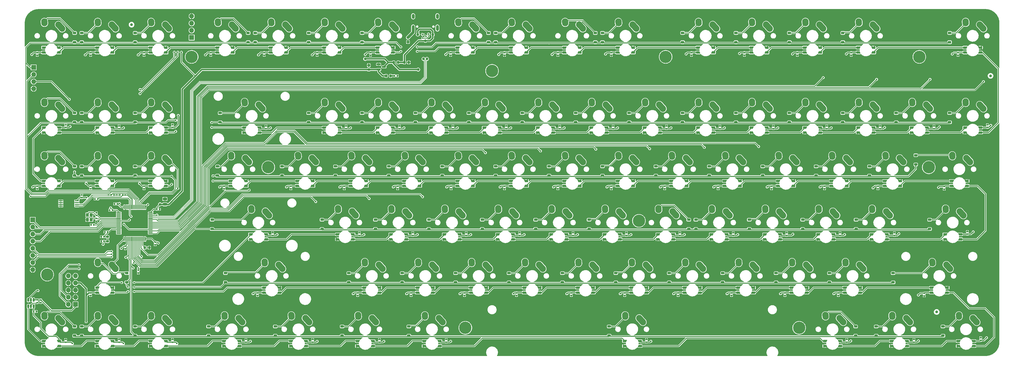
<source format=gtl>
%TF.GenerationSoftware,KiCad,Pcbnew,(7.0.0)*%
%TF.CreationDate,2023-06-19T20:50:27+08:00*%
%TF.ProjectId,87keyboard,38376b65-7962-46f6-9172-642e6b696361,rev?*%
%TF.SameCoordinates,Original*%
%TF.FileFunction,Copper,L1,Top*%
%TF.FilePolarity,Positive*%
%FSLAX46Y46*%
G04 Gerber Fmt 4.6, Leading zero omitted, Abs format (unit mm)*
G04 Created by KiCad (PCBNEW (7.0.0)) date 2023-06-19 20:50:27*
%MOMM*%
%LPD*%
G01*
G04 APERTURE LIST*
G04 Aperture macros list*
%AMRoundRect*
0 Rectangle with rounded corners*
0 $1 Rounding radius*
0 $2 $3 $4 $5 $6 $7 $8 $9 X,Y pos of 4 corners*
0 Add a 4 corners polygon primitive as box body*
4,1,4,$2,$3,$4,$5,$6,$7,$8,$9,$2,$3,0*
0 Add four circle primitives for the rounded corners*
1,1,$1+$1,$2,$3*
1,1,$1+$1,$4,$5*
1,1,$1+$1,$6,$7*
1,1,$1+$1,$8,$9*
0 Add four rect primitives between the rounded corners*
20,1,$1+$1,$2,$3,$4,$5,0*
20,1,$1+$1,$4,$5,$6,$7,0*
20,1,$1+$1,$6,$7,$8,$9,0*
20,1,$1+$1,$8,$9,$2,$3,0*%
%AMHorizOval*
0 Thick line with rounded ends*
0 $1 width*
0 $2 $3 position (X,Y) of the first rounded end (center of the circle)*
0 $4 $5 position (X,Y) of the second rounded end (center of the circle)*
0 Add line between two ends*
20,1,$1,$2,$3,$4,$5,0*
0 Add two circle primitives to create the rounded ends*
1,1,$1,$2,$3*
1,1,$1,$4,$5*%
%AMFreePoly0*
4,1,47,0.715063,0.420106,0.730902,0.420106,0.743715,0.410796,0.758779,0.405902,0.768088,0.393088,0.780902,0.383779,0.785796,0.368715,0.795106,0.355902,0.795106,0.340063,0.800000,0.325000,0.800000,-0.325000,0.795106,-0.340063,0.795106,-0.355902,0.785796,-0.368715,0.780902,-0.383779,0.768088,-0.393088,0.758779,-0.405902,0.743715,-0.410796,0.730902,-0.420106,0.715063,-0.420106,
0.700000,-0.425000,-0.300000,-0.425000,-0.310000,-0.425000,-0.338831,-0.415632,-0.367787,-0.406613,-0.368169,-0.406100,-0.368779,-0.405902,-0.386612,-0.381355,-0.404722,-0.357060,-0.512619,-0.038273,-0.669717,0.280832,-0.670770,0.288130,-0.675106,0.294098,-0.675106,0.318173,-0.678545,0.342002,-0.675106,0.348528,-0.675106,0.355902,-0.660955,0.375379,-0.649731,0.396677,-0.643114,0.399934,
-0.638779,0.405902,-0.615879,0.413342,-0.594282,0.423975,-0.587013,0.422721,-0.580000,0.425000,0.700000,0.425000,0.715063,0.420106,0.715063,0.420106,$1*%
%AMFreePoly1*
4,1,47,0.715063,0.420106,0.730902,0.420106,0.743715,0.410796,0.758779,0.405902,0.768088,0.393088,0.780902,0.383779,0.785796,0.368715,0.795106,0.355902,0.795106,0.340063,0.800000,0.325000,0.800000,-0.325000,0.795106,-0.340063,0.795106,-0.355902,0.785796,-0.368715,0.780902,-0.383779,0.768088,-0.393088,0.758779,-0.405902,0.743715,-0.410796,0.730902,-0.420106,0.715063,-0.420106,
0.700000,-0.425000,-0.300000,-0.425000,-0.580000,-0.425000,-0.587013,-0.422721,-0.594282,-0.423975,-0.615879,-0.413342,-0.638779,-0.405902,-0.643114,-0.399934,-0.649731,-0.396677,-0.660955,-0.375379,-0.675106,-0.355902,-0.675106,-0.348528,-0.678545,-0.342002,-0.675106,-0.318173,-0.675106,-0.294098,-0.670770,-0.288130,-0.669717,-0.280832,-0.512619,0.038273,-0.404722,0.357060,-0.386612,0.381355,
-0.368779,0.405902,-0.368169,0.406100,-0.367787,0.406613,-0.338831,0.415632,-0.310000,0.425000,0.700000,0.425000,0.715063,0.420106,0.715063,0.420106,$1*%
%AMFreePoly2*
4,1,47,0.338831,0.415632,0.367787,0.406613,0.368169,0.406100,0.368779,0.405902,0.386612,0.381355,0.404722,0.357060,0.512618,0.038275,0.669717,-0.280832,0.670770,-0.288130,0.675106,-0.294098,0.675106,-0.318173,0.678545,-0.342002,0.675106,-0.348528,0.675106,-0.355902,0.660955,-0.375379,0.649731,-0.396677,0.643114,-0.399934,0.638779,-0.405902,0.615879,-0.413342,0.594282,-0.423975,
0.587013,-0.422721,0.580000,-0.425000,-0.300000,-0.425000,-0.700000,-0.425000,-0.715063,-0.420106,-0.730902,-0.420106,-0.743715,-0.410796,-0.758779,-0.405902,-0.768088,-0.393088,-0.780902,-0.383779,-0.785796,-0.368715,-0.795106,-0.355902,-0.795106,-0.340063,-0.800000,-0.325000,-0.800000,0.325000,-0.795106,0.340063,-0.795106,0.355902,-0.785796,0.368715,-0.780902,0.383779,-0.768088,0.393088,
-0.758779,0.405902,-0.743715,0.410796,-0.730902,0.420106,-0.715063,0.420106,-0.700000,0.425000,0.310000,0.425000,0.338831,0.415632,0.338831,0.415632,$1*%
%AMFreePoly3*
4,1,47,0.587013,0.422721,0.594282,0.423975,0.615879,0.413342,0.638779,0.405902,0.643114,0.399934,0.649731,0.396677,0.660955,0.375379,0.675106,0.355902,0.675106,0.348528,0.678545,0.342002,0.675106,0.318173,0.675106,0.294098,0.670770,0.288130,0.669717,0.280832,0.512618,-0.038275,0.404722,-0.357060,0.386612,-0.381355,0.368779,-0.405902,0.368169,-0.406100,0.367787,-0.406613,
0.338831,-0.415632,0.310000,-0.425000,-0.300000,-0.425000,-0.700000,-0.425000,-0.715063,-0.420106,-0.730902,-0.420106,-0.743715,-0.410796,-0.758779,-0.405902,-0.768088,-0.393088,-0.780902,-0.383779,-0.785796,-0.368715,-0.795106,-0.355902,-0.795106,-0.340063,-0.800000,-0.325000,-0.800000,0.325000,-0.795106,0.340063,-0.795106,0.355902,-0.785796,0.368715,-0.780902,0.383779,-0.768088,0.393088,
-0.758779,0.405902,-0.743715,0.410796,-0.730902,0.420106,-0.715063,0.420106,-0.700000,0.425000,0.580000,0.425000,0.587013,0.422721,0.587013,0.422721,$1*%
G04 Aperture macros list end*
%TA.AperFunction,SMDPad,CuDef*%
%ADD10FreePoly0,180.000000*%
%TD*%
%TA.AperFunction,SMDPad,CuDef*%
%ADD11FreePoly1,180.000000*%
%TD*%
%TA.AperFunction,SMDPad,CuDef*%
%ADD12FreePoly2,180.000000*%
%TD*%
%TA.AperFunction,SMDPad,CuDef*%
%ADD13FreePoly3,180.000000*%
%TD*%
%TA.AperFunction,SMDPad,CuDef*%
%ADD14FreePoly0,0.000000*%
%TD*%
%TA.AperFunction,SMDPad,CuDef*%
%ADD15FreePoly1,0.000000*%
%TD*%
%TA.AperFunction,SMDPad,CuDef*%
%ADD16FreePoly2,0.000000*%
%TD*%
%TA.AperFunction,SMDPad,CuDef*%
%ADD17FreePoly3,0.000000*%
%TD*%
%TA.AperFunction,SMDPad,CuDef*%
%ADD18C,1.000000*%
%TD*%
%TA.AperFunction,SMDPad,CuDef*%
%ADD19RoundRect,0.100000X-0.637500X-0.100000X0.637500X-0.100000X0.637500X0.100000X-0.637500X0.100000X0*%
%TD*%
%TA.AperFunction,SMDPad,CuDef*%
%ADD20RoundRect,0.140000X0.170000X-0.140000X0.170000X0.140000X-0.170000X0.140000X-0.170000X-0.140000X0*%
%TD*%
%TA.AperFunction,SMDPad,CuDef*%
%ADD21RoundRect,0.140000X-0.170000X0.140000X-0.170000X-0.140000X0.170000X-0.140000X0.170000X0.140000X0*%
%TD*%
%TA.AperFunction,SMDPad,CuDef*%
%ADD22RoundRect,0.225000X0.375000X-0.225000X0.375000X0.225000X-0.375000X0.225000X-0.375000X-0.225000X0*%
%TD*%
%TA.AperFunction,SMDPad,CuDef*%
%ADD23RoundRect,0.225000X-0.225000X-0.250000X0.225000X-0.250000X0.225000X0.250000X-0.225000X0.250000X0*%
%TD*%
%TA.AperFunction,ComponentPad*%
%ADD24C,4.400000*%
%TD*%
%TA.AperFunction,SMDPad,CuDef*%
%ADD25RoundRect,0.218750X-0.256250X0.218750X-0.256250X-0.218750X0.256250X-0.218750X0.256250X0.218750X0*%
%TD*%
%TA.AperFunction,SMDPad,CuDef*%
%ADD26RoundRect,0.140000X0.140000X0.170000X-0.140000X0.170000X-0.140000X-0.170000X0.140000X-0.170000X0*%
%TD*%
%TA.AperFunction,SMDPad,CuDef*%
%ADD27RoundRect,0.135000X-0.185000X0.135000X-0.185000X-0.135000X0.185000X-0.135000X0.185000X0.135000X0*%
%TD*%
%TA.AperFunction,SMDPad,CuDef*%
%ADD28RoundRect,0.075000X-0.700000X-0.075000X0.700000X-0.075000X0.700000X0.075000X-0.700000X0.075000X0*%
%TD*%
%TA.AperFunction,SMDPad,CuDef*%
%ADD29RoundRect,0.075000X-0.075000X-0.700000X0.075000X-0.700000X0.075000X0.700000X-0.075000X0.700000X0*%
%TD*%
%TA.AperFunction,SMDPad,CuDef*%
%ADD30RoundRect,0.150000X-0.150000X0.512500X-0.150000X-0.512500X0.150000X-0.512500X0.150000X0.512500X0*%
%TD*%
%TA.AperFunction,SMDPad,CuDef*%
%ADD31RoundRect,0.218750X0.218750X0.256250X-0.218750X0.256250X-0.218750X-0.256250X0.218750X-0.256250X0*%
%TD*%
%TA.AperFunction,ComponentPad*%
%ADD32R,1.700000X1.700000*%
%TD*%
%TA.AperFunction,ComponentPad*%
%ADD33O,1.700000X1.700000*%
%TD*%
%TA.AperFunction,SMDPad,CuDef*%
%ADD34RoundRect,0.135000X-0.135000X-0.185000X0.135000X-0.185000X0.135000X0.185000X-0.135000X0.185000X0*%
%TD*%
%TA.AperFunction,SMDPad,CuDef*%
%ADD35RoundRect,0.150000X-0.587500X-0.150000X0.587500X-0.150000X0.587500X0.150000X-0.587500X0.150000X0*%
%TD*%
%TA.AperFunction,SMDPad,CuDef*%
%ADD36RoundRect,0.135000X0.135000X0.185000X-0.135000X0.185000X-0.135000X-0.185000X0.135000X-0.185000X0*%
%TD*%
%TA.AperFunction,SMDPad,CuDef*%
%ADD37RoundRect,0.140000X-0.140000X-0.170000X0.140000X-0.170000X0.140000X0.170000X-0.140000X0.170000X0*%
%TD*%
%TA.AperFunction,SMDPad,CuDef*%
%ADD38RoundRect,0.250000X0.475000X-0.250000X0.475000X0.250000X-0.475000X0.250000X-0.475000X-0.250000X0*%
%TD*%
%TA.AperFunction,SMDPad,CuDef*%
%ADD39RoundRect,0.135000X0.185000X-0.135000X0.185000X0.135000X-0.185000X0.135000X-0.185000X-0.135000X0*%
%TD*%
%TA.AperFunction,SMDPad,CuDef*%
%ADD40RoundRect,0.225000X0.250000X-0.225000X0.250000X0.225000X-0.250000X0.225000X-0.250000X-0.225000X0*%
%TD*%
%TA.AperFunction,SMDPad,CuDef*%
%ADD41R,1.000000X1.150000*%
%TD*%
%TA.AperFunction,ComponentPad*%
%ADD42HorizOval,2.250000X-0.655001X0.730000X0.655001X-0.730000X0*%
%TD*%
%TA.AperFunction,ComponentPad*%
%ADD43C,2.250000*%
%TD*%
%TA.AperFunction,ComponentPad*%
%ADD44HorizOval,2.250000X-0.020000X0.290000X0.020000X-0.290000X0*%
%TD*%
%TA.AperFunction,ComponentPad*%
%ADD45O,1.000000X1.800000*%
%TD*%
%TA.AperFunction,ComponentPad*%
%ADD46O,1.000000X2.100000*%
%TD*%
%TA.AperFunction,ViaPad*%
%ADD47C,0.600000*%
%TD*%
%TA.AperFunction,ViaPad*%
%ADD48C,1.000000*%
%TD*%
%TA.AperFunction,ViaPad*%
%ADD49C,0.800000*%
%TD*%
%TA.AperFunction,Conductor*%
%ADD50C,0.250000*%
%TD*%
%TA.AperFunction,Conductor*%
%ADD51C,0.500000*%
%TD*%
%TA.AperFunction,Conductor*%
%ADD52C,0.300000*%
%TD*%
%TA.AperFunction,Conductor*%
%ADD53C,1.000000*%
%TD*%
%TA.AperFunction,Conductor*%
%ADD54C,0.200000*%
%TD*%
G04 APERTURE END LIST*
D10*
%TO.P,D107,1,VDD*%
%TO.N,+5V*%
X280895900Y-75170000D03*
D11*
%TO.P,D107,2,DOUT*%
%TO.N,Net-(D107-DOUT)*%
X280895900Y-73416400D03*
D12*
%TO.P,D107,3,VSS*%
%TO.N,GND*%
X286133700Y-73420000D03*
D13*
%TO.P,D107,4,DIN*%
%TO.N,Net-(D101-DOUT)*%
X286133700Y-75173600D03*
%TD*%
D10*
%TO.P,D169,1,VDD*%
%TO.N,+5V*%
X38008400Y-75170000D03*
D11*
%TO.P,D169,2,DOUT*%
%TO.N,Net-(D169-DOUT)*%
X38008400Y-73416400D03*
D12*
%TO.P,D169,3,VSS*%
%TO.N,GND*%
X43246200Y-73420000D03*
D13*
%TO.P,D169,4,DIN*%
%TO.N,Net-(D165-DOUT)*%
X43246200Y-75173600D03*
%TD*%
D14*
%TO.P,D106,1,VDD*%
%TO.N,+5V*%
X295684100Y-54370000D03*
D15*
%TO.P,D106,2,DOUT*%
%TO.N,Net-(D100-DIN)*%
X295684100Y-56123600D03*
D16*
%TO.P,D106,3,VSS*%
%TO.N,GND*%
X290446300Y-56120000D03*
D17*
%TO.P,D106,4,DIN*%
%TO.N,Net-(D106-DIN)*%
X290446300Y-54366400D03*
%TD*%
D10*
%TO.P,D117,1,VDD*%
%TO.N,+5V*%
X242795900Y-75170000D03*
D11*
%TO.P,D117,2,DOUT*%
%TO.N,Net-(D117-DOUT)*%
X242795900Y-73416400D03*
D12*
%TO.P,D117,3,VSS*%
%TO.N,GND*%
X248033700Y-73420000D03*
D13*
%TO.P,D117,4,DIN*%
%TO.N,Net-(D112-DOUT)*%
X248033700Y-75173600D03*
%TD*%
D14*
%TO.P,D124,1,VDD*%
%TO.N,+5V*%
X224246600Y-92470000D03*
D15*
%TO.P,D124,2,DOUT*%
%TO.N,Net-(D118-DIN)*%
X224246600Y-94223600D03*
D16*
%TO.P,D124,3,VSS*%
%TO.N,GND*%
X219008800Y-94220000D03*
D17*
%TO.P,D124,4,DIN*%
%TO.N,Net-(D124-DIN)*%
X219008800Y-92466400D03*
%TD*%
D10*
%TO.P,D159,1,VDD*%
%TO.N,+5V*%
X85633400Y-75170000D03*
D11*
%TO.P,D159,2,DOUT*%
%TO.N,Net-(D159-DOUT)*%
X85633400Y-73416400D03*
D12*
%TO.P,D159,3,VSS*%
%TO.N,GND*%
X90871200Y-73420000D03*
D13*
%TO.P,D159,4,DIN*%
%TO.N,Net-(D156-DOUT)*%
X90871200Y-75173600D03*
%TD*%
D10*
%TO.P,D150,1,VDD*%
%TO.N,+5V*%
X128495900Y-75170000D03*
D11*
%TO.P,D150,2,DOUT*%
%TO.N,Net-(D150-DOUT)*%
X128495900Y-73416400D03*
D12*
%TO.P,D150,3,VSS*%
%TO.N,GND*%
X133733700Y-73420000D03*
D13*
%TO.P,D150,4,DIN*%
%TO.N,Net-(D144-DOUT)*%
X133733700Y-75173600D03*
%TD*%
D14*
%TO.P,D97,1,VDD*%
%TO.N,+5V*%
X319496600Y-92470000D03*
D15*
%TO.P,D97,2,DOUT*%
%TO.N,Net-(D92-DIN)*%
X319496600Y-94223600D03*
D16*
%TO.P,D97,3,VSS*%
%TO.N,GND*%
X314258800Y-94220000D03*
D17*
%TO.P,D97,4,DIN*%
%TO.N,Net-(D102-DOUT)*%
X314258800Y-92466400D03*
%TD*%
D10*
%TO.P,D126,1,VDD*%
%TO.N,+5V*%
X204695900Y-27545000D03*
D11*
%TO.P,D126,2,DOUT*%
%TO.N,Net-(D126-DOUT)*%
X204695900Y-25791400D03*
D12*
%TO.P,D126,3,VSS*%
%TO.N,GND*%
X209933700Y-25795000D03*
D13*
%TO.P,D126,4,DIN*%
%TO.N,Net-(D121-DOUT)*%
X209933700Y-27548600D03*
%TD*%
D10*
%TO.P,D96,1,VDD*%
%TO.N,+5V*%
X318995900Y-75170000D03*
D11*
%TO.P,D96,2,DOUT*%
%TO.N,Net-(D101-DIN)*%
X318995900Y-73416400D03*
D12*
%TO.P,D96,3,VSS*%
%TO.N,GND*%
X324233700Y-73420000D03*
D13*
%TO.P,D96,4,DIN*%
%TO.N,Net-(D91-DOUT)*%
X324233700Y-75173600D03*
%TD*%
D10*
%TO.P,D152,1,VDD*%
%TO.N,+5V*%
X133258400Y-113270000D03*
D11*
%TO.P,D152,2,DOUT*%
%TO.N,Net-(D152-DOUT)*%
X133258400Y-111516400D03*
D12*
%TO.P,D152,3,VSS*%
%TO.N,GND*%
X138496200Y-111520000D03*
D13*
%TO.P,D152,4,DIN*%
%TO.N,Net-(D146-DOUT)*%
X138496200Y-113273600D03*
%TD*%
D10*
%TO.P,D135,1,VDD*%
%TO.N,+5V*%
X190408400Y-113270000D03*
D11*
%TO.P,D135,2,DOUT*%
%TO.N,Net-(D135-DOUT)*%
X190408400Y-111516400D03*
D12*
%TO.P,D135,3,VSS*%
%TO.N,GND*%
X195646200Y-111520000D03*
D13*
%TO.P,D135,4,DIN*%
%TO.N,Net-(D130-DOUT)*%
X195646200Y-113273600D03*
%TD*%
D14*
%TO.P,D145,1,VDD*%
%TO.N,+5V*%
X148046600Y-92470000D03*
D15*
%TO.P,D145,2,DOUT*%
%TO.N,Net-(D139-DIN)*%
X148046600Y-94223600D03*
D16*
%TO.P,D145,3,VSS*%
%TO.N,GND*%
X142808800Y-94220000D03*
D17*
%TO.P,D145,4,DIN*%
%TO.N,Net-(D145-DIN)*%
X142808800Y-92466400D03*
%TD*%
D10*
%TO.P,D133,1,VDD*%
%TO.N,+5V*%
X185645900Y-75170000D03*
D11*
%TO.P,D133,2,DOUT*%
%TO.N,Net-(D133-DOUT)*%
X185645900Y-73416400D03*
D12*
%TO.P,D133,3,VSS*%
%TO.N,GND*%
X190883700Y-73420000D03*
D13*
%TO.P,D133,4,DIN*%
%TO.N,Net-(D128-DOUT)*%
X190883700Y-75173600D03*
%TD*%
D14*
%TO.P,D104,1,VDD*%
%TO.N,+5V*%
X302827850Y-130570000D03*
D15*
%TO.P,D104,2,DOUT*%
%TO.N,Net-(D104-DOUT)*%
X302827850Y-132323600D03*
D16*
%TO.P,D104,3,VSS*%
%TO.N,GND*%
X297590050Y-132320000D03*
D17*
%TO.P,D104,4,DIN*%
%TO.N,Net-(D104-DIN)*%
X297590050Y-130566400D03*
%TD*%
D14*
%TO.P,D175,1,VDD*%
%TO.N,+5V*%
X24221600Y-130570000D03*
D15*
%TO.P,D175,2,DOUT*%
%TO.N,Net-(D171-DIN)*%
X24221600Y-132323600D03*
D16*
%TO.P,D175,3,VSS*%
%TO.N,GND*%
X18983800Y-132320000D03*
D17*
%TO.P,D175,4,DIN*%
%TO.N,RGB_5V*%
X18983800Y-130566400D03*
%TD*%
D14*
%TO.P,D151,1,VDD*%
%TO.N,+5V*%
X128996600Y-92470000D03*
D15*
%TO.P,D151,2,DOUT*%
%TO.N,Net-(D145-DIN)*%
X128996600Y-94223600D03*
D16*
%TO.P,D151,3,VSS*%
%TO.N,GND*%
X123758800Y-94220000D03*
D17*
%TO.P,D151,4,DIN*%
%TO.N,Net-(D151-DIN)*%
X123758800Y-92466400D03*
%TD*%
D10*
%TO.P,D170,1,VDD*%
%TO.N,+5V*%
X38008400Y-113270000D03*
D11*
%TO.P,D170,2,DOUT*%
%TO.N,Net-(D160-DIN)*%
X38008400Y-111516400D03*
D12*
%TO.P,D170,3,VSS*%
%TO.N,GND*%
X43246200Y-111520000D03*
D13*
%TO.P,D170,4,DIN*%
%TO.N,Net-(D161-DOUT)*%
X43246200Y-113273600D03*
%TD*%
D14*
%TO.P,D116,1,VDD*%
%TO.N,+5V*%
X257584100Y-54370000D03*
D15*
%TO.P,D116,2,DOUT*%
%TO.N,Net-(D111-DIN)*%
X257584100Y-56123600D03*
D16*
%TO.P,D116,3,VSS*%
%TO.N,GND*%
X252346300Y-56120000D03*
D17*
%TO.P,D116,4,DIN*%
%TO.N,Net-(D116-DIN)*%
X252346300Y-54366400D03*
%TD*%
D14*
%TO.P,D166,1,VDD*%
%TO.N,+5V*%
X62321600Y-130570000D03*
D15*
%TO.P,D166,2,DOUT*%
%TO.N,Net-(D162-DIN)*%
X62321600Y-132323600D03*
D16*
%TO.P,D166,3,VSS*%
%TO.N,GND*%
X57083800Y-132320000D03*
D17*
%TO.P,D166,4,DIN*%
%TO.N,Net-(D166-DIN)*%
X57083800Y-130566400D03*
%TD*%
D10*
%TO.P,D154,1,VDD*%
%TO.N,+5V*%
X99920900Y-27545000D03*
D11*
%TO.P,D154,2,DOUT*%
%TO.N,Net-(D154-DOUT)*%
X99920900Y-25791400D03*
D12*
%TO.P,D154,3,VSS*%
%TO.N,GND*%
X105158700Y-25795000D03*
D13*
%TO.P,D154,4,DIN*%
%TO.N,Net-(D148-DOUT)*%
X105158700Y-27548600D03*
%TD*%
D14*
%TO.P,D113,1,VDD*%
%TO.N,+5V*%
X262346600Y-92470000D03*
D15*
%TO.P,D113,2,DOUT*%
%TO.N,Net-(D108-DIN)*%
X262346600Y-94223600D03*
D16*
%TO.P,D113,3,VSS*%
%TO.N,GND*%
X257108800Y-94220000D03*
D17*
%TO.P,D113,4,DIN*%
%TO.N,Net-(D113-DIN)*%
X257108800Y-92466400D03*
%TD*%
D10*
%TO.P,D130,1,VDD*%
%TO.N,+5V*%
X209458400Y-113270000D03*
D11*
%TO.P,D130,2,DOUT*%
%TO.N,Net-(D130-DOUT)*%
X209458400Y-111516400D03*
D12*
%TO.P,D130,3,VSS*%
%TO.N,GND*%
X214696200Y-111520000D03*
D13*
%TO.P,D130,4,DIN*%
%TO.N,Net-(D125-DOUT)*%
X214696200Y-113273600D03*
%TD*%
D14*
%TO.P,D139,1,VDD*%
%TO.N,+5V*%
X167096600Y-92470000D03*
D15*
%TO.P,D139,2,DOUT*%
%TO.N,Net-(D134-DIN)*%
X167096600Y-94223600D03*
D16*
%TO.P,D139,3,VSS*%
%TO.N,GND*%
X161858800Y-94220000D03*
D17*
%TO.P,D139,4,DIN*%
%TO.N,Net-(D139-DIN)*%
X161858800Y-92466400D03*
%TD*%
D10*
%TO.P,D109,1,VDD*%
%TO.N,+5V*%
X285658400Y-113270000D03*
D11*
%TO.P,D109,2,DOUT*%
%TO.N,Net-(D109-DOUT)*%
X285658400Y-111516400D03*
D12*
%TO.P,D109,3,VSS*%
%TO.N,GND*%
X290896200Y-111520000D03*
D13*
%TO.P,D109,4,DIN*%
%TO.N,Net-(D103-DOUT)*%
X290896200Y-113273600D03*
%TD*%
D10*
%TO.P,D138,1,VDD*%
%TO.N,+5V*%
X166595900Y-75170000D03*
D11*
%TO.P,D138,2,DOUT*%
%TO.N,Net-(D138-DOUT)*%
X166595900Y-73416400D03*
D12*
%TO.P,D138,3,VSS*%
%TO.N,GND*%
X171833700Y-73420000D03*
D13*
%TO.P,D138,4,DIN*%
%TO.N,Net-(D133-DOUT)*%
X171833700Y-75173600D03*
%TD*%
D10*
%TO.P,D142,1,VDD*%
%TO.N,+5V*%
X138020900Y-27545000D03*
D11*
%TO.P,D142,2,DOUT*%
%TO.N,Net-(D142-DOUT)*%
X138020900Y-25791400D03*
D12*
%TO.P,D142,3,VSS*%
%TO.N,GND*%
X143258700Y-25795000D03*
D13*
%TO.P,D142,4,DIN*%
%TO.N,Net-(D136-DOUT)*%
X143258700Y-27548600D03*
%TD*%
D14*
%TO.P,D100,1,VDD*%
%TO.N,+5V*%
X314734100Y-54370000D03*
D15*
%TO.P,D100,2,DOUT*%
%TO.N,Net-(D100-DOUT)*%
X314734100Y-56123600D03*
D16*
%TO.P,D100,3,VSS*%
%TO.N,GND*%
X309496300Y-56120000D03*
D17*
%TO.P,D100,4,DIN*%
%TO.N,Net-(D100-DIN)*%
X309496300Y-54366400D03*
%TD*%
D10*
%TO.P,D140,1,VDD*%
%TO.N,+5V*%
X171358400Y-113270000D03*
D11*
%TO.P,D140,2,DOUT*%
%TO.N,Net-(D140-DOUT)*%
X171358400Y-111516400D03*
D12*
%TO.P,D140,3,VSS*%
%TO.N,GND*%
X176596200Y-111520000D03*
D13*
%TO.P,D140,4,DIN*%
%TO.N,Net-(D135-DOUT)*%
X176596200Y-113273600D03*
%TD*%
D14*
%TO.P,D94,1,VDD*%
%TO.N,+5V*%
X350452850Y-130570000D03*
D15*
%TO.P,D94,2,DOUT*%
%TO.N,Net-(D93-DIN)*%
X350452850Y-132323600D03*
D16*
%TO.P,D94,3,VSS*%
%TO.N,GND*%
X345215050Y-132320000D03*
D17*
%TO.P,D94,4,DIN*%
%TO.N,Net-(D94-DIN)*%
X345215050Y-130566400D03*
%TD*%
D10*
%TO.P,D123,1,VDD*%
%TO.N,+5V*%
X223745900Y-75170000D03*
D11*
%TO.P,D123,2,DOUT*%
%TO.N,Net-(D123-DOUT)*%
X223745900Y-73416400D03*
D12*
%TO.P,D123,3,VSS*%
%TO.N,GND*%
X228983700Y-73420000D03*
D13*
%TO.P,D123,4,DIN*%
%TO.N,Net-(D117-DOUT)*%
X228983700Y-75173600D03*
%TD*%
D14*
%TO.P,D127,1,VDD*%
%TO.N,+5V*%
X219484100Y-54370000D03*
D15*
%TO.P,D127,2,DOUT*%
%TO.N,Net-(D122-DIN)*%
X219484100Y-56123600D03*
D16*
%TO.P,D127,3,VSS*%
%TO.N,GND*%
X214246300Y-56120000D03*
D17*
%TO.P,D127,4,DIN*%
%TO.N,Net-(D127-DIN)*%
X214246300Y-54366400D03*
%TD*%
D14*
%TO.P,D98,1,VDD*%
%TO.N,+5V*%
X326640350Y-130570000D03*
D15*
%TO.P,D98,2,DOUT*%
%TO.N,Net-(D94-DIN)*%
X326640350Y-132323600D03*
D16*
%TO.P,D98,3,VSS*%
%TO.N,GND*%
X321402550Y-132320000D03*
D17*
%TO.P,D98,4,DIN*%
%TO.N,Net-(D104-DOUT)*%
X321402550Y-130566400D03*
%TD*%
D14*
%TO.P,D137,1,VDD*%
%TO.N,+5V*%
X181384100Y-54370000D03*
D15*
%TO.P,D137,2,DOUT*%
%TO.N,Net-(D132-DIN)*%
X181384100Y-56123600D03*
D16*
%TO.P,D137,3,VSS*%
%TO.N,GND*%
X176146300Y-56120000D03*
D17*
%TO.P,D137,4,DIN*%
%TO.N,Net-(D137-DIN)*%
X176146300Y-54366400D03*
%TD*%
D14*
%TO.P,D92,1,VDD*%
%TO.N,+5V*%
X345690350Y-92470000D03*
D15*
%TO.P,D92,2,DOUT*%
%TO.N,Net-(D91-DIN)*%
X345690350Y-94223600D03*
D16*
%TO.P,D92,3,VSS*%
%TO.N,GND*%
X340452550Y-94220000D03*
D17*
%TO.P,D92,4,DIN*%
%TO.N,Net-(D92-DIN)*%
X340452550Y-92466400D03*
%TD*%
D10*
%TO.P,D89,1,VDD*%
%TO.N,+5V*%
X347570900Y-27545000D03*
D11*
%TO.P,D89,2,DOUT*%
%TO.N,Net-(D89-DOUT)*%
X347570900Y-25791400D03*
D12*
%TO.P,D89,3,VSS*%
%TO.N,GND*%
X352808700Y-25795000D03*
D13*
%TO.P,D89,4,DIN*%
%TO.N,Net-(D89-DIN)*%
X352808700Y-27548600D03*
%TD*%
D10*
%TO.P,D148,1,VDD*%
%TO.N,+5V*%
X118970900Y-27545000D03*
D11*
%TO.P,D148,2,DOUT*%
%TO.N,Net-(D148-DOUT)*%
X118970900Y-25791400D03*
D12*
%TO.P,D148,3,VSS*%
%TO.N,GND*%
X124208700Y-25795000D03*
D13*
%TO.P,D148,4,DIN*%
%TO.N,Net-(D142-DOUT)*%
X124208700Y-27548600D03*
%TD*%
D14*
%TO.P,D120,1,VDD*%
%TO.N,+5V*%
X231390350Y-130570000D03*
D15*
%TO.P,D120,2,DOUT*%
%TO.N,Net-(D104-DIN)*%
X231390350Y-132323600D03*
D16*
%TO.P,D120,3,VSS*%
%TO.N,GND*%
X226152550Y-132320000D03*
D17*
%TO.P,D120,4,DIN*%
%TO.N,Net-(D120-DIN)*%
X226152550Y-130566400D03*
%TD*%
D10*
%TO.P,D128,1,VDD*%
%TO.N,+5V*%
X204695900Y-75170000D03*
D11*
%TO.P,D128,2,DOUT*%
%TO.N,Net-(D128-DOUT)*%
X204695900Y-73416400D03*
D12*
%TO.P,D128,3,VSS*%
%TO.N,GND*%
X209933700Y-73420000D03*
D13*
%TO.P,D128,4,DIN*%
%TO.N,Net-(D123-DOUT)*%
X209933700Y-75173600D03*
%TD*%
D14*
%TO.P,D108,1,VDD*%
%TO.N,+5V*%
X281396600Y-92470000D03*
D15*
%TO.P,D108,2,DOUT*%
%TO.N,Net-(D102-DIN)*%
X281396600Y-94223600D03*
D16*
%TO.P,D108,3,VSS*%
%TO.N,GND*%
X276158800Y-94220000D03*
D17*
%TO.P,D108,4,DIN*%
%TO.N,Net-(D108-DIN)*%
X276158800Y-92466400D03*
%TD*%
D14*
%TO.P,D160,1,VDD*%
%TO.N,+5V*%
X98040350Y-92470000D03*
D15*
%TO.P,D160,2,DOUT*%
%TO.N,Net-(D151-DIN)*%
X98040350Y-94223600D03*
D16*
%TO.P,D160,3,VSS*%
%TO.N,GND*%
X92802550Y-94220000D03*
D17*
%TO.P,D160,4,DIN*%
%TO.N,Net-(D160-DIN)*%
X92802550Y-92466400D03*
%TD*%
D14*
%TO.P,D147,1,VDD*%
%TO.N,+5V*%
X136140350Y-130570000D03*
D15*
%TO.P,D147,2,DOUT*%
%TO.N,Net-(D141-DIN)*%
X136140350Y-132323600D03*
D16*
%TO.P,D147,3,VSS*%
%TO.N,GND*%
X130902550Y-132320000D03*
D17*
%TO.P,D147,4,DIN*%
%TO.N,Net-(D147-DIN)*%
X130902550Y-130566400D03*
%TD*%
D10*
%TO.P,D93,1,VDD*%
%TO.N,+5V*%
X335664650Y-113270000D03*
D11*
%TO.P,D93,2,DOUT*%
%TO.N,Net-(D103-DIN)*%
X335664650Y-111516400D03*
D12*
%TO.P,D93,3,VSS*%
%TO.N,GND*%
X340902450Y-111520000D03*
D13*
%TO.P,D93,4,DIN*%
%TO.N,Net-(D93-DIN)*%
X340902450Y-113273600D03*
%TD*%
D10*
%TO.P,D167,1,VDD*%
%TO.N,+5V*%
X38008400Y-27545000D03*
D11*
%TO.P,D167,2,DOUT*%
%TO.N,Net-(D167-DOUT)*%
X38008400Y-25791400D03*
D12*
%TO.P,D167,3,VSS*%
%TO.N,GND*%
X43246200Y-25795000D03*
D13*
%TO.P,D167,4,DIN*%
%TO.N,Net-(D163-DOUT)*%
X43246200Y-27548600D03*
%TD*%
D14*
%TO.P,D111,1,VDD*%
%TO.N,+5V*%
X276634100Y-54370000D03*
D15*
%TO.P,D111,2,DOUT*%
%TO.N,Net-(D106-DIN)*%
X276634100Y-56123600D03*
D16*
%TO.P,D111,3,VSS*%
%TO.N,GND*%
X271396300Y-56120000D03*
D17*
%TO.P,D111,4,DIN*%
%TO.N,Net-(D111-DIN)*%
X271396300Y-54366400D03*
%TD*%
D14*
%TO.P,D134,1,VDD*%
%TO.N,+5V*%
X186146600Y-92470000D03*
D15*
%TO.P,D134,2,DOUT*%
%TO.N,Net-(D129-DIN)*%
X186146600Y-94223600D03*
D16*
%TO.P,D134,3,VSS*%
%TO.N,GND*%
X180908800Y-94220000D03*
D17*
%TO.P,D134,4,DIN*%
%TO.N,Net-(D134-DIN)*%
X180908800Y-92466400D03*
%TD*%
D10*
%TO.P,D144,1,VDD*%
%TO.N,+5V*%
X147545900Y-75170000D03*
D11*
%TO.P,D144,2,DOUT*%
%TO.N,Net-(D144-DOUT)*%
X147545900Y-73416400D03*
D12*
%TO.P,D144,3,VSS*%
%TO.N,GND*%
X152783700Y-73420000D03*
D13*
%TO.P,D144,4,DIN*%
%TO.N,Net-(D138-DOUT)*%
X152783700Y-75173600D03*
%TD*%
D14*
%TO.P,D168,1,VDD*%
%TO.N,+5V*%
X43271600Y-54370000D03*
D15*
%TO.P,D168,2,DOUT*%
%TO.N,Net-(D164-DIN)*%
X43271600Y-56123600D03*
D16*
%TO.P,D168,3,VSS*%
%TO.N,GND*%
X38033800Y-56120000D03*
D17*
%TO.P,D168,4,DIN*%
%TO.N,Net-(D168-DIN)*%
X38033800Y-54366400D03*
%TD*%
D10*
%TO.P,D161,1,VDD*%
%TO.N,+5V*%
X97539650Y-113270000D03*
D11*
%TO.P,D161,2,DOUT*%
%TO.N,Net-(D161-DOUT)*%
X97539650Y-111516400D03*
D12*
%TO.P,D161,3,VSS*%
%TO.N,GND*%
X102777450Y-111520000D03*
D13*
%TO.P,D161,4,DIN*%
%TO.N,Net-(D152-DOUT)*%
X102777450Y-113273600D03*
%TD*%
D14*
%TO.P,D149,1,VDD*%
%TO.N,+5V*%
X143284100Y-54370000D03*
D15*
%TO.P,D149,2,DOUT*%
%TO.N,Net-(D143-DIN)*%
X143284100Y-56123600D03*
D16*
%TO.P,D149,3,VSS*%
%TO.N,GND*%
X138046300Y-56120000D03*
D17*
%TO.P,D149,4,DIN*%
%TO.N,Net-(D149-DIN)*%
X138046300Y-54366400D03*
%TD*%
D14*
%TO.P,D102,1,VDD*%
%TO.N,+5V*%
X300446600Y-92470000D03*
D15*
%TO.P,D102,2,DOUT*%
%TO.N,Net-(D102-DOUT)*%
X300446600Y-94223600D03*
D16*
%TO.P,D102,3,VSS*%
%TO.N,GND*%
X295208800Y-94220000D03*
D17*
%TO.P,D102,4,DIN*%
%TO.N,Net-(D102-DIN)*%
X295208800Y-92466400D03*
%TD*%
D10*
%TO.P,D146,1,VDD*%
%TO.N,+5V*%
X152308400Y-113270000D03*
D11*
%TO.P,D146,2,DOUT*%
%TO.N,Net-(D146-DOUT)*%
X152308400Y-111516400D03*
D12*
%TO.P,D146,3,VSS*%
%TO.N,GND*%
X157546200Y-111520000D03*
D13*
%TO.P,D146,4,DIN*%
%TO.N,Net-(D140-DOUT)*%
X157546200Y-113273600D03*
%TD*%
D14*
%TO.P,D162,1,VDD*%
%TO.N,+5V*%
X88515350Y-130570000D03*
D15*
%TO.P,D162,2,DOUT*%
%TO.N,Net-(D153-DIN)*%
X88515350Y-132323600D03*
D16*
%TO.P,D162,3,VSS*%
%TO.N,GND*%
X83277550Y-132320000D03*
D17*
%TO.P,D162,4,DIN*%
%TO.N,Net-(D162-DIN)*%
X83277550Y-130566400D03*
%TD*%
D14*
%TO.P,D122,1,VDD*%
%TO.N,+5V*%
X238534100Y-54370000D03*
D15*
%TO.P,D122,2,DOUT*%
%TO.N,Net-(D116-DIN)*%
X238534100Y-56123600D03*
D16*
%TO.P,D122,3,VSS*%
%TO.N,GND*%
X233296300Y-56120000D03*
D17*
%TO.P,D122,4,DIN*%
%TO.N,Net-(D122-DIN)*%
X233296300Y-54366400D03*
%TD*%
D10*
%TO.P,D174,1,VDD*%
%TO.N,+5V*%
X18958400Y-75170000D03*
D11*
%TO.P,D174,2,DOUT*%
%TO.N,Net-(D173-DIN)*%
X18958400Y-73416400D03*
D12*
%TO.P,D174,3,VSS*%
%TO.N,GND*%
X24196200Y-73420000D03*
D13*
%TO.P,D174,4,DIN*%
%TO.N,Net-(D169-DOUT)*%
X24196200Y-75173600D03*
%TD*%
D10*
%TO.P,D119,1,VDD*%
%TO.N,+5V*%
X247558400Y-113270000D03*
D11*
%TO.P,D119,2,DOUT*%
%TO.N,Net-(D119-DOUT)*%
X247558400Y-111516400D03*
D12*
%TO.P,D119,3,VSS*%
%TO.N,GND*%
X252796200Y-111520000D03*
D13*
%TO.P,D119,4,DIN*%
%TO.N,Net-(D114-DOUT)*%
X252796200Y-113273600D03*
%TD*%
D10*
%TO.P,D156,1,VDD*%
%TO.N,+5V*%
X109445900Y-75170000D03*
D11*
%TO.P,D156,2,DOUT*%
%TO.N,Net-(D156-DOUT)*%
X109445900Y-73416400D03*
D12*
%TO.P,D156,3,VSS*%
%TO.N,GND*%
X114683700Y-73420000D03*
D13*
%TO.P,D156,4,DIN*%
%TO.N,Net-(D150-DOUT)*%
X114683700Y-75173600D03*
%TD*%
D10*
%TO.P,D121,1,VDD*%
%TO.N,+5V*%
X223745900Y-27545000D03*
D11*
%TO.P,D121,2,DOUT*%
%TO.N,Net-(D121-DOUT)*%
X223745900Y-25791400D03*
D12*
%TO.P,D121,3,VSS*%
%TO.N,GND*%
X228983700Y-25795000D03*
D13*
%TO.P,D121,4,DIN*%
%TO.N,Net-(D115-DOUT)*%
X228983700Y-27548600D03*
%TD*%
D10*
%TO.P,D165,1,VDD*%
%TO.N,+5V*%
X57058400Y-75170000D03*
D11*
%TO.P,D165,2,DOUT*%
%TO.N,Net-(D165-DOUT)*%
X57058400Y-73416400D03*
D12*
%TO.P,D165,3,VSS*%
%TO.N,GND*%
X62296200Y-73420000D03*
D13*
%TO.P,D165,4,DIN*%
%TO.N,Net-(D159-DOUT)*%
X62296200Y-75173600D03*
%TD*%
D14*
%TO.P,D141,1,VDD*%
%TO.N,+5V*%
X159952850Y-130570000D03*
D15*
%TO.P,D141,2,DOUT*%
%TO.N,Net-(D120-DIN)*%
X159952850Y-132323600D03*
D16*
%TO.P,D141,3,VSS*%
%TO.N,GND*%
X154715050Y-132320000D03*
D17*
%TO.P,D141,4,DIN*%
%TO.N,Net-(D141-DIN)*%
X154715050Y-130566400D03*
%TD*%
D10*
%TO.P,D136,1,VDD*%
%TO.N,+5V*%
X166595900Y-27545000D03*
D11*
%TO.P,D136,2,DOUT*%
%TO.N,Net-(D136-DOUT)*%
X166595900Y-25791400D03*
D12*
%TO.P,D136,3,VSS*%
%TO.N,GND*%
X171833700Y-25795000D03*
D13*
%TO.P,D136,4,DIN*%
%TO.N,Net-(D131-DOUT)*%
X171833700Y-27548600D03*
%TD*%
D10*
%TO.P,D110,1,VDD*%
%TO.N,+5V*%
X271370900Y-27545000D03*
D11*
%TO.P,D110,2,DOUT*%
%TO.N,Net-(D110-DOUT)*%
X271370900Y-25791400D03*
D12*
%TO.P,D110,3,VSS*%
%TO.N,GND*%
X276608700Y-25795000D03*
D13*
%TO.P,D110,4,DIN*%
%TO.N,Net-(D105-DOUT)*%
X276608700Y-27548600D03*
%TD*%
D14*
%TO.P,D164,1,VDD*%
%TO.N,+5V*%
X62321600Y-54370000D03*
D15*
%TO.P,D164,2,DOUT*%
%TO.N,Net-(D158-DIN)*%
X62321600Y-56123600D03*
D16*
%TO.P,D164,3,VSS*%
%TO.N,GND*%
X57083800Y-56120000D03*
D17*
%TO.P,D164,4,DIN*%
%TO.N,Net-(D164-DIN)*%
X57083800Y-54366400D03*
%TD*%
D14*
%TO.P,D143,1,VDD*%
%TO.N,+5V*%
X162334100Y-54370000D03*
D15*
%TO.P,D143,2,DOUT*%
%TO.N,Net-(D137-DIN)*%
X162334100Y-56123600D03*
D16*
%TO.P,D143,3,VSS*%
%TO.N,GND*%
X157096300Y-56120000D03*
D17*
%TO.P,D143,4,DIN*%
%TO.N,Net-(D143-DIN)*%
X157096300Y-54366400D03*
%TD*%
D10*
%TO.P,D112,1,VDD*%
%TO.N,+5V*%
X261845900Y-75170000D03*
D11*
%TO.P,D112,2,DOUT*%
%TO.N,Net-(D112-DOUT)*%
X261845900Y-73416400D03*
D12*
%TO.P,D112,3,VSS*%
%TO.N,GND*%
X267083700Y-73420000D03*
D13*
%TO.P,D112,4,DIN*%
%TO.N,Net-(D107-DOUT)*%
X267083700Y-75173600D03*
%TD*%
D10*
%TO.P,D101,1,VDD*%
%TO.N,+5V*%
X299945900Y-75170000D03*
D11*
%TO.P,D101,2,DOUT*%
%TO.N,Net-(D101-DOUT)*%
X299945900Y-73416400D03*
D12*
%TO.P,D101,3,VSS*%
%TO.N,GND*%
X305183700Y-73420000D03*
D13*
%TO.P,D101,4,DIN*%
%TO.N,Net-(D101-DIN)*%
X305183700Y-75173600D03*
%TD*%
D14*
%TO.P,D155,1,VDD*%
%TO.N,+5V*%
X124234100Y-54370000D03*
D15*
%TO.P,D155,2,DOUT*%
%TO.N,Net-(D149-DIN)*%
X124234100Y-56123600D03*
D16*
%TO.P,D155,3,VSS*%
%TO.N,GND*%
X118996300Y-56120000D03*
D17*
%TO.P,D155,4,DIN*%
%TO.N,Net-(D155-DIN)*%
X118996300Y-54366400D03*
%TD*%
D14*
%TO.P,D173,1,VDD*%
%TO.N,+5V*%
X24221600Y-54370000D03*
D15*
%TO.P,D173,2,DOUT*%
%TO.N,Net-(D168-DIN)*%
X24221600Y-56123600D03*
D16*
%TO.P,D173,3,VSS*%
%TO.N,GND*%
X18983800Y-56120000D03*
D17*
%TO.P,D173,4,DIN*%
%TO.N,Net-(D173-DIN)*%
X18983800Y-54366400D03*
%TD*%
D10*
%TO.P,D99,1,VDD*%
%TO.N,+5V*%
X309470900Y-27545000D03*
D11*
%TO.P,D99,2,DOUT*%
%TO.N,Net-(D105-DIN)*%
X309470900Y-25791400D03*
D12*
%TO.P,D99,3,VSS*%
%TO.N,GND*%
X314708700Y-25795000D03*
D13*
%TO.P,D99,4,DIN*%
%TO.N,Net-(D89-DOUT)*%
X314708700Y-27548600D03*
%TD*%
D10*
%TO.P,D103,1,VDD*%
%TO.N,+5V*%
X304708400Y-113270000D03*
D11*
%TO.P,D103,2,DOUT*%
%TO.N,Net-(D103-DOUT)*%
X304708400Y-111516400D03*
D12*
%TO.P,D103,3,VSS*%
%TO.N,GND*%
X309946200Y-111520000D03*
D13*
%TO.P,D103,4,DIN*%
%TO.N,Net-(D103-DIN)*%
X309946200Y-113273600D03*
%TD*%
D10*
%TO.P,D91,1,VDD*%
%TO.N,+5V*%
X342808400Y-75170000D03*
D11*
%TO.P,D91,2,DOUT*%
%TO.N,Net-(D91-DOUT)*%
X342808400Y-73416400D03*
D12*
%TO.P,D91,3,VSS*%
%TO.N,GND*%
X348046200Y-73420000D03*
D13*
%TO.P,D91,4,DIN*%
%TO.N,Net-(D91-DIN)*%
X348046200Y-75173600D03*
%TD*%
D10*
%TO.P,D172,1,VDD*%
%TO.N,+5V*%
X18958400Y-27545000D03*
D11*
%TO.P,D172,2,DOUT*%
%TO.N,unconnected-(D172-DOUT-Pad2)*%
X18958400Y-25791400D03*
D12*
%TO.P,D172,3,VSS*%
%TO.N,GND*%
X24196200Y-25795000D03*
D13*
%TO.P,D172,4,DIN*%
%TO.N,Net-(D167-DOUT)*%
X24196200Y-27548600D03*
%TD*%
D10*
%TO.P,D115,1,VDD*%
%TO.N,+5V*%
X252320900Y-27545000D03*
D11*
%TO.P,D115,2,DOUT*%
%TO.N,Net-(D115-DOUT)*%
X252320900Y-25791400D03*
D12*
%TO.P,D115,3,VSS*%
%TO.N,GND*%
X257558700Y-25795000D03*
D13*
%TO.P,D115,4,DIN*%
%TO.N,Net-(D110-DOUT)*%
X257558700Y-27548600D03*
%TD*%
D14*
%TO.P,D171,1,VDD*%
%TO.N,+5V*%
X43271600Y-130570000D03*
D15*
%TO.P,D171,2,DOUT*%
%TO.N,Net-(D166-DIN)*%
X43271600Y-132323600D03*
D16*
%TO.P,D171,3,VSS*%
%TO.N,GND*%
X38033800Y-132320000D03*
D17*
%TO.P,D171,4,DIN*%
%TO.N,Net-(D171-DIN)*%
X38033800Y-130566400D03*
%TD*%
D14*
%TO.P,D132,1,VDD*%
%TO.N,+5V*%
X200434100Y-54370000D03*
D15*
%TO.P,D132,2,DOUT*%
%TO.N,Net-(D127-DIN)*%
X200434100Y-56123600D03*
D16*
%TO.P,D132,3,VSS*%
%TO.N,GND*%
X195196300Y-56120000D03*
D17*
%TO.P,D132,4,DIN*%
%TO.N,Net-(D132-DIN)*%
X195196300Y-54366400D03*
%TD*%
D10*
%TO.P,D157,1,VDD*%
%TO.N,+5V*%
X80870900Y-27545000D03*
D11*
%TO.P,D157,2,DOUT*%
%TO.N,Net-(D157-DOUT)*%
X80870900Y-25791400D03*
D12*
%TO.P,D157,3,VSS*%
%TO.N,GND*%
X86108700Y-25795000D03*
D13*
%TO.P,D157,4,DIN*%
%TO.N,Net-(D154-DOUT)*%
X86108700Y-27548600D03*
%TD*%
D10*
%TO.P,D131,1,VDD*%
%TO.N,+5V*%
X185645900Y-27545000D03*
D11*
%TO.P,D131,2,DOUT*%
%TO.N,Net-(D131-DOUT)*%
X185645900Y-25791400D03*
D12*
%TO.P,D131,3,VSS*%
%TO.N,GND*%
X190883700Y-25795000D03*
D13*
%TO.P,D131,4,DIN*%
%TO.N,Net-(D126-DOUT)*%
X190883700Y-27548600D03*
%TD*%
D14*
%TO.P,D153,1,VDD*%
%TO.N,+5V*%
X112327850Y-130570000D03*
D15*
%TO.P,D153,2,DOUT*%
%TO.N,Net-(D147-DIN)*%
X112327850Y-132323600D03*
D16*
%TO.P,D153,3,VSS*%
%TO.N,GND*%
X107090050Y-132320000D03*
D17*
%TO.P,D153,4,DIN*%
%TO.N,Net-(D153-DIN)*%
X107090050Y-130566400D03*
%TD*%
D14*
%TO.P,D95,1,VDD*%
%TO.N,+5V*%
X333784100Y-54370000D03*
D15*
%TO.P,D95,2,DOUT*%
%TO.N,Net-(D90-DIN)*%
X333784100Y-56123600D03*
D16*
%TO.P,D95,3,VSS*%
%TO.N,GND*%
X328546300Y-56120000D03*
D17*
%TO.P,D95,4,DIN*%
%TO.N,Net-(D100-DOUT)*%
X328546300Y-54366400D03*
%TD*%
D10*
%TO.P,D163,1,VDD*%
%TO.N,+5V*%
X57058400Y-27545000D03*
D11*
%TO.P,D163,2,DOUT*%
%TO.N,Net-(D163-DOUT)*%
X57058400Y-25791400D03*
D12*
%TO.P,D163,3,VSS*%
%TO.N,GND*%
X62296200Y-25795000D03*
D13*
%TO.P,D163,4,DIN*%
%TO.N,Net-(D157-DOUT)*%
X62296200Y-27548600D03*
%TD*%
D10*
%TO.P,D125,1,VDD*%
%TO.N,+5V*%
X228508400Y-113270000D03*
D11*
%TO.P,D125,2,DOUT*%
%TO.N,Net-(D125-DOUT)*%
X228508400Y-111516400D03*
D12*
%TO.P,D125,3,VSS*%
%TO.N,GND*%
X233746200Y-111520000D03*
D13*
%TO.P,D125,4,DIN*%
%TO.N,Net-(D119-DOUT)*%
X233746200Y-113273600D03*
%TD*%
D14*
%TO.P,D129,1,VDD*%
%TO.N,+5V*%
X205196600Y-92470000D03*
D15*
%TO.P,D129,2,DOUT*%
%TO.N,Net-(D124-DIN)*%
X205196600Y-94223600D03*
D16*
%TO.P,D129,3,VSS*%
%TO.N,GND*%
X199958800Y-94220000D03*
D17*
%TO.P,D129,4,DIN*%
%TO.N,Net-(D129-DIN)*%
X199958800Y-92466400D03*
%TD*%
D10*
%TO.P,D105,1,VDD*%
%TO.N,+5V*%
X290420900Y-27545000D03*
D11*
%TO.P,D105,2,DOUT*%
%TO.N,Net-(D105-DOUT)*%
X290420900Y-25791400D03*
D12*
%TO.P,D105,3,VSS*%
%TO.N,GND*%
X295658700Y-25795000D03*
D13*
%TO.P,D105,4,DIN*%
%TO.N,Net-(D105-DIN)*%
X295658700Y-27548600D03*
%TD*%
D14*
%TO.P,D158,1,VDD*%
%TO.N,+5V*%
X95659100Y-54370000D03*
D15*
%TO.P,D158,2,DOUT*%
%TO.N,Net-(D155-DIN)*%
X95659100Y-56123600D03*
D16*
%TO.P,D158,3,VSS*%
%TO.N,GND*%
X90421300Y-56120000D03*
D17*
%TO.P,D158,4,DIN*%
%TO.N,Net-(D158-DIN)*%
X90421300Y-54366400D03*
%TD*%
D14*
%TO.P,D118,1,VDD*%
%TO.N,+5V*%
X243296600Y-92470000D03*
D15*
%TO.P,D118,2,DOUT*%
%TO.N,Net-(D113-DIN)*%
X243296600Y-94223600D03*
D16*
%TO.P,D118,3,VSS*%
%TO.N,GND*%
X238058800Y-94220000D03*
D17*
%TO.P,D118,4,DIN*%
%TO.N,Net-(D118-DIN)*%
X238058800Y-92466400D03*
%TD*%
D14*
%TO.P,D90,1,VDD*%
%TO.N,+5V*%
X352834100Y-54370000D03*
D15*
%TO.P,D90,2,DOUT*%
%TO.N,Net-(D89-DIN)*%
X352834100Y-56123600D03*
D16*
%TO.P,D90,3,VSS*%
%TO.N,GND*%
X347596300Y-56120000D03*
D17*
%TO.P,D90,4,DIN*%
%TO.N,Net-(D90-DIN)*%
X347596300Y-54366400D03*
%TD*%
D10*
%TO.P,D114,1,VDD*%
%TO.N,+5V*%
X266608400Y-113270000D03*
D11*
%TO.P,D114,2,DOUT*%
%TO.N,Net-(D114-DOUT)*%
X266608400Y-111516400D03*
D12*
%TO.P,D114,3,VSS*%
%TO.N,GND*%
X271846200Y-111520000D03*
D13*
%TO.P,D114,4,DIN*%
%TO.N,Net-(D109-DOUT)*%
X271846200Y-113273600D03*
%TD*%
D18*
%TO.P,FID1,*%
%TO.N,*%
X356552500Y-35877500D03*
%TD*%
D19*
%TO.P,U4,1,A0*%
%TO.N,GND*%
X24918750Y-80463750D03*
%TO.P,U4,2,A1*%
X24918750Y-81113750D03*
%TO.P,U4,3,A2*%
X24918750Y-81763750D03*
%TO.P,U4,4,GND*%
X24918750Y-82413750D03*
%TO.P,U4,5,SDA*%
%TO.N,I2C_SDA*%
X30643750Y-82413750D03*
%TO.P,U4,6,SCL*%
%TO.N,I2C_SCL*%
X30643750Y-81763750D03*
%TO.P,U4,7,WP*%
%TO.N,GND*%
X30643750Y-81113750D03*
%TO.P,U4,8,VCC*%
%TO.N,+3.3V*%
X30643750Y-80463750D03*
%TD*%
D20*
%TO.P,C47,1*%
%TO.N,+5V*%
X245745000Y-92872500D03*
%TO.P,C47,2*%
%TO.N,GND*%
X245745000Y-91912500D03*
%TD*%
D21*
%TO.P,C101,1*%
%TO.N,+5V*%
X16510000Y-27618750D03*
%TO.P,C101,2*%
%TO.N,GND*%
X16510000Y-28578750D03*
%TD*%
D20*
%TO.P,C40,1*%
%TO.N,+5V*%
X279082500Y-54772500D03*
%TO.P,C40,2*%
%TO.N,GND*%
X279082500Y-53812500D03*
%TD*%
D22*
%TO.P,D55,1,K*%
%TO.N,row1*%
X132397500Y-23875000D03*
%TO.P,D55,2,A*%
%TO.N,Net-(D55-A)*%
X132397500Y-20575000D03*
%TD*%
%TO.P,D8,1,K*%
%TO.N,row2*%
X322897500Y-52450000D03*
%TO.P,D8,2,A*%
%TO.N,Net-(D8-A)*%
X322897500Y-49150000D03*
%TD*%
D23*
%TO.P,C1,1*%
%TO.N,VBUS*%
X147497500Y-31115000D03*
%TO.P,C1,2*%
%TO.N,GND*%
X149047500Y-31115000D03*
%TD*%
D21*
%TO.P,C48,1*%
%TO.N,+5V*%
X245110000Y-113343750D03*
%TO.P,C48,2*%
%TO.N,GND*%
X245110000Y-114303750D03*
%TD*%
D24*
%TO.P,H4,1,1*%
%TO.N,unconnected-(H4-Pad1)*%
X169227500Y-125840000D03*
%TD*%
D22*
%TO.P,D73,1,K*%
%TO.N,row4*%
X78898750Y-90550000D03*
%TO.P,D73,2,A*%
%TO.N,Net-(D73-A)*%
X78898750Y-87250000D03*
%TD*%
%TO.P,D16,1,K*%
%TO.N,row5*%
X299085000Y-109600000D03*
%TO.P,D16,2,A*%
%TO.N,Net-(D16-A)*%
X299085000Y-106300000D03*
%TD*%
D20*
%TO.P,C19,1*%
%TO.N,+5V*%
X355441250Y-54296250D03*
%TO.P,C19,2*%
%TO.N,GND*%
X355441250Y-53336250D03*
%TD*%
D22*
%TO.P,D71,1,K*%
%TO.N,row2*%
X81756250Y-52450000D03*
%TO.P,D71,2,A*%
%TO.N,Net-(D71-A)*%
X81756250Y-49150000D03*
%TD*%
%TO.P,D9,1,K*%
%TO.N,row3*%
X313372500Y-71500000D03*
%TO.P,D9,2,A*%
%TO.N,Net-(D9-A)*%
X313372500Y-68200000D03*
%TD*%
%TO.P,D40,1,K*%
%TO.N,row2*%
X208597500Y-52450000D03*
%TO.P,D40,2,A*%
%TO.N,Net-(D40-A)*%
X208597500Y-49150000D03*
%TD*%
%TO.P,D5,1,K*%
%TO.N,row4*%
X334803750Y-90550000D03*
%TO.P,D5,2,A*%
%TO.N,Net-(D5-A)*%
X334803750Y-87250000D03*
%TD*%
%TO.P,D86,1,K*%
%TO.N,row2*%
X29845000Y-52450000D03*
%TO.P,D86,2,A*%
%TO.N,Net-(D86-A)*%
X29845000Y-49150000D03*
%TD*%
D20*
%TO.P,C97,1*%
%TO.N,+5V*%
X45720000Y-54772500D03*
%TO.P,C97,2*%
%TO.N,GND*%
X45720000Y-53812500D03*
%TD*%
D25*
%TO.P,FB1,1*%
%TO.N,GNDPWR*%
X148748750Y-22231250D03*
%TO.P,FB1,2*%
%TO.N,GND*%
X148748750Y-23806250D03*
%TD*%
D21*
%TO.P,C11,1*%
%TO.N,+3.3V*%
X47942500Y-96675000D03*
%TO.P,C11,2*%
%TO.N,GND*%
X47942500Y-97635000D03*
%TD*%
D22*
%TO.P,D3,1,K*%
%TO.N,row2*%
X341947500Y-52450000D03*
%TO.P,D3,2,A*%
%TO.N,Net-(D3-A)*%
X341947500Y-49150000D03*
%TD*%
D21*
%TO.P,C94,1*%
%TO.N,+5V*%
X54610000Y-75243750D03*
%TO.P,C94,2*%
%TO.N,GND*%
X54610000Y-76203750D03*
%TD*%
D20*
%TO.P,C84,1*%
%TO.N,+5V*%
X126682500Y-54772500D03*
%TO.P,C84,2*%
%TO.N,GND*%
X126682500Y-53812500D03*
%TD*%
D22*
%TO.P,D34,1,K*%
%TO.N,row1*%
X218122500Y-23875000D03*
%TO.P,D34,2,A*%
%TO.N,Net-(D34-A)*%
X218122500Y-20575000D03*
%TD*%
D26*
%TO.P,C12,1*%
%TO.N,+3.3VA*%
X41596250Y-91598750D03*
%TO.P,C12,2*%
%TO.N,GND*%
X40636250Y-91598750D03*
%TD*%
D27*
%TO.P,R5,1*%
%TO.N,+3.3V*%
X16510000Y-115853750D03*
%TO.P,R5,2*%
%TO.N,Net-(U6-OE)*%
X16510000Y-116873750D03*
%TD*%
D22*
%TO.P,D33,1,K*%
%TO.N,row6*%
X220503750Y-128650000D03*
%TO.P,D33,2,A*%
%TO.N,Net-(D33-A)*%
X220503750Y-125350000D03*
%TD*%
%TO.P,D29,1,K*%
%TO.N,row2*%
X246697500Y-52450000D03*
%TO.P,D29,2,A*%
%TO.N,Net-(D29-A)*%
X246697500Y-49150000D03*
%TD*%
D28*
%TO.P,U3,1,VDD*%
%TO.N,+3.3V*%
X45601250Y-84673750D03*
%TO.P,U3,2,PC13*%
%TO.N,unconnected-(U3-PC13-Pad2)*%
X45601250Y-85173750D03*
%TO.P,U3,3,PC14*%
%TO.N,unconnected-(U3-PC14-Pad3)*%
X45601250Y-85673750D03*
%TO.P,U3,4,PC15*%
%TO.N,unconnected-(U3-PC15-Pad4)*%
X45601250Y-86173750D03*
%TO.P,U3,5,PF0*%
%TO.N,HSE_IN*%
X45601250Y-86673750D03*
%TO.P,U3,6,PF1*%
%TO.N,HSE_OUT*%
X45601250Y-87173750D03*
%TO.P,U3,7,NRST*%
%TO.N,NRST*%
X45601250Y-87673750D03*
%TO.P,U3,8,PC0*%
%TO.N,col18*%
X45601250Y-88173750D03*
%TO.P,U3,9,PC1*%
%TO.N,col19*%
X45601250Y-88673750D03*
%TO.P,U3,10,PC2*%
%TO.N,col20*%
X45601250Y-89173750D03*
%TO.P,U3,11,PC3*%
%TO.N,col21*%
X45601250Y-89673750D03*
%TO.P,U3,12,VSSA*%
%TO.N,GND*%
X45601250Y-90173750D03*
%TO.P,U3,13,VDDA*%
%TO.N,+3.3VA*%
X45601250Y-90673750D03*
%TO.P,U3,14,PA0*%
%TO.N,unconnected-(U3-PA0-Pad14)*%
X45601250Y-91173750D03*
%TO.P,U3,15,PA1*%
%TO.N,unconnected-(U3-PA1-Pad15)*%
X45601250Y-91673750D03*
%TO.P,U3,16,PA2*%
%TO.N,unconnected-(U3-PA2-Pad16)*%
X45601250Y-92173750D03*
D29*
%TO.P,U3,17,PA3*%
%TO.N,col16*%
X47526250Y-94098750D03*
%TO.P,U3,18,VSS*%
%TO.N,GND*%
X48026250Y-94098750D03*
%TO.P,U3,19,VDD*%
%TO.N,+3.3V*%
X48526250Y-94098750D03*
%TO.P,U3,20,PA4*%
%TO.N,row5*%
X49026250Y-94098750D03*
%TO.P,U3,21,PA5*%
%TO.N,row6*%
X49526250Y-94098750D03*
%TO.P,U3,22,PA6*%
%TO.N,row4*%
X50026250Y-94098750D03*
%TO.P,U3,23,PA7*%
%TO.N,col13*%
X50526250Y-94098750D03*
%TO.P,U3,24,PC4*%
%TO.N,col12*%
X51026250Y-94098750D03*
%TO.P,U3,25,PC5*%
%TO.N,col11*%
X51526250Y-94098750D03*
%TO.P,U3,26,PB0*%
%TO.N,col14*%
X52026250Y-94098750D03*
%TO.P,U3,27,PB1*%
%TO.N,col10*%
X52526250Y-94098750D03*
%TO.P,U3,28,PB2*%
%TO.N,PB2*%
X53026250Y-94098750D03*
%TO.P,U3,29,PB10*%
%TO.N,col9*%
X53526250Y-94098750D03*
%TO.P,U3,30,PB11*%
%TO.N,PB11*%
X54026250Y-94098750D03*
%TO.P,U3,31,VSS*%
%TO.N,GND*%
X54526250Y-94098750D03*
%TO.P,U3,32,VDD*%
%TO.N,+3.3V*%
X55026250Y-94098750D03*
D28*
%TO.P,U3,33,PB12*%
%TO.N,col8*%
X56951250Y-92173750D03*
%TO.P,U3,34,PB13*%
%TO.N,unconnected-(U3-PB13-Pad34)*%
X56951250Y-91673750D03*
%TO.P,U3,35,PB14*%
%TO.N,col7*%
X56951250Y-91173750D03*
%TO.P,U3,36,PB15*%
%TO.N,RGB_3V3*%
X56951250Y-90673750D03*
%TO.P,U3,37,PC6*%
%TO.N,col6*%
X56951250Y-90173750D03*
%TO.P,U3,38,PC7*%
%TO.N,col5*%
X56951250Y-89673750D03*
%TO.P,U3,39,PC8*%
%TO.N,col1*%
X56951250Y-89173750D03*
%TO.P,U3,40,PC9*%
%TO.N,col2*%
X56951250Y-88673750D03*
%TO.P,U3,41,PA8*%
%TO.N,col3*%
X56951250Y-88173750D03*
%TO.P,U3,42,PA9*%
%TO.N,unconnected-(U3-PA9-Pad42)*%
X56951250Y-87673750D03*
%TO.P,U3,43,PA10*%
%TO.N,col4*%
X56951250Y-87173750D03*
%TO.P,U3,44,PA11*%
%TO.N,MCU_USB_D-*%
X56951250Y-86673750D03*
%TO.P,U3,45,PA12*%
%TO.N,MCU_USB_D+*%
X56951250Y-86173750D03*
%TO.P,U3,46,PA13*%
%TO.N,SWDIO*%
X56951250Y-85673750D03*
%TO.P,U3,47,VSS*%
%TO.N,GND*%
X56951250Y-85173750D03*
%TO.P,U3,48,VDD*%
%TO.N,+3.3V*%
X56951250Y-84673750D03*
D29*
%TO.P,U3,49,PA14*%
%TO.N,SWCLK*%
X55026250Y-82748750D03*
%TO.P,U3,50,PA15*%
%TO.N,unconnected-(U3-PA15-Pad50)*%
X54526250Y-82748750D03*
%TO.P,U3,51,PC10*%
%TO.N,unconnected-(U3-PC10-Pad51)*%
X54026250Y-82748750D03*
%TO.P,U3,52,PC11*%
%TO.N,col15*%
X53526250Y-82748750D03*
%TO.P,U3,53,PC12*%
%TO.N,row3*%
X53026250Y-82748750D03*
%TO.P,U3,54,PD2*%
%TO.N,row2*%
X52526250Y-82748750D03*
%TO.P,U3,55,PB3*%
%TO.N,row1*%
X52026250Y-82748750D03*
%TO.P,U3,56,PB4*%
%TO.N,col17*%
X51526250Y-82748750D03*
%TO.P,U3,57,PB5*%
%TO.N,unconnected-(U3-PB5-Pad57)*%
X51026250Y-82748750D03*
%TO.P,U3,58,PB6*%
%TO.N,I2C_SCL*%
X50526250Y-82748750D03*
%TO.P,U3,59,PB7*%
%TO.N,I2C_SDA*%
X50026250Y-82748750D03*
%TO.P,U3,60,BOOT0*%
%TO.N,BOOT0*%
X49526250Y-82748750D03*
%TO.P,U3,61,PB8*%
%TO.N,unconnected-(U3-PB8-Pad61)*%
X49026250Y-82748750D03*
%TO.P,U3,62,PB9*%
%TO.N,unconnected-(U3-PB9-Pad62)*%
X48526250Y-82748750D03*
%TO.P,U3,63,VSS*%
%TO.N,GND*%
X48026250Y-82748750D03*
%TO.P,U3,64,VDD*%
%TO.N,+3.3V*%
X47526250Y-82748750D03*
%TD*%
D22*
%TO.P,D87,1,K*%
%TO.N,row3*%
X29845000Y-71500000D03*
%TO.P,D87,2,A*%
%TO.N,Net-(D87-A)*%
X29845000Y-68200000D03*
%TD*%
D20*
%TO.P,C37,1*%
%TO.N,+5V*%
X283845000Y-92872500D03*
%TO.P,C37,2*%
%TO.N,GND*%
X283845000Y-91912500D03*
%TD*%
D22*
%TO.P,D81,1,K*%
%TO.N,row2*%
X32385000Y-52450000D03*
%TO.P,D81,2,A*%
%TO.N,Net-(D81-A)*%
X32385000Y-49150000D03*
%TD*%
D20*
%TO.P,C87,1*%
%TO.N,+5V*%
X98107500Y-54772500D03*
%TO.P,C87,2*%
%TO.N,GND*%
X98107500Y-53812500D03*
%TD*%
%TO.P,C68,1*%
%TO.N,+5V*%
X169545000Y-92872500D03*
%TO.P,C68,2*%
%TO.N,GND*%
X169545000Y-91912500D03*
%TD*%
D26*
%TO.P,C7,1*%
%TO.N,NRST*%
X36675000Y-89058750D03*
%TO.P,C7,2*%
%TO.N,GND*%
X35715000Y-89058750D03*
%TD*%
D21*
%TO.P,C86,1*%
%TO.N,+5V*%
X78422500Y-27618750D03*
%TO.P,C86,2*%
%TO.N,GND*%
X78422500Y-28578750D03*
%TD*%
D22*
%TO.P,D59,1,K*%
%TO.N,row5*%
X146685000Y-109600000D03*
%TO.P,D59,2,A*%
%TO.N,Net-(D59-A)*%
X146685000Y-106300000D03*
%TD*%
D21*
%TO.P,C59,1*%
%TO.N,+5V*%
X207010000Y-113343750D03*
%TO.P,C59,2*%
%TO.N,GND*%
X207010000Y-114303750D03*
%TD*%
D24*
%TO.P,H5,1,1*%
%TO.N,unconnected-(H5-Pad1)*%
X288290000Y-125840000D03*
%TD*%
D22*
%TO.P,D58,1,K*%
%TO.N,row4*%
X137160000Y-90550000D03*
%TO.P,D58,2,A*%
%TO.N,Net-(D58-A)*%
X137160000Y-87250000D03*
%TD*%
%TO.P,D18,1,K*%
%TO.N,row1*%
X284797500Y-23875000D03*
%TO.P,D18,2,A*%
%TO.N,Net-(D18-A)*%
X284797500Y-20575000D03*
%TD*%
%TO.P,D10,1,K*%
%TO.N,row4*%
X308610000Y-90550000D03*
%TO.P,D10,2,A*%
%TO.N,Net-(D10-A)*%
X308610000Y-87250000D03*
%TD*%
D20*
%TO.P,C102,1*%
%TO.N,+5V*%
X26670000Y-54296250D03*
%TO.P,C102,2*%
%TO.N,GND*%
X26670000Y-53336250D03*
%TD*%
D21*
%TO.P,C64,1*%
%TO.N,+5V*%
X187483750Y-113343750D03*
%TO.P,C64,2*%
%TO.N,GND*%
X187483750Y-114303750D03*
%TD*%
D24*
%TO.P,H1,1,1*%
%TO.N,unconnected-(H1-Pad1)*%
X334527500Y-68540000D03*
%TD*%
D21*
%TO.P,C73,1*%
%TO.N,+5V*%
X145097500Y-75243750D03*
%TO.P,C73,2*%
%TO.N,GND*%
X145097500Y-76203750D03*
%TD*%
D30*
%TO.P,U6,1,V_{CCA}*%
%TO.N,+3.3V*%
X15237500Y-115861250D03*
%TO.P,U6,2,GND*%
%TO.N,GND*%
X14287500Y-115861250D03*
%TO.P,U6,3,A*%
%TO.N,RGB_3V3*%
X13337500Y-115861250D03*
%TO.P,U6,4,B*%
%TO.N,RGB_5V*%
X13337500Y-118136250D03*
%TO.P,U6,5,OE*%
%TO.N,Net-(U6-OE)*%
X14287500Y-118136250D03*
%TO.P,U6,6,V_{CCB}*%
%TO.N,+5V*%
X15237500Y-118136250D03*
%TD*%
D21*
%TO.P,C39,1*%
%TO.N,+5V*%
X268763750Y-27618750D03*
%TO.P,C39,2*%
%TO.N,GND*%
X268763750Y-28578750D03*
%TD*%
D22*
%TO.P,D72,1,K*%
%TO.N,row3*%
X80803750Y-71500000D03*
%TO.P,D72,2,A*%
%TO.N,Net-(D72-A)*%
X80803750Y-68200000D03*
%TD*%
D26*
%TO.P,C9,1*%
%TO.N,+3.3V*%
X43342500Y-83820000D03*
%TO.P,C9,2*%
%TO.N,GND*%
X42382500Y-83820000D03*
%TD*%
%TO.P,C10,1*%
%TO.N,+3.3V*%
X45088750Y-81597500D03*
%TO.P,C10,2*%
%TO.N,GND*%
X44128750Y-81597500D03*
%TD*%
D21*
%TO.P,C15,1*%
%TO.N,GND*%
X32385000Y-78418750D03*
%TO.P,C15,2*%
%TO.N,+3.3V*%
X32385000Y-79378750D03*
%TD*%
D20*
%TO.P,C91,1*%
%TO.N,+5V*%
X90963750Y-130972500D03*
%TO.P,C91,2*%
%TO.N,GND*%
X90963750Y-130012500D03*
%TD*%
D22*
%TO.P,D69,1,K*%
%TO.N,row3*%
X103822500Y-71500000D03*
%TO.P,D69,2,A*%
%TO.N,Net-(D69-A)*%
X103822500Y-68200000D03*
%TD*%
%TO.P,D64,1,K*%
%TO.N,row4*%
X118110000Y-90550000D03*
%TO.P,D64,2,A*%
%TO.N,Net-(D64-A)*%
X118110000Y-87250000D03*
%TD*%
%TO.P,D74,1,K*%
%TO.N,row5*%
X83661250Y-109600000D03*
%TO.P,D74,2,A*%
%TO.N,Net-(D74-A)*%
X83661250Y-106300000D03*
%TD*%
D24*
%TO.P,H7,1,1*%
%TO.N,unconnected-(H7-Pad1)*%
X331152500Y-29115000D03*
%TD*%
D22*
%TO.P,D83,1,K*%
%TO.N,row5*%
X48418750Y-109600000D03*
%TO.P,D83,2,A*%
%TO.N,Net-(D83-A)*%
X48418750Y-106300000D03*
%TD*%
D21*
%TO.P,C83,1*%
%TO.N,+5V*%
X97472500Y-27618750D03*
%TO.P,C83,2*%
%TO.N,GND*%
X97472500Y-28578750D03*
%TD*%
D22*
%TO.P,D7,1,K*%
%TO.N,row6*%
X339566250Y-128650000D03*
%TO.P,D7,2,A*%
%TO.N,Net-(D7-A)*%
X339566250Y-125350000D03*
%TD*%
D20*
%TO.P,C95,1*%
%TO.N,+5V*%
X64770000Y-130972500D03*
%TO.P,C95,2*%
%TO.N,GND*%
X64770000Y-130012500D03*
%TD*%
D21*
%TO.P,C90,1*%
%TO.N,+5V*%
X95091250Y-113343750D03*
%TO.P,C90,2*%
%TO.N,GND*%
X95091250Y-114303750D03*
%TD*%
D22*
%TO.P,D13,1,K*%
%TO.N,row2*%
X303847500Y-52450000D03*
%TO.P,D13,2,A*%
%TO.N,Net-(D13-A)*%
X303847500Y-49150000D03*
%TD*%
%TO.P,D66,1,K*%
%TO.N,row6*%
X101441250Y-128650000D03*
%TO.P,D66,2,A*%
%TO.N,Net-(D66-A)*%
X101441250Y-125350000D03*
%TD*%
D21*
%TO.P,C60,1*%
%TO.N,+5V*%
X183197500Y-27618750D03*
%TO.P,C60,2*%
%TO.N,GND*%
X183197500Y-28578750D03*
%TD*%
%TO.P,C92,1*%
%TO.N,+5V*%
X54610000Y-27618750D03*
%TO.P,C92,2*%
%TO.N,GND*%
X54610000Y-28578750D03*
%TD*%
D22*
%TO.P,D38,1,K*%
%TO.N,row5*%
X222885000Y-109600000D03*
%TO.P,D38,2,A*%
%TO.N,Net-(D38-A)*%
X222885000Y-106300000D03*
%TD*%
%TO.P,D77,1,K*%
%TO.N,row2*%
X51435000Y-52450000D03*
%TO.P,D77,2,A*%
%TO.N,Net-(D77-A)*%
X51435000Y-49150000D03*
%TD*%
%TO.P,D62,1,K*%
%TO.N,row2*%
X132397500Y-52450000D03*
%TO.P,D62,2,A*%
%TO.N,Net-(D62-A)*%
X132397500Y-49150000D03*
%TD*%
D21*
%TO.P,C69,1*%
%TO.N,+5V*%
X168910000Y-113343750D03*
%TO.P,C69,2*%
%TO.N,GND*%
X168910000Y-114303750D03*
%TD*%
D22*
%TO.P,D45,1,K*%
%TO.N,row2*%
X189547500Y-52450000D03*
%TO.P,D45,2,A*%
%TO.N,Net-(D45-A)*%
X189547500Y-49150000D03*
%TD*%
D31*
%TO.P,D1,1,K*%
%TO.N,/POWER_LED_K*%
X142551250Y-35877500D03*
%TO.P,D1,2,A*%
%TO.N,+3.3V*%
X140976250Y-35877500D03*
%TD*%
D21*
%TO.P,C67,1*%
%TO.N,+5V*%
X164147500Y-75243750D03*
%TO.P,C67,2*%
%TO.N,GND*%
X164147500Y-76203750D03*
%TD*%
D20*
%TO.P,C72,1*%
%TO.N,+5V*%
X164782500Y-54772500D03*
%TO.P,C72,2*%
%TO.N,GND*%
X164782500Y-53812500D03*
%TD*%
D22*
%TO.P,D65,1,K*%
%TO.N,row5*%
X127635000Y-109600000D03*
%TO.P,D65,2,A*%
%TO.N,Net-(D65-A)*%
X127635000Y-106300000D03*
%TD*%
D21*
%TO.P,C99,1*%
%TO.N,+5V*%
X35560000Y-113343750D03*
%TO.P,C99,2*%
%TO.N,GND*%
X35560000Y-114303750D03*
%TD*%
%TO.P,C43,1*%
%TO.N,+5V*%
X264160000Y-113343750D03*
%TO.P,C43,2*%
%TO.N,GND*%
X264160000Y-114303750D03*
%TD*%
D23*
%TO.P,C105,1*%
%TO.N,PB11*%
X54915000Y-97190000D03*
%TO.P,C105,2*%
%TO.N,GND*%
X56465000Y-97190000D03*
%TD*%
D20*
%TO.P,C66,1*%
%TO.N,+5V*%
X183832500Y-54772500D03*
%TO.P,C66,2*%
%TO.N,GND*%
X183832500Y-53812500D03*
%TD*%
D22*
%TO.P,D41,1,K*%
%TO.N,row3*%
X199072500Y-71500000D03*
%TO.P,D41,2,A*%
%TO.N,Net-(D41-A)*%
X199072500Y-68200000D03*
%TD*%
D20*
%TO.P,C27,1*%
%TO.N,+5V*%
X329247500Y-130972500D03*
%TO.P,C27,2*%
%TO.N,GND*%
X329247500Y-130012500D03*
%TD*%
D22*
%TO.P,D36,1,K*%
%TO.N,row3*%
X218122500Y-71500000D03*
%TO.P,D36,2,A*%
%TO.N,Net-(D36-A)*%
X218122500Y-68200000D03*
%TD*%
D20*
%TO.P,C33,1*%
%TO.N,+5V*%
X305276250Y-130972500D03*
%TO.P,C33,2*%
%TO.N,GND*%
X305276250Y-130012500D03*
%TD*%
D21*
%TO.P,C50,1*%
%TO.N,+5V*%
X221297500Y-27618750D03*
%TO.P,C50,2*%
%TO.N,GND*%
X221297500Y-28578750D03*
%TD*%
D20*
%TO.P,C53,1*%
%TO.N,+5V*%
X226695000Y-92872500D03*
%TO.P,C53,2*%
%TO.N,GND*%
X226695000Y-91912500D03*
%TD*%
D22*
%TO.P,D52,1,K*%
%TO.N,row4*%
X156210000Y-90550000D03*
%TO.P,D52,2,A*%
%TO.N,Net-(D52-A)*%
X156210000Y-87250000D03*
%TD*%
D24*
%TO.P,H8,1,1*%
%TO.N,unconnected-(H8-Pad1)*%
X240665000Y-29115000D03*
%TD*%
D21*
%TO.P,C88,1*%
%TO.N,+5V*%
X83185000Y-75243750D03*
%TO.P,C88,2*%
%TO.N,GND*%
X83185000Y-76203750D03*
%TD*%
D20*
%TO.P,C49,1*%
%TO.N,+5V*%
X233838750Y-130972500D03*
%TO.P,C49,2*%
%TO.N,GND*%
X233838750Y-130012500D03*
%TD*%
D22*
%TO.P,D79,1,K*%
%TO.N,row6*%
X51435000Y-128650000D03*
%TO.P,D79,2,A*%
%TO.N,Net-(D79-A)*%
X51435000Y-125350000D03*
%TD*%
%TO.P,D2,1,K*%
%TO.N,row1*%
X341947500Y-23875000D03*
%TO.P,D2,2,A*%
%TO.N,Net-(D2-A)*%
X341947500Y-20575000D03*
%TD*%
D21*
%TO.P,C36,1*%
%TO.N,+5V*%
X278447500Y-75243750D03*
%TO.P,C36,2*%
%TO.N,GND*%
X278447500Y-76203750D03*
%TD*%
D22*
%TO.P,D32,1,K*%
%TO.N,row5*%
X241935000Y-109600000D03*
%TO.P,D32,2,A*%
%TO.N,Net-(D32-A)*%
X241935000Y-106300000D03*
%TD*%
D21*
%TO.P,C77,1*%
%TO.N,+5V*%
X116363750Y-27618750D03*
%TO.P,C77,2*%
%TO.N,GND*%
X116363750Y-28578750D03*
%TD*%
D32*
%TO.P,J4,1,Pin_1*%
%TO.N,+3.3V*%
X71596249Y-22214999D03*
D33*
%TO.P,J4,2,Pin_2*%
%TO.N,I2C_SDA*%
X71596249Y-19674999D03*
%TO.P,J4,3,Pin_3*%
%TO.N,I2C_SCL*%
X71596249Y-17134999D03*
%TO.P,J4,4,Pin_4*%
%TO.N,GND*%
X71596249Y-14594999D03*
%TD*%
D21*
%TO.P,C55,1*%
%TO.N,+5V*%
X202247500Y-27618750D03*
%TO.P,C55,2*%
%TO.N,GND*%
X202247500Y-28578750D03*
%TD*%
D22*
%TO.P,D24,1,K*%
%TO.N,row2*%
X265747500Y-52450000D03*
%TO.P,D24,2,A*%
%TO.N,Net-(D24-A)*%
X265747500Y-49150000D03*
%TD*%
%TO.P,D63,1,K*%
%TO.N,row3*%
X122872500Y-71500000D03*
%TO.P,D63,2,A*%
%TO.N,Net-(D63-A)*%
X122872500Y-68200000D03*
%TD*%
%TO.P,D17,1,K*%
%TO.N,row6*%
X308451250Y-128650000D03*
%TO.P,D17,2,A*%
%TO.N,Net-(D17-A)*%
X308451250Y-125350000D03*
%TD*%
D21*
%TO.P,C75,1*%
%TO.N,+5V*%
X149860000Y-113343750D03*
%TO.P,C75,2*%
%TO.N,GND*%
X149860000Y-114303750D03*
%TD*%
%TO.P,C41,1*%
%TO.N,+5V*%
X259397500Y-75243750D03*
%TO.P,C41,2*%
%TO.N,GND*%
X259397500Y-76203750D03*
%TD*%
D22*
%TO.P,D47,1,K*%
%TO.N,row4*%
X175260000Y-90550000D03*
%TO.P,D47,2,A*%
%TO.N,Net-(D47-A)*%
X175260000Y-87250000D03*
%TD*%
D25*
%TO.P,FB2,1*%
%TO.N,+3.3VA*%
X41592500Y-93351250D03*
%TO.P,FB2,2*%
%TO.N,+3.3V*%
X41592500Y-94926250D03*
%TD*%
D20*
%TO.P,C26,1*%
%TO.N,+5V*%
X322262500Y-92872500D03*
%TO.P,C26,2*%
%TO.N,GND*%
X322262500Y-91912500D03*
%TD*%
D34*
%TO.P,R4,1*%
%TO.N,GND*%
X37113750Y-79851250D03*
%TO.P,R4,2*%
%TO.N,BOOT0*%
X38133750Y-79851250D03*
%TD*%
D21*
%TO.P,C65,1*%
%TO.N,+5V*%
X163988750Y-27618750D03*
%TO.P,C65,2*%
%TO.N,GND*%
X163988750Y-28578750D03*
%TD*%
D22*
%TO.P,D76,1,K*%
%TO.N,row1*%
X51435000Y-23875000D03*
%TO.P,D76,2,A*%
%TO.N,Net-(D76-A)*%
X51435000Y-20575000D03*
%TD*%
%TO.P,D30,1,K*%
%TO.N,row3*%
X237172500Y-71500000D03*
%TO.P,D30,2,A*%
%TO.N,Net-(D30-A)*%
X237172500Y-68200000D03*
%TD*%
D35*
%TO.P,U1,1,GND*%
%TO.N,GND*%
X138286250Y-31752500D03*
%TO.P,U1,2,VO*%
%TO.N,+3.3V*%
X138286250Y-33652500D03*
%TO.P,U1,3,VI*%
%TO.N,+5V*%
X140161250Y-32702500D03*
%TD*%
D36*
%TO.P,R8,1*%
%TO.N,I2C_SDA*%
X47023750Y-78422500D03*
%TO.P,R8,2*%
%TO.N,+3.3V*%
X46003750Y-78422500D03*
%TD*%
D21*
%TO.P,C46,1*%
%TO.N,+5V*%
X240347500Y-75243750D03*
%TO.P,C46,2*%
%TO.N,GND*%
X240347500Y-76203750D03*
%TD*%
%TO.P,C30,1*%
%TO.N,+5V*%
X297338750Y-75243750D03*
%TO.P,C30,2*%
%TO.N,GND*%
X297338750Y-76203750D03*
%TD*%
D22*
%TO.P,D57,1,K*%
%TO.N,row3*%
X141922500Y-71500000D03*
%TO.P,D57,2,A*%
%TO.N,Net-(D57-A)*%
X141922500Y-68200000D03*
%TD*%
D34*
%TO.P,R3,1*%
%TO.N,/POWER_LED_K*%
X143952500Y-35877500D03*
%TO.P,R3,2*%
%TO.N,GND*%
X144972500Y-35877500D03*
%TD*%
D22*
%TO.P,D42,1,K*%
%TO.N,row4*%
X194310000Y-90550000D03*
%TO.P,D42,2,A*%
%TO.N,Net-(D42-A)*%
X194310000Y-87250000D03*
%TD*%
D18*
%TO.P,FID2,*%
%TO.N,*%
X337343750Y-120173750D03*
%TD*%
D20*
%TO.P,C21,1*%
%TO.N,+5V*%
X348297500Y-92396250D03*
%TO.P,C21,2*%
%TO.N,GND*%
X348297500Y-91436250D03*
%TD*%
D22*
%TO.P,D51,1,K*%
%TO.N,row3*%
X160972500Y-71500000D03*
%TO.P,D51,2,A*%
%TO.N,Net-(D51-A)*%
X160972500Y-68200000D03*
%TD*%
%TO.P,D44,1,K*%
%TO.N,row1*%
X180022500Y-23875000D03*
%TO.P,D44,2,A*%
%TO.N,Net-(D44-A)*%
X180022500Y-20575000D03*
%TD*%
D20*
%TO.P,C93,1*%
%TO.N,+5V*%
X64770000Y-54296250D03*
%TO.P,C93,2*%
%TO.N,GND*%
X64770000Y-53336250D03*
%TD*%
D22*
%TO.P,D43,1,K*%
%TO.N,row5*%
X203835000Y-109600000D03*
%TO.P,D43,2,A*%
%TO.N,Net-(D43-A)*%
X203835000Y-106300000D03*
%TD*%
D37*
%TO.P,C8,1*%
%TO.N,+3.3V*%
X59210000Y-83502500D03*
%TO.P,C8,2*%
%TO.N,GND*%
X60170000Y-83502500D03*
%TD*%
D20*
%TO.P,C23,1*%
%TO.N,+5V*%
X353060000Y-130337500D03*
%TO.P,C23,2*%
%TO.N,GND*%
X353060000Y-129377500D03*
%TD*%
D22*
%TO.P,D67,1,K*%
%TO.N,row1*%
X94297500Y-23875000D03*
%TO.P,D67,2,A*%
%TO.N,Net-(D67-A)*%
X94297500Y-20575000D03*
%TD*%
D26*
%TO.P,C14,1*%
%TO.N,+3.3V*%
X40326250Y-94932500D03*
%TO.P,C14,2*%
%TO.N,GND*%
X39366250Y-94932500D03*
%TD*%
D21*
%TO.P,C103,1*%
%TO.N,+5V*%
X16510000Y-75243750D03*
%TO.P,C103,2*%
%TO.N,GND*%
X16510000Y-76203750D03*
%TD*%
D22*
%TO.P,D39,1,K*%
%TO.N,row1*%
X215582500Y-23875000D03*
%TO.P,D39,2,A*%
%TO.N,Net-(D39-A)*%
X215582500Y-20575000D03*
%TD*%
D24*
%TO.P,H9,1,1*%
%TO.N,unconnected-(H9-Pad1)*%
X71596250Y-29115000D03*
%TD*%
D22*
%TO.P,D84,1,K*%
%TO.N,row6*%
X32385000Y-128650000D03*
%TO.P,D84,2,A*%
%TO.N,Net-(D84-A)*%
X32385000Y-125350000D03*
%TD*%
%TO.P,D35,1,K*%
%TO.N,row2*%
X227647500Y-52450000D03*
%TO.P,D35,2,A*%
%TO.N,Net-(D35-A)*%
X227647500Y-49150000D03*
%TD*%
D21*
%TO.P,C57,1*%
%TO.N,+5V*%
X202247500Y-75243750D03*
%TO.P,C57,2*%
%TO.N,GND*%
X202247500Y-76203750D03*
%TD*%
D24*
%TO.P,H6,1,1*%
%TO.N,unconnected-(H6-Pad1)*%
X20065000Y-106840000D03*
%TD*%
D20*
%TO.P,C104,1*%
%TO.N,+5V*%
X26670000Y-130972500D03*
%TO.P,C104,2*%
%TO.N,GND*%
X26670000Y-130012500D03*
%TD*%
D24*
%TO.P,H3,1,1*%
%TO.N,unconnected-(H3-Pad1)*%
X231140000Y-87640000D03*
%TD*%
D20*
%TO.P,C51,1*%
%TO.N,+5V*%
X240982500Y-54772500D03*
%TO.P,C51,2*%
%TO.N,GND*%
X240982500Y-53812500D03*
%TD*%
D21*
%TO.P,C96,1*%
%TO.N,+5V*%
X35560000Y-27618750D03*
%TO.P,C96,2*%
%TO.N,GND*%
X35560000Y-28578750D03*
%TD*%
D20*
%TO.P,C2,1*%
%TO.N,HSE_IN*%
X37610000Y-85728750D03*
%TO.P,C2,2*%
%TO.N,GND*%
X37610000Y-84768750D03*
%TD*%
D21*
%TO.P,C85,1*%
%TO.N,+5V*%
X106997500Y-75243750D03*
%TO.P,C85,2*%
%TO.N,GND*%
X106997500Y-76203750D03*
%TD*%
%TO.P,C81,1*%
%TO.N,+5V*%
X130810000Y-113343750D03*
%TO.P,C81,2*%
%TO.N,GND*%
X130810000Y-114303750D03*
%TD*%
D22*
%TO.P,D23,1,K*%
%TO.N,row1*%
X265747500Y-23875000D03*
%TO.P,D23,2,A*%
%TO.N,Net-(D23-A)*%
X265747500Y-20575000D03*
%TD*%
%TO.P,D25,1,K*%
%TO.N,row3*%
X256222500Y-71500000D03*
%TO.P,D25,2,A*%
%TO.N,Net-(D25-A)*%
X256222500Y-68200000D03*
%TD*%
%TO.P,D26,1,K*%
%TO.N,row4*%
X251460000Y-90550000D03*
%TO.P,D26,2,A*%
%TO.N,Net-(D26-A)*%
X251460000Y-87250000D03*
%TD*%
D21*
%TO.P,C71,1*%
%TO.N,+5V*%
X135413750Y-27618750D03*
%TO.P,C71,2*%
%TO.N,GND*%
X135413750Y-28578750D03*
%TD*%
%TO.P,C18,1*%
%TO.N,+5V*%
X344963750Y-27618750D03*
%TO.P,C18,2*%
%TO.N,GND*%
X344963750Y-28578750D03*
%TD*%
D20*
%TO.P,C42,1*%
%TO.N,+5V*%
X264795000Y-92872500D03*
%TO.P,C42,2*%
%TO.N,GND*%
X264795000Y-91912500D03*
%TD*%
D22*
%TO.P,D28,1,K*%
%TO.N,row1*%
X246697500Y-23875000D03*
%TO.P,D28,2,A*%
%TO.N,Net-(D28-A)*%
X246697500Y-20575000D03*
%TD*%
D20*
%TO.P,C78,1*%
%TO.N,+5V*%
X145732500Y-54772500D03*
%TO.P,C78,2*%
%TO.N,GND*%
X145732500Y-53812500D03*
%TD*%
D21*
%TO.P,C34,1*%
%TO.N,+5V*%
X287655000Y-27618750D03*
%TO.P,C34,2*%
%TO.N,GND*%
X287655000Y-28578750D03*
%TD*%
D38*
%TO.P,C5,1*%
%TO.N,+3.3V*%
X62071250Y-81753750D03*
%TO.P,C5,2*%
%TO.N,GND*%
X62071250Y-79853750D03*
%TD*%
D22*
%TO.P,D6,1,K*%
%TO.N,row5*%
X321786250Y-109600000D03*
%TO.P,D6,2,A*%
%TO.N,Net-(D6-A)*%
X321786250Y-106300000D03*
%TD*%
D20*
%TO.P,C100,1*%
%TO.N,+5V*%
X45720000Y-130972500D03*
%TO.P,C100,2*%
%TO.N,GND*%
X45720000Y-130012500D03*
%TD*%
D22*
%TO.P,D21,1,K*%
%TO.N,row4*%
X270510000Y-90550000D03*
%TO.P,D21,2,A*%
%TO.N,Net-(D21-A)*%
X270510000Y-87250000D03*
%TD*%
%TO.P,D20,1,K*%
%TO.N,row3*%
X275272500Y-71500000D03*
%TO.P,D20,2,A*%
%TO.N,Net-(D20-A)*%
X275272500Y-68200000D03*
%TD*%
%TO.P,D15,1,K*%
%TO.N,row4*%
X289560000Y-90550000D03*
%TO.P,D15,2,A*%
%TO.N,Net-(D15-A)*%
X289560000Y-87250000D03*
%TD*%
%TO.P,D68,1,K*%
%TO.N,row2*%
X113347500Y-52450000D03*
%TO.P,D68,2,A*%
%TO.N,Net-(D68-A)*%
X113347500Y-49150000D03*
%TD*%
D20*
%TO.P,C89,1*%
%TO.N,+5V*%
X100488750Y-92872500D03*
%TO.P,C89,2*%
%TO.N,GND*%
X100488750Y-91912500D03*
%TD*%
D21*
%TO.P,C44,1*%
%TO.N,+5V*%
X249872500Y-27618750D03*
%TO.P,C44,2*%
%TO.N,GND*%
X249872500Y-28578750D03*
%TD*%
D22*
%TO.P,D31,1,K*%
%TO.N,row4*%
X248920000Y-90550000D03*
%TO.P,D31,2,A*%
%TO.N,Net-(D31-A)*%
X248920000Y-87250000D03*
%TD*%
%TO.P,D27,1,K*%
%TO.N,row5*%
X260985000Y-109600000D03*
%TO.P,D27,2,A*%
%TO.N,Net-(D27-A)*%
X260985000Y-106300000D03*
%TD*%
D20*
%TO.P,C76,1*%
%TO.N,+5V*%
X138588750Y-130972500D03*
%TO.P,C76,2*%
%TO.N,GND*%
X138588750Y-130012500D03*
%TD*%
D21*
%TO.P,C20,1*%
%TO.N,+5V*%
X340042500Y-75402500D03*
%TO.P,C20,2*%
%TO.N,GND*%
X340042500Y-76362500D03*
%TD*%
D22*
%TO.P,D78,1,K*%
%TO.N,row3*%
X51435000Y-71500000D03*
%TO.P,D78,2,A*%
%TO.N,Net-(D78-A)*%
X51435000Y-68200000D03*
%TD*%
D20*
%TO.P,C29,1*%
%TO.N,+5V*%
X317182500Y-54772500D03*
%TO.P,C29,2*%
%TO.N,GND*%
X317182500Y-53812500D03*
%TD*%
D22*
%TO.P,D75,1,K*%
%TO.N,row6*%
X77628750Y-128650000D03*
%TO.P,D75,2,A*%
%TO.N,Net-(D75-A)*%
X77628750Y-125350000D03*
%TD*%
D37*
%TO.P,C17,1*%
%TO.N,+5V*%
X15236250Y-120015000D03*
%TO.P,C17,2*%
%TO.N,GND*%
X16196250Y-120015000D03*
%TD*%
D34*
%TO.P,R7,1*%
%TO.N,I2C_SCL*%
X42828750Y-78422500D03*
%TO.P,R7,2*%
%TO.N,+3.3V*%
X43848750Y-78422500D03*
%TD*%
D20*
%TO.P,C45,1*%
%TO.N,+5V*%
X260032500Y-54772500D03*
%TO.P,C45,2*%
%TO.N,GND*%
X260032500Y-53812500D03*
%TD*%
D22*
%TO.P,D14,1,K*%
%TO.N,row3*%
X294322500Y-71500000D03*
%TO.P,D14,2,A*%
%TO.N,Net-(D14-A)*%
X294322500Y-68200000D03*
%TD*%
D20*
%TO.P,C31,1*%
%TO.N,+5V*%
X302895000Y-92872500D03*
%TO.P,C31,2*%
%TO.N,GND*%
X302895000Y-91912500D03*
%TD*%
D22*
%TO.P,D53,1,K*%
%TO.N,row5*%
X165735000Y-109600000D03*
%TO.P,D53,2,A*%
%TO.N,Net-(D53-A)*%
X165735000Y-106300000D03*
%TD*%
D20*
%TO.P,C82,1*%
%TO.N,+5V*%
X114776250Y-130972500D03*
%TO.P,C82,2*%
%TO.N,GND*%
X114776250Y-130012500D03*
%TD*%
D21*
%TO.P,C98,1*%
%TO.N,+5V*%
X35560000Y-75243750D03*
%TO.P,C98,2*%
%TO.N,GND*%
X35560000Y-76203750D03*
%TD*%
D22*
%TO.P,D46,1,K*%
%TO.N,row3*%
X180022500Y-71500000D03*
%TO.P,D46,2,A*%
%TO.N,Net-(D46-A)*%
X180022500Y-68200000D03*
%TD*%
%TO.P,D19,1,K*%
%TO.N,row2*%
X284797500Y-52450000D03*
%TO.P,D19,2,A*%
%TO.N,Net-(D19-A)*%
X284797500Y-49150000D03*
%TD*%
D21*
%TO.P,C62,1*%
%TO.N,+5V*%
X183197500Y-75243750D03*
%TO.P,C62,2*%
%TO.N,GND*%
X183197500Y-76203750D03*
%TD*%
D22*
%TO.P,D61,1,K*%
%TO.N,row1*%
X113347500Y-23875000D03*
%TO.P,D61,2,A*%
%TO.N,Net-(D61-A)*%
X113347500Y-20575000D03*
%TD*%
D20*
%TO.P,C16,1*%
%TO.N,GND*%
X17780000Y-116843750D03*
%TO.P,C16,2*%
%TO.N,+3.3V*%
X17780000Y-115883750D03*
%TD*%
D21*
%TO.P,C32,1*%
%TO.N,+5V*%
X302260000Y-113343750D03*
%TO.P,C32,2*%
%TO.N,GND*%
X302260000Y-114303750D03*
%TD*%
D20*
%TO.P,C58,1*%
%TO.N,+5V*%
X207645000Y-92872500D03*
%TO.P,C58,2*%
%TO.N,GND*%
X207645000Y-91912500D03*
%TD*%
D21*
%TO.P,C38,1*%
%TO.N,+5V*%
X283210000Y-113343750D03*
%TO.P,C38,2*%
%TO.N,GND*%
X283210000Y-114303750D03*
%TD*%
D20*
%TO.P,C24,1*%
%TO.N,+5V*%
X336391250Y-54772500D03*
%TO.P,C24,2*%
%TO.N,GND*%
X336391250Y-53812500D03*
%TD*%
D21*
%TO.P,C52,1*%
%TO.N,+5V*%
X221297500Y-75243750D03*
%TO.P,C52,2*%
%TO.N,GND*%
X221297500Y-76203750D03*
%TD*%
D22*
%TO.P,D48,1,K*%
%TO.N,row5*%
X184785000Y-109600000D03*
%TO.P,D48,2,A*%
%TO.N,Net-(D48-A)*%
X184785000Y-106300000D03*
%TD*%
D20*
%TO.P,C74,1*%
%TO.N,+5V*%
X150495000Y-92872500D03*
%TO.P,C74,2*%
%TO.N,GND*%
X150495000Y-91912500D03*
%TD*%
D18*
%TO.P,FID3,*%
%TO.N,*%
X50165000Y-17621250D03*
%TD*%
D21*
%TO.P,C6,1*%
%TO.N,+3.3V*%
X58578750Y-95246250D03*
%TO.P,C6,2*%
%TO.N,GND*%
X58578750Y-96206250D03*
%TD*%
D20*
%TO.P,C80,1*%
%TO.N,+5V*%
X131445000Y-92872500D03*
%TO.P,C80,2*%
%TO.N,GND*%
X131445000Y-91912500D03*
%TD*%
D24*
%TO.P,H10,1,1*%
%TO.N,unconnected-(H10-Pad1)*%
X178752500Y-34115000D03*
%TD*%
D21*
%TO.P,C22,1*%
%TO.N,+5V*%
X332898750Y-113502500D03*
%TO.P,C22,2*%
%TO.N,GND*%
X332898750Y-114462500D03*
%TD*%
D20*
%TO.P,C70,1*%
%TO.N,+5V*%
X162401250Y-130972500D03*
%TO.P,C70,2*%
%TO.N,GND*%
X162401250Y-130012500D03*
%TD*%
D22*
%TO.P,D80,1,K*%
%TO.N,row1*%
X32385000Y-23875000D03*
%TO.P,D80,2,A*%
%TO.N,/r1c16*%
X32385000Y-20575000D03*
%TD*%
D21*
%TO.P,C4,1*%
%TO.N,HSE_OUT*%
X37623750Y-86820000D03*
%TO.P,C4,2*%
%TO.N,GND*%
X37623750Y-87780000D03*
%TD*%
D39*
%TO.P,R6,1*%
%TO.N,GND*%
X52580000Y-106300000D03*
%TO.P,R6,2*%
%TO.N,PB2*%
X52580000Y-105280000D03*
%TD*%
D24*
%TO.P,H2,1,1*%
%TO.N,unconnected-(H2-Pad1)*%
X98927500Y-68540000D03*
%TD*%
D22*
%TO.P,D82,1,K*%
%TO.N,row3*%
X32385000Y-71500000D03*
%TO.P,D82,2,A*%
%TO.N,Net-(D82-A)*%
X32385000Y-68200000D03*
%TD*%
D20*
%TO.P,C63,1*%
%TO.N,+5V*%
X188595000Y-92872500D03*
%TO.P,C63,2*%
%TO.N,GND*%
X188595000Y-91912500D03*
%TD*%
D22*
%TO.P,D85,1,K*%
%TO.N,row1*%
X29845000Y-23875000D03*
%TO.P,D85,2,A*%
%TO.N,/r1c17*%
X29845000Y-20575000D03*
%TD*%
D40*
%TO.P,C3,1*%
%TO.N,+3.3V*%
X134778750Y-33636250D03*
%TO.P,C3,2*%
%TO.N,GND*%
X134778750Y-32086250D03*
%TD*%
D20*
%TO.P,C56,1*%
%TO.N,+5V*%
X221932500Y-54772500D03*
%TO.P,C56,2*%
%TO.N,GND*%
X221932500Y-53812500D03*
%TD*%
D22*
%TO.P,D49,1,K*%
%TO.N,row1*%
X177482500Y-23875000D03*
%TO.P,D49,2,A*%
%TO.N,Net-(D49-A)*%
X177482500Y-20575000D03*
%TD*%
%TO.P,D54,1,K*%
%TO.N,row6*%
X149066250Y-128650000D03*
%TO.P,D54,2,A*%
%TO.N,Net-(D54-A)*%
X149066250Y-125350000D03*
%TD*%
%TO.P,D50,1,K*%
%TO.N,row2*%
X170497500Y-52450000D03*
%TO.P,D50,2,A*%
%TO.N,Net-(D50-A)*%
X170497500Y-49150000D03*
%TD*%
%TO.P,D60,1,K*%
%TO.N,row6*%
X125253750Y-128650000D03*
%TO.P,D60,2,A*%
%TO.N,Net-(D60-A)*%
X125253750Y-125350000D03*
%TD*%
D21*
%TO.P,C25,1*%
%TO.N,+5V*%
X316388750Y-75243750D03*
%TO.P,C25,2*%
%TO.N,GND*%
X316388750Y-76203750D03*
%TD*%
D22*
%TO.P,D22,1,K*%
%TO.N,row5*%
X280035000Y-109600000D03*
%TO.P,D22,2,A*%
%TO.N,Net-(D22-A)*%
X280035000Y-106300000D03*
%TD*%
D31*
%TO.P,FB3,1*%
%TO.N,VBUS*%
X145250000Y-31115000D03*
%TO.P,FB3,2*%
%TO.N,+5V*%
X143675000Y-31115000D03*
%TD*%
D22*
%TO.P,D4,1,K*%
%TO.N,row3*%
X329882500Y-67531250D03*
%TO.P,D4,2,A*%
%TO.N,Net-(D4-A)*%
X329882500Y-64231250D03*
%TD*%
D21*
%TO.P,C79,1*%
%TO.N,+5V*%
X126047500Y-75243750D03*
%TO.P,C79,2*%
%TO.N,GND*%
X126047500Y-76203750D03*
%TD*%
D26*
%TO.P,C13,1*%
%TO.N,+3.3VA*%
X40326250Y-93345000D03*
%TO.P,C13,2*%
%TO.N,GND*%
X39366250Y-93345000D03*
%TD*%
D32*
%TO.P,J2,1,Pin_1*%
%TO.N,row1*%
X15239999Y-32861249D03*
D33*
%TO.P,J2,2,Pin_2*%
%TO.N,row2*%
X15239999Y-35401249D03*
%TO.P,J2,3,Pin_3*%
%TO.N,row3*%
X15239999Y-37941249D03*
%TO.P,J2,4,Pin_4*%
%TO.N,GND*%
X15239999Y-40481249D03*
%TD*%
D22*
%TO.P,D11,1,K*%
%TO.N,row6*%
X315753750Y-128650000D03*
%TO.P,D11,2,A*%
%TO.N,Net-(D11-A)*%
X315753750Y-125350000D03*
%TD*%
%TO.P,D56,1,K*%
%TO.N,row2*%
X151447500Y-52450000D03*
%TO.P,D56,2,A*%
%TO.N,Net-(D56-A)*%
X151447500Y-49150000D03*
%TD*%
D21*
%TO.P,C54,1*%
%TO.N,+5V*%
X226060000Y-113343750D03*
%TO.P,C54,2*%
%TO.N,GND*%
X226060000Y-114303750D03*
%TD*%
D22*
%TO.P,D70,1,K*%
%TO.N,row1*%
X91757500Y-23875000D03*
%TO.P,D70,2,A*%
%TO.N,Net-(D70-A)*%
X91757500Y-20575000D03*
%TD*%
D20*
%TO.P,C35,1*%
%TO.N,+5V*%
X298132500Y-54772500D03*
%TO.P,C35,2*%
%TO.N,GND*%
X298132500Y-53812500D03*
%TD*%
D22*
%TO.P,D12,1,K*%
%TO.N,row1*%
X303847500Y-23875000D03*
%TO.P,D12,2,A*%
%TO.N,Net-(D12-A)*%
X303847500Y-20575000D03*
%TD*%
%TO.P,D88,1,K*%
%TO.N,row6*%
X29845000Y-128650000D03*
%TO.P,D88,2,A*%
%TO.N,Net-(D88-A)*%
X29845000Y-125350000D03*
%TD*%
%TO.P,D37,1,K*%
%TO.N,row4*%
X213360000Y-90550000D03*
%TO.P,D37,2,A*%
%TO.N,Net-(D37-A)*%
X213360000Y-87250000D03*
%TD*%
D21*
%TO.P,C28,1*%
%TO.N,+5V*%
X306863750Y-27618750D03*
%TO.P,C28,2*%
%TO.N,GND*%
X306863750Y-28578750D03*
%TD*%
D32*
%TO.P,J3,1,Pin_1*%
%TO.N,col18*%
X14922499Y-87312499D03*
D33*
%TO.P,J3,2,Pin_2*%
%TO.N,col19*%
X14922499Y-89852499D03*
%TO.P,J3,3,Pin_3*%
%TO.N,col20*%
X14922499Y-92392499D03*
%TO.P,J3,4,Pin_4*%
%TO.N,col21*%
X14922499Y-94932499D03*
%TO.P,J3,5,Pin_5*%
%TO.N,row4*%
X14922499Y-97472499D03*
%TO.P,J3,6,Pin_6*%
%TO.N,row5*%
X14922499Y-100012499D03*
%TO.P,J3,7,Pin_7*%
%TO.N,row6*%
X14922499Y-102552499D03*
%TO.P,J3,8,Pin_8*%
%TO.N,GND*%
X14922499Y-105092499D03*
%TD*%
D32*
%TO.P,X1,1,Pin_1*%
%TO.N,+3.3V*%
X30162499Y-117474999D03*
D33*
%TO.P,X1,2,Pin_2*%
%TO.N,SWDIO*%
X27622499Y-117474999D03*
%TO.P,X1,3,Pin_3*%
%TO.N,GND*%
X30162499Y-114934999D03*
%TO.P,X1,4,Pin_4*%
%TO.N,SWCLK*%
X27622499Y-114934999D03*
%TO.P,X1,5,Pin_5*%
%TO.N,GND*%
X30162499Y-112394999D03*
%TO.P,X1,6,Pin_6*%
X27622499Y-112394999D03*
%TO.P,X1,7,Pin_7*%
%TO.N,+5V*%
X30162499Y-109854999D03*
%TO.P,X1,8,Pin_8*%
%TO.N,GND*%
X27622499Y-109854999D03*
%TO.P,X1,9,Pin_9*%
%TO.N,BOOT0*%
X30162499Y-107314999D03*
%TO.P,X1,10,Pin_10*%
%TO.N,NRST*%
X27622499Y-107314999D03*
%TD*%
D41*
%TO.P,Y1,1,1*%
%TO.N,HSE_IN*%
X34383749Y-85484999D03*
%TO.P,Y1,2,2*%
%TO.N,GND*%
X34383749Y-87234999D03*
%TO.P,Y1,3,3*%
%TO.N,HSE_OUT*%
X35783749Y-87234999D03*
%TO.P,Y1,4,4*%
%TO.N,GND*%
X35783749Y-85484999D03*
%TD*%
D20*
%TO.P,C61,1*%
%TO.N,+5V*%
X202882500Y-54772500D03*
%TO.P,C61,2*%
%TO.N,GND*%
X202882500Y-53812500D03*
%TD*%
D42*
%TO.P,MX66,1,COL*%
%TO.N,col13*%
X105707498Y-18319999D03*
D43*
X105052500Y-17590000D03*
D44*
%TO.P,MX66,2,ROW*%
%TO.N,Net-(D67-A)*%
X100032499Y-16799999D03*
D43*
X100012500Y-16510000D03*
%TD*%
D42*
%TO.P,MX3,1,COL*%
%TO.N,col1*%
X348594998Y-65944999D03*
D43*
X347940000Y-65215000D03*
D44*
%TO.P,MX3,2,ROW*%
%TO.N,Net-(D4-A)*%
X342919999Y-64424999D03*
D43*
X342900000Y-64135000D03*
%TD*%
D42*
%TO.P,MX79,1,COL*%
%TO.N,col16*%
X43794998Y-18319999D03*
D43*
X43140000Y-17590000D03*
D44*
%TO.P,MX79,2,ROW*%
%TO.N,/r1c16*%
X38119999Y-16799999D03*
D43*
X38100000Y-16510000D03*
%TD*%
D42*
%TO.P,MX63,1,COL*%
%TO.N,col12*%
X129519998Y-84994999D03*
D43*
X128865000Y-84265000D03*
D44*
%TO.P,MX63,2,ROW*%
%TO.N,Net-(D64-A)*%
X123844999Y-83474999D03*
D43*
X123825000Y-83185000D03*
%TD*%
D42*
%TO.P,MX8,1,COL*%
%TO.N,col2*%
X324782498Y-65944999D03*
D43*
X324127500Y-65215000D03*
D44*
%TO.P,MX8,2,ROW*%
%TO.N,Net-(D9-A)*%
X319107499Y-64424999D03*
D43*
X319087500Y-64135000D03*
%TD*%
D42*
%TO.P,MX68,1,COL*%
%TO.N,col13*%
X115232498Y-65944999D03*
D43*
X114577500Y-65215000D03*
D44*
%TO.P,MX68,2,ROW*%
%TO.N,Net-(D69-A)*%
X109557499Y-64424999D03*
D43*
X109537500Y-64135000D03*
%TD*%
D42*
%TO.P,MX84,1,COL*%
%TO.N,col17*%
X24744998Y-18319999D03*
D43*
X24090000Y-17590000D03*
D44*
%TO.P,MX84,2,ROW*%
%TO.N,/r1c17*%
X19069999Y-16799999D03*
D43*
X19050000Y-16510000D03*
%TD*%
D42*
%TO.P,MX19,1,COL*%
%TO.N,col4*%
X286682498Y-65944999D03*
D43*
X286027500Y-65215000D03*
D44*
%TO.P,MX19,2,ROW*%
%TO.N,Net-(D20-A)*%
X281007499Y-64424999D03*
D43*
X280987500Y-64135000D03*
%TD*%
D42*
%TO.P,MX4,1,COL*%
%TO.N,col1*%
X346213748Y-84994999D03*
D43*
X345558750Y-84265000D03*
D44*
%TO.P,MX4,2,ROW*%
%TO.N,Net-(D5-A)*%
X340538749Y-83474999D03*
D43*
X340518750Y-83185000D03*
%TD*%
D42*
%TO.P,MX45,1,COL*%
%TO.N,col9*%
X191432498Y-65944999D03*
D43*
X190777500Y-65215000D03*
D44*
%TO.P,MX45,2,ROW*%
%TO.N,Net-(D46-A)*%
X185757499Y-64424999D03*
D43*
X185737500Y-64135000D03*
%TD*%
D42*
%TO.P,MX27,1,COL*%
%TO.N,col6*%
X258107498Y-18319999D03*
D43*
X257452500Y-17590000D03*
D44*
%TO.P,MX27,2,ROW*%
%TO.N,Net-(D28-A)*%
X252432499Y-16799999D03*
D43*
X252412500Y-16510000D03*
%TD*%
D42*
%TO.P,MX75,1,COL*%
%TO.N,col15*%
X62844998Y-18319999D03*
D43*
X62190000Y-17590000D03*
D44*
%TO.P,MX75,2,ROW*%
%TO.N,Net-(D76-A)*%
X57169999Y-16799999D03*
D43*
X57150000Y-16510000D03*
%TD*%
D42*
%TO.P,MX33,1,COL*%
%TO.N,col7*%
X229532498Y-18319999D03*
D43*
X228877500Y-17590000D03*
D44*
%TO.P,MX33,2,ROW*%
%TO.N,Net-(D34-A)*%
X223857499Y-16799999D03*
D43*
X223837500Y-16510000D03*
%TD*%
D42*
%TO.P,MX23,1,COL*%
%TO.N,col5*%
X277157498Y-46894999D03*
D43*
X276502500Y-46165000D03*
D44*
%TO.P,MX23,2,ROW*%
%TO.N,Net-(D24-A)*%
X271482499Y-45374999D03*
D43*
X271462500Y-45085000D03*
%TD*%
D42*
%TO.P,MX52,1,COL*%
%TO.N,col10*%
X177144998Y-104044999D03*
D43*
X176490000Y-103315000D03*
D44*
%TO.P,MX52,2,ROW*%
%TO.N,Net-(D53-A)*%
X171469999Y-102524999D03*
D43*
X171450000Y-102235000D03*
%TD*%
D42*
%TO.P,MX30,1,COL*%
%TO.N,col6*%
X243819998Y-84994999D03*
D43*
X243165000Y-84265000D03*
D44*
%TO.P,MX30,2,ROW*%
%TO.N,Net-(D31-A)*%
X238144999Y-83474999D03*
D43*
X238125000Y-83185000D03*
%TD*%
D42*
%TO.P,MX42,1,COL*%
%TO.N,col8*%
X215244998Y-104044999D03*
D43*
X214590000Y-103315000D03*
D44*
%TO.P,MX42,2,ROW*%
%TO.N,Net-(D43-A)*%
X209569999Y-102524999D03*
D43*
X209550000Y-102235000D03*
%TD*%
D45*
%TO.P,J1,S1,SHIELD*%
%TO.N,GNDPWR*%
X150619997Y-14641249D03*
D46*
X150619997Y-18821249D03*
D45*
X159259997Y-14641249D03*
D46*
X159259997Y-18821249D03*
%TD*%
D42*
%TO.P,MX16,1,COL*%
%TO.N,col3*%
X303351248Y-123094999D03*
D43*
X302696250Y-122365000D03*
D44*
%TO.P,MX16,2,ROW*%
%TO.N,Net-(D17-A)*%
X297676249Y-121574999D03*
D43*
X297656250Y-121285000D03*
%TD*%
D42*
%TO.P,MX64,1,COL*%
%TO.N,col12*%
X139044998Y-104044999D03*
D43*
X138390000Y-103315000D03*
D44*
%TO.P,MX64,2,ROW*%
%TO.N,Net-(D65-A)*%
X133369999Y-102524999D03*
D43*
X133350000Y-102235000D03*
%TD*%
D42*
%TO.P,MX87,1,COL*%
%TO.N,col17*%
X24744998Y-123094999D03*
D43*
X24090000Y-122365000D03*
D44*
%TO.P,MX87,2,ROW*%
%TO.N,Net-(D88-A)*%
X19069999Y-121574999D03*
D43*
X19050000Y-121285000D03*
%TD*%
D42*
%TO.P,MX44,1,COL*%
%TO.N,col9*%
X200957498Y-46894999D03*
D43*
X200302500Y-46165000D03*
D44*
%TO.P,MX44,2,ROW*%
%TO.N,Net-(D45-A)*%
X195282499Y-45374999D03*
D43*
X195262500Y-45085000D03*
%TD*%
D42*
%TO.P,MX38,1,COL*%
%TO.N,col8*%
X210482498Y-18319999D03*
D43*
X209827500Y-17590000D03*
D44*
%TO.P,MX38,2,ROW*%
%TO.N,Net-(D39-A)*%
X204807499Y-16799999D03*
D43*
X204787500Y-16510000D03*
%TD*%
D42*
%TO.P,MX35,1,COL*%
%TO.N,col7*%
X229532498Y-65944999D03*
D43*
X228877500Y-65215000D03*
D44*
%TO.P,MX35,2,ROW*%
%TO.N,Net-(D36-A)*%
X223857499Y-64424999D03*
D43*
X223837500Y-64135000D03*
%TD*%
D42*
%TO.P,MX14,1,COL*%
%TO.N,col3*%
X300969998Y-84994999D03*
D43*
X300315000Y-84265000D03*
D44*
%TO.P,MX14,2,ROW*%
%TO.N,Net-(D15-A)*%
X295294999Y-83474999D03*
D43*
X295275000Y-83185000D03*
%TD*%
D42*
%TO.P,MX82,1,COL*%
%TO.N,col16*%
X43794998Y-104044999D03*
D43*
X43140000Y-103315000D03*
D44*
%TO.P,MX82,2,ROW*%
%TO.N,Net-(D83-A)*%
X38119999Y-102524999D03*
D43*
X38100000Y-102235000D03*
%TD*%
D42*
%TO.P,MX5,1,COL*%
%TO.N,col1*%
X341451248Y-104044999D03*
D43*
X340796250Y-103315000D03*
D44*
%TO.P,MX5,2,ROW*%
%TO.N,Net-(D6-A)*%
X335776249Y-102524999D03*
D43*
X335756250Y-102235000D03*
%TD*%
D42*
%TO.P,MX26,1,COL*%
%TO.N,col5*%
X272394998Y-104044999D03*
D43*
X271740000Y-103315000D03*
D44*
%TO.P,MX26,2,ROW*%
%TO.N,Net-(D27-A)*%
X266719999Y-102524999D03*
D43*
X266700000Y-102235000D03*
%TD*%
D42*
%TO.P,MX80,1,COL*%
%TO.N,col16*%
X43794998Y-46894999D03*
D43*
X43140000Y-46165000D03*
D44*
%TO.P,MX80,2,ROW*%
%TO.N,Net-(D81-A)*%
X38119999Y-45374999D03*
D43*
X38100000Y-45085000D03*
%TD*%
D42*
%TO.P,MX59,1,COL*%
%TO.N,col11*%
X136663748Y-123094999D03*
D43*
X136008750Y-122365000D03*
D44*
%TO.P,MX59,2,ROW*%
%TO.N,Net-(D60-A)*%
X130988749Y-121574999D03*
D43*
X130968750Y-121285000D03*
%TD*%
D42*
%TO.P,MX48,1,COL*%
%TO.N,col10*%
X172382498Y-18319999D03*
D43*
X171727500Y-17590000D03*
D44*
%TO.P,MX48,2,ROW*%
%TO.N,Net-(D49-A)*%
X166707499Y-16799999D03*
D43*
X166687500Y-16510000D03*
%TD*%
D42*
%TO.P,MX46,1,COL*%
%TO.N,col9*%
X186669998Y-84994999D03*
D43*
X186015000Y-84265000D03*
D44*
%TO.P,MX46,2,ROW*%
%TO.N,Net-(D47-A)*%
X180994999Y-83474999D03*
D43*
X180975000Y-83185000D03*
%TD*%
D42*
%TO.P,MX71,1,COL*%
%TO.N,col14*%
X91419998Y-65944999D03*
D43*
X90765000Y-65215000D03*
D44*
%TO.P,MX71,2,ROW*%
%TO.N,Net-(D72-A)*%
X85744999Y-64424999D03*
D43*
X85725000Y-64135000D03*
%TD*%
D42*
%TO.P,MX22,1,COL*%
%TO.N,col5*%
X277157498Y-18319999D03*
D43*
X276502500Y-17590000D03*
D44*
%TO.P,MX22,2,ROW*%
%TO.N,Net-(D23-A)*%
X271482499Y-16799999D03*
D43*
X271462500Y-16510000D03*
%TD*%
D42*
%TO.P,MX39,1,COL*%
%TO.N,col8*%
X220007498Y-46894999D03*
D43*
X219352500Y-46165000D03*
D44*
%TO.P,MX39,2,ROW*%
%TO.N,Net-(D40-A)*%
X214332499Y-45374999D03*
D43*
X214312500Y-45085000D03*
%TD*%
D42*
%TO.P,MX11,1,COL*%
%TO.N,col3*%
X315257498Y-18319999D03*
D43*
X314602500Y-17590000D03*
D44*
%TO.P,MX11,2,ROW*%
%TO.N,Net-(D12-A)*%
X309582499Y-16799999D03*
D43*
X309562500Y-16510000D03*
%TD*%
D42*
%TO.P,MX25,1,COL*%
%TO.N,col5*%
X262869998Y-84994999D03*
D43*
X262215000Y-84265000D03*
D44*
%TO.P,MX25,2,ROW*%
%TO.N,Net-(D26-A)*%
X257194999Y-83474999D03*
D43*
X257175000Y-83185000D03*
%TD*%
D42*
%TO.P,MX6,1,COL*%
%TO.N,col1*%
X350976248Y-123094999D03*
D43*
X350321250Y-122365000D03*
D44*
%TO.P,MX6,2,ROW*%
%TO.N,Net-(D7-A)*%
X345301249Y-121574999D03*
D43*
X345281250Y-121285000D03*
%TD*%
D42*
%TO.P,MX31,1,COL*%
%TO.N,col6*%
X253344998Y-104044999D03*
D43*
X252690000Y-103315000D03*
D44*
%TO.P,MX31,2,ROW*%
%TO.N,Net-(D32-A)*%
X247669999Y-102524999D03*
D43*
X247650000Y-102235000D03*
%TD*%
D42*
%TO.P,MX37,1,COL*%
%TO.N,col7*%
X234294998Y-104044999D03*
D43*
X233640000Y-103315000D03*
D44*
%TO.P,MX37,2,ROW*%
%TO.N,Net-(D38-A)*%
X228619999Y-102524999D03*
D43*
X228600000Y-102235000D03*
%TD*%
D42*
%TO.P,MX40,1,COL*%
%TO.N,col8*%
X210482498Y-65944999D03*
D43*
X209827500Y-65215000D03*
D44*
%TO.P,MX40,2,ROW*%
%TO.N,Net-(D41-A)*%
X204807499Y-64424999D03*
D43*
X204787500Y-64135000D03*
%TD*%
D42*
%TO.P,MX9,1,COL*%
%TO.N,col2*%
X320019998Y-84994999D03*
D43*
X319365000Y-84265000D03*
D44*
%TO.P,MX9,2,ROW*%
%TO.N,Net-(D10-A)*%
X314344999Y-83474999D03*
D43*
X314325000Y-83185000D03*
%TD*%
D42*
%TO.P,MX81,1,COL*%
%TO.N,col16*%
X43794998Y-65944999D03*
D43*
X43140000Y-65215000D03*
D44*
%TO.P,MX81,2,ROW*%
%TO.N,Net-(D82-A)*%
X38119999Y-64424999D03*
D43*
X38100000Y-64135000D03*
%TD*%
D42*
%TO.P,MX72,1,COL*%
%TO.N,col14*%
X98563748Y-84988049D03*
D43*
X97908750Y-84258050D03*
D44*
%TO.P,MX72,2,ROW*%
%TO.N,Net-(D73-A)*%
X92888749Y-83468049D03*
D43*
X92868750Y-83178050D03*
%TD*%
D42*
%TO.P,MX13,1,COL*%
%TO.N,col3*%
X305732498Y-65944999D03*
D43*
X305077500Y-65215000D03*
D44*
%TO.P,MX13,2,ROW*%
%TO.N,Net-(D14-A)*%
X300057499Y-64424999D03*
D43*
X300037500Y-64135000D03*
%TD*%
D42*
%TO.P,MX60,1,COL*%
%TO.N,col12*%
X124757498Y-18319999D03*
D43*
X124102500Y-17590000D03*
D44*
%TO.P,MX60,2,ROW*%
%TO.N,Net-(D61-A)*%
X119082499Y-16799999D03*
D43*
X119062500Y-16510000D03*
%TD*%
D42*
%TO.P,MX77,1,COL*%
%TO.N,col15*%
X62844998Y-65944999D03*
D43*
X62190000Y-65215000D03*
D44*
%TO.P,MX77,2,ROW*%
%TO.N,Net-(D78-A)*%
X57169999Y-64424999D03*
D43*
X57150000Y-64135000D03*
%TD*%
D42*
%TO.P,MX58,1,COL*%
%TO.N,col11*%
X158094998Y-104044999D03*
D43*
X157440000Y-103315000D03*
D44*
%TO.P,MX58,2,ROW*%
%TO.N,Net-(D59-A)*%
X152419999Y-102524999D03*
D43*
X152400000Y-102235000D03*
%TD*%
D42*
%TO.P,MX56,1,COL*%
%TO.N,col11*%
X153332498Y-65944999D03*
D43*
X152677500Y-65215000D03*
D44*
%TO.P,MX56,2,ROW*%
%TO.N,Net-(D57-A)*%
X147657499Y-64424999D03*
D43*
X147637500Y-64135000D03*
%TD*%
D42*
%TO.P,MX36,1,COL*%
%TO.N,col7*%
X224769998Y-84994999D03*
D43*
X224115000Y-84265000D03*
D44*
%TO.P,MX36,2,ROW*%
%TO.N,Net-(D37-A)*%
X219094999Y-83474999D03*
D43*
X219075000Y-83185000D03*
%TD*%
D42*
%TO.P,MX73,1,COL*%
%TO.N,col14*%
X103326248Y-104044999D03*
D43*
X102671250Y-103315000D03*
D44*
%TO.P,MX73,2,ROW*%
%TO.N,Net-(D74-A)*%
X97651249Y-102524999D03*
D43*
X97631250Y-102235000D03*
%TD*%
D42*
%TO.P,MX54,1,COL*%
%TO.N,col11*%
X143807498Y-18319999D03*
D43*
X143152500Y-17590000D03*
D44*
%TO.P,MX54,2,ROW*%
%TO.N,Net-(D55-A)*%
X138132499Y-16799999D03*
D43*
X138112500Y-16510000D03*
%TD*%
D42*
%TO.P,MX74,1,COL*%
%TO.N,col14*%
X89038748Y-123094999D03*
D43*
X88383750Y-122365000D03*
D44*
%TO.P,MX74,2,ROW*%
%TO.N,Net-(D75-A)*%
X83363749Y-121574999D03*
D43*
X83343750Y-121285000D03*
%TD*%
D42*
%TO.P,MX2,1,COL*%
%TO.N,col1*%
X353357498Y-46894999D03*
D43*
X352702500Y-46165000D03*
D44*
%TO.P,MX2,2,ROW*%
%TO.N,Net-(D3-A)*%
X347682499Y-45374999D03*
D43*
X347662500Y-45085000D03*
%TD*%
D42*
%TO.P,MX49,1,COL*%
%TO.N,col10*%
X181907498Y-46894999D03*
D43*
X181252500Y-46165000D03*
D44*
%TO.P,MX49,2,ROW*%
%TO.N,Net-(D50-A)*%
X176232499Y-45374999D03*
D43*
X176212500Y-45085000D03*
%TD*%
D42*
%TO.P,MX10,1,COL*%
%TO.N,col2*%
X327163748Y-123094999D03*
D43*
X326508750Y-122365000D03*
D44*
%TO.P,MX10,2,ROW*%
%TO.N,Net-(D11-A)*%
X321488749Y-121574999D03*
D43*
X321468750Y-121285000D03*
%TD*%
D42*
%TO.P,MX34,1,COL*%
%TO.N,col7*%
X239057498Y-46894999D03*
D43*
X238402500Y-46165000D03*
D44*
%TO.P,MX34,2,ROW*%
%TO.N,Net-(D35-A)*%
X233382499Y-45374999D03*
D43*
X233362500Y-45085000D03*
%TD*%
D42*
%TO.P,MX85,1,COL*%
%TO.N,col17*%
X24744998Y-46894999D03*
D43*
X24090000Y-46165000D03*
D44*
%TO.P,MX85,2,ROW*%
%TO.N,Net-(D86-A)*%
X19069999Y-45374999D03*
D43*
X19050000Y-45085000D03*
%TD*%
D42*
%TO.P,MX32,1,COL*%
%TO.N,col6*%
X231913748Y-123088049D03*
D43*
X231258750Y-122358050D03*
D44*
%TO.P,MX32,2,ROW*%
%TO.N,Net-(D33-A)*%
X226238749Y-121568049D03*
D43*
X226218750Y-121278050D03*
%TD*%
D42*
%TO.P,MX43,1,COL*%
%TO.N,col9*%
X191432498Y-18319999D03*
D43*
X190777500Y-17590000D03*
D44*
%TO.P,MX43,2,ROW*%
%TO.N,Net-(D44-A)*%
X185757499Y-16799999D03*
D43*
X185737500Y-16510000D03*
%TD*%
D42*
%TO.P,MX21,1,COL*%
%TO.N,col4*%
X291444998Y-104044999D03*
D43*
X290790000Y-103315000D03*
D44*
%TO.P,MX21,2,ROW*%
%TO.N,Net-(D22-A)*%
X285769999Y-102524999D03*
D43*
X285750000Y-102235000D03*
%TD*%
D42*
%TO.P,MX15,1,COL*%
%TO.N,col3*%
X310494998Y-104044999D03*
D43*
X309840000Y-103315000D03*
D44*
%TO.P,MX15,2,ROW*%
%TO.N,Net-(D16-A)*%
X304819999Y-102524999D03*
D43*
X304800000Y-102235000D03*
%TD*%
D42*
%TO.P,MX18,1,COL*%
%TO.N,col4*%
X296207498Y-46894999D03*
D43*
X295552500Y-46165000D03*
D44*
%TO.P,MX18,2,ROW*%
%TO.N,Net-(D19-A)*%
X290532499Y-45374999D03*
D43*
X290512500Y-45085000D03*
%TD*%
D42*
%TO.P,MX17,1,COL*%
%TO.N,col4*%
X296207498Y-18319999D03*
D43*
X295552500Y-17590000D03*
D44*
%TO.P,MX17,2,ROW*%
%TO.N,Net-(D18-A)*%
X290532499Y-16799999D03*
D43*
X290512500Y-16510000D03*
%TD*%
D42*
%TO.P,MX41,1,COL*%
%TO.N,col8*%
X205719998Y-84994999D03*
D43*
X205065000Y-84265000D03*
D44*
%TO.P,MX41,2,ROW*%
%TO.N,Net-(D42-A)*%
X200044999Y-83474999D03*
D43*
X200025000Y-83185000D03*
%TD*%
D42*
%TO.P,MX69,1,COL*%
%TO.N,col14*%
X86657498Y-18319999D03*
D43*
X86002500Y-17590000D03*
D44*
%TO.P,MX69,2,ROW*%
%TO.N,Net-(D70-A)*%
X80982499Y-16799999D03*
D43*
X80962500Y-16510000D03*
%TD*%
D42*
%TO.P,MX76,1,COL*%
%TO.N,col15*%
X62844998Y-46894999D03*
D43*
X62190000Y-46165000D03*
D44*
%TO.P,MX76,2,ROW*%
%TO.N,Net-(D77-A)*%
X57169999Y-45374999D03*
D43*
X57150000Y-45085000D03*
%TD*%
D42*
%TO.P,MX78,1,COL*%
%TO.N,col15*%
X62844998Y-123094999D03*
D43*
X62190000Y-122365000D03*
D44*
%TO.P,MX78,2,ROW*%
%TO.N,Net-(D79-A)*%
X57169999Y-121574999D03*
D43*
X57150000Y-121285000D03*
%TD*%
D42*
%TO.P,MX65,1,COL*%
%TO.N,col12*%
X112851248Y-123094999D03*
D43*
X112196250Y-122365000D03*
D44*
%TO.P,MX65,2,ROW*%
%TO.N,Net-(D66-A)*%
X107176249Y-121574999D03*
D43*
X107156250Y-121285000D03*
%TD*%
D42*
%TO.P,MX7,1,COL*%
%TO.N,col2*%
X334307498Y-46894999D03*
D43*
X333652500Y-46165000D03*
D44*
%TO.P,MX7,2,ROW*%
%TO.N,Net-(D8-A)*%
X328632499Y-45374999D03*
D43*
X328612500Y-45085000D03*
%TD*%
D42*
%TO.P,MX70,1,COL*%
%TO.N,col14*%
X96182498Y-46894999D03*
D43*
X95527500Y-46165000D03*
D44*
%TO.P,MX70,2,ROW*%
%TO.N,Net-(D71-A)*%
X90507499Y-45374999D03*
D43*
X90487500Y-45085000D03*
%TD*%
D42*
%TO.P,MX50,1,COL*%
%TO.N,col10*%
X172382498Y-65944999D03*
D43*
X171727500Y-65215000D03*
D44*
%TO.P,MX50,2,ROW*%
%TO.N,Net-(D51-A)*%
X166707499Y-64424999D03*
D43*
X166687500Y-64135000D03*
%TD*%
D42*
%TO.P,MX61,1,COL*%
%TO.N,col12*%
X143807498Y-46894999D03*
D43*
X143152500Y-46165000D03*
D44*
%TO.P,MX61,2,ROW*%
%TO.N,Net-(D62-A)*%
X138132499Y-45374999D03*
D43*
X138112500Y-45085000D03*
%TD*%
D42*
%TO.P,MX53,1,COL*%
%TO.N,col10*%
X160476248Y-123094999D03*
D43*
X159821250Y-122365000D03*
D44*
%TO.P,MX53,2,ROW*%
%TO.N,Net-(D54-A)*%
X154801249Y-121574999D03*
D43*
X154781250Y-121285000D03*
%TD*%
D42*
%TO.P,MX20,1,COL*%
%TO.N,col4*%
X281919998Y-84994999D03*
D43*
X281265000Y-84265000D03*
D44*
%TO.P,MX20,2,ROW*%
%TO.N,Net-(D21-A)*%
X276244999Y-83474999D03*
D43*
X276225000Y-83185000D03*
%TD*%
D42*
%TO.P,MX57,1,COL*%
%TO.N,col11*%
X148569998Y-84994999D03*
D43*
X147915000Y-84265000D03*
D44*
%TO.P,MX57,2,ROW*%
%TO.N,Net-(D58-A)*%
X142894999Y-83474999D03*
D43*
X142875000Y-83185000D03*
%TD*%
D42*
%TO.P,MX12,1,COL*%
%TO.N,col3*%
X315257498Y-46894999D03*
D43*
X314602500Y-46165000D03*
D44*
%TO.P,MX12,2,ROW*%
%TO.N,Net-(D13-A)*%
X309582499Y-45374999D03*
D43*
X309562500Y-45085000D03*
%TD*%
D42*
%TO.P,MX47,1,COL*%
%TO.N,col9*%
X196194998Y-104044999D03*
D43*
X195540000Y-103315000D03*
D44*
%TO.P,MX47,2,ROW*%
%TO.N,Net-(D48-A)*%
X190519999Y-102524999D03*
D43*
X190500000Y-102235000D03*
%TD*%
D42*
%TO.P,MX55,1,COL*%
%TO.N,col11*%
X162857498Y-46894999D03*
D43*
X162202500Y-46165000D03*
D44*
%TO.P,MX55,2,ROW*%
%TO.N,Net-(D56-A)*%
X157182499Y-45374999D03*
D43*
X157162500Y-45085000D03*
%TD*%
D42*
%TO.P,MX86,1,COL*%
%TO.N,col17*%
X24744998Y-65944999D03*
D43*
X24090000Y-65215000D03*
D44*
%TO.P,MX86,2,ROW*%
%TO.N,Net-(D87-A)*%
X19069999Y-64424999D03*
D43*
X19050000Y-64135000D03*
%TD*%
D42*
%TO.P,MX83,1,COL*%
%TO.N,col16*%
X43794998Y-123094999D03*
D43*
X43140000Y-122365000D03*
D44*
%TO.P,MX83,2,ROW*%
%TO.N,Net-(D84-A)*%
X38119999Y-121574999D03*
D43*
X38100000Y-121285000D03*
%TD*%
D42*
%TO.P,MX1,1,COL*%
%TO.N,col1*%
X353357498Y-18319999D03*
D43*
X352702500Y-17590000D03*
D44*
%TO.P,MX1,2,ROW*%
%TO.N,Net-(D2-A)*%
X347682499Y-16799999D03*
D43*
X347662500Y-16510000D03*
%TD*%
D42*
%TO.P,MX29,1,COL*%
%TO.N,col6*%
X248582498Y-65944999D03*
D43*
X247927500Y-65215000D03*
D44*
%TO.P,MX29,2,ROW*%
%TO.N,Net-(D30-A)*%
X242907499Y-64424999D03*
D43*
X242887500Y-64135000D03*
%TD*%
D42*
%TO.P,MX28,1,COL*%
%TO.N,col6*%
X258107498Y-46894999D03*
D43*
X257452500Y-46165000D03*
D44*
%TO.P,MX28,2,ROW*%
%TO.N,Net-(D29-A)*%
X252432499Y-45374999D03*
D43*
X252412500Y-45085000D03*
%TD*%
D42*
%TO.P,MX62,1,COL*%
%TO.N,col12*%
X134282498Y-65944999D03*
D43*
X133627500Y-65215000D03*
D44*
%TO.P,MX62,2,ROW*%
%TO.N,Net-(D63-A)*%
X128607499Y-64424999D03*
D43*
X128587500Y-64135000D03*
%TD*%
D42*
%TO.P,MX51,1,COL*%
%TO.N,col10*%
X167619998Y-84994999D03*
D43*
X166965000Y-84265000D03*
D44*
%TO.P,MX51,2,ROW*%
%TO.N,Net-(D52-A)*%
X161944999Y-83474999D03*
D43*
X161925000Y-83185000D03*
%TD*%
D42*
%TO.P,MX24,1,COL*%
%TO.N,col5*%
X267632498Y-65944999D03*
D43*
X266977500Y-65215000D03*
D44*
%TO.P,MX24,2,ROW*%
%TO.N,Net-(D25-A)*%
X261957499Y-64424999D03*
D43*
X261937500Y-64135000D03*
%TD*%
D42*
%TO.P,MX67,1,COL*%
%TO.N,col13*%
X124757498Y-46894999D03*
D43*
X124102500Y-46165000D03*
D44*
%TO.P,MX67,2,ROW*%
%TO.N,Net-(D68-A)*%
X119082499Y-45374999D03*
D43*
X119062500Y-45085000D03*
%TD*%
D47*
%TO.N,GND*%
X74650000Y-127960000D03*
X68100000Y-129990000D03*
X110430000Y-53510000D03*
X62670000Y-53260000D03*
X282210000Y-24870000D03*
X120800000Y-110610000D03*
X104940000Y-92210000D03*
X55270000Y-74220000D03*
X36590000Y-74380000D03*
X80590000Y-82500000D03*
X101230000Y-59870000D03*
D48*
%TO.N,VBUS*%
X154938680Y-23354304D03*
X157602867Y-21186684D03*
X152287751Y-21145658D03*
D47*
%TO.N,GND*%
X286861250Y-55245000D03*
X78105000Y-45243750D03*
X86677500Y-78740000D03*
X253206250Y-72548750D03*
X29686250Y-122396250D03*
X309086250Y-75723750D03*
X229552500Y-43656250D03*
X17145000Y-34131250D03*
X22701250Y-118268750D03*
X343535000Y-57785000D03*
X271145000Y-65881250D03*
X196850000Y-82550000D03*
X310673750Y-72548750D03*
X89535000Y-24923750D03*
X14922500Y-133032500D03*
X163830000Y-119856250D03*
X234473750Y-72548750D03*
X17145000Y-97313750D03*
X194945000Y-16827500D03*
X116363750Y-63182500D03*
X129222500Y-100965000D03*
X26193750Y-72231250D03*
X356076250Y-133032500D03*
X109061250Y-14922500D03*
X137636250Y-92868750D03*
X42862500Y-120015000D03*
X186055000Y-100965000D03*
X167005000Y-131603750D03*
X271780000Y-92868750D03*
X323215000Y-82550000D03*
X213677500Y-15557500D03*
X322103750Y-100171250D03*
X249555000Y-98107500D03*
X199548750Y-113982500D03*
X235426250Y-12858750D03*
X175101250Y-24923750D03*
X344328750Y-43656250D03*
X135572500Y-63182500D03*
X343693750Y-15240000D03*
X220980000Y-43815000D03*
X107473750Y-42386250D03*
X285591250Y-57308750D03*
X66357500Y-121443750D03*
X76358750Y-53816250D03*
X352742500Y-102076250D03*
X299402500Y-43656250D03*
X143192500Y-24765000D03*
X170180000Y-129698750D03*
X118745000Y-75882500D03*
X217805000Y-110648750D03*
X281781250Y-88900000D03*
X318770000Y-24923750D03*
X213995000Y-28257500D03*
X134937500Y-98107500D03*
X169068750Y-81597500D03*
X80010000Y-121285000D03*
X218440000Y-89693750D03*
X53022500Y-119856250D03*
X325755000Y-62706250D03*
X212566250Y-131286250D03*
X299085000Y-15240000D03*
X17780000Y-101600000D03*
X175577500Y-81121250D03*
X122078750Y-37147500D03*
X161448750Y-104933750D03*
X163353750Y-43497500D03*
X194468750Y-81280000D03*
X65722500Y-15398750D03*
X271303750Y-76200000D03*
X77946250Y-37147500D03*
X66992500Y-54610000D03*
X300672500Y-100806250D03*
X324802500Y-43497500D03*
X256698750Y-113982500D03*
X33496250Y-55245000D03*
X163353750Y-110648750D03*
X96361250Y-72548750D03*
X64293750Y-84772500D03*
X156845000Y-92710000D03*
X13970000Y-54133750D03*
X215423750Y-72548750D03*
X119697500Y-81597500D03*
X96361250Y-30638750D03*
X146843750Y-24130000D03*
X251777500Y-93027500D03*
X86201250Y-36988750D03*
X175736250Y-75882500D03*
X202406250Y-58420000D03*
X328295000Y-76041250D03*
X133667500Y-14763750D03*
X86518750Y-30162500D03*
X63658750Y-76358750D03*
X267652500Y-15240000D03*
X63976250Y-93186250D03*
X16351250Y-18415000D03*
X19050000Y-98583750D03*
X221773750Y-58578750D03*
X47307500Y-120332500D03*
X180498750Y-105092500D03*
X13970000Y-62071250D03*
X274002500Y-132715000D03*
X208915000Y-85407500D03*
X341153750Y-132873750D03*
X351313750Y-78740000D03*
X307657500Y-62706250D03*
X79057500Y-132715000D03*
X140017500Y-120332500D03*
X232727500Y-66833750D03*
X199548750Y-89535000D03*
X352425000Y-72548750D03*
X233521250Y-76200000D03*
X143192500Y-43815000D03*
X65405000Y-43497500D03*
X209232500Y-57467500D03*
X261620000Y-43815000D03*
X32702500Y-112871250D03*
X214312500Y-95250000D03*
X310038750Y-95567500D03*
X54133750Y-54927500D03*
X95250000Y-65722500D03*
X69215000Y-26670000D03*
X74612500Y-89535000D03*
X50800000Y-30480000D03*
X357028750Y-14763750D03*
X143351250Y-29368750D03*
X356393750Y-126841250D03*
X193040000Y-97790000D03*
X57467500Y-100806250D03*
X43021250Y-30321250D03*
X344011250Y-55086250D03*
X32226250Y-30480000D03*
X170973750Y-56991250D03*
X120332500Y-72548750D03*
X294957500Y-113823750D03*
X23971250Y-30162500D03*
X13493750Y-27146250D03*
X157162500Y-81280000D03*
X13811250Y-109220000D03*
X126206250Y-116998750D03*
X81280000Y-110013750D03*
X253523750Y-81915000D03*
X89852500Y-27781250D03*
X317976250Y-15716250D03*
X16033750Y-73660000D03*
X46196250Y-15875000D03*
X69056250Y-41275000D03*
X51117500Y-107156250D03*
X45561250Y-45243750D03*
X137795000Y-75882500D03*
X142240000Y-89376250D03*
X256540000Y-110648750D03*
X311943750Y-131127500D03*
X232727500Y-24923750D03*
X152082500Y-57308750D03*
X115728750Y-56356250D03*
X294163750Y-110648750D03*
X35560000Y-132397500D03*
X287813750Y-62547500D03*
X13970000Y-81756250D03*
X263048750Y-81915000D03*
X103187500Y-132873750D03*
X243046250Y-21907500D03*
X53498750Y-70802500D03*
X150812500Y-132873750D03*
X72707500Y-54133750D03*
X293687500Y-133032500D03*
X236696250Y-110648750D03*
X160813750Y-24923750D03*
X237807500Y-89376250D03*
D49*
X17780000Y-39370000D03*
D47*
X35401250Y-121761250D03*
X14763750Y-124142500D03*
X160972500Y-26987500D03*
X103187500Y-121761250D03*
X31273750Y-130810000D03*
X47307500Y-28257500D03*
X45720000Y-74771250D03*
X233521250Y-95408750D03*
X120491250Y-112395000D03*
X76041250Y-59848750D03*
X100647500Y-119062500D03*
X305593750Y-15398750D03*
X128111250Y-15240000D03*
X290830000Y-100965000D03*
X28416250Y-62547500D03*
X290988750Y-72548750D03*
X123348750Y-89535000D03*
X115570000Y-43973750D03*
X69373750Y-60007500D03*
X48418750Y-24923750D03*
X323532500Y-57467500D03*
X156845000Y-75882500D03*
X134461250Y-55245000D03*
X151288750Y-37147500D03*
X343693750Y-81915000D03*
X162718750Y-13335000D03*
X353536250Y-120173750D03*
X40957500Y-63182500D03*
X248761250Y-55086250D03*
X232727500Y-92551250D03*
X262572500Y-100806250D03*
X308292500Y-100330000D03*
X139382500Y-72548750D03*
X357505000Y-119697500D03*
X272573750Y-72548750D03*
X119062500Y-66357500D03*
X92233750Y-119856250D03*
X124142500Y-43656250D03*
X324961250Y-55086250D03*
X305117500Y-119697500D03*
X77628750Y-30638750D03*
X344646250Y-100488750D03*
X188277500Y-81597500D03*
X148590000Y-100806250D03*
X46831250Y-103187500D03*
X53181250Y-133032500D03*
X109537500Y-107632500D03*
X309721250Y-81280000D03*
X145732500Y-15240000D03*
X212883750Y-92710000D03*
X325437500Y-108108750D03*
X267970000Y-62706250D03*
X190182500Y-57308750D03*
X64293750Y-73342500D03*
X15081250Y-43973750D03*
X192881250Y-63341250D03*
X279876250Y-15716250D03*
X113347500Y-30797500D03*
X73342500Y-24923750D03*
X281622500Y-81915000D03*
X27463750Y-24923750D03*
X210661250Y-55086250D03*
X175577500Y-15240000D03*
X56673750Y-127476250D03*
X194945000Y-92868750D03*
X53181250Y-62865000D03*
X200025000Y-100330000D03*
X183991250Y-43656250D03*
X156845000Y-66198750D03*
X94932500Y-100806250D03*
X252412500Y-76358750D03*
X336391250Y-131127500D03*
X117157500Y-124460000D03*
X20002500Y-14287500D03*
X216058750Y-82232500D03*
X157162500Y-16192500D03*
X271938750Y-81597500D03*
X89852500Y-15240000D03*
X126841250Y-122713750D03*
X226377500Y-81597500D03*
X330041250Y-92710000D03*
X34131250Y-105568750D03*
X290830000Y-81438750D03*
X286385000Y-43656250D03*
X297497500Y-58261250D03*
X267970000Y-55086250D03*
X241141250Y-129698750D03*
X317341250Y-81597500D03*
X317341250Y-132873750D03*
X290988750Y-95250000D03*
X161131250Y-113982500D03*
X218598750Y-113823750D03*
X108902500Y-28098750D03*
X34925000Y-58261250D03*
X352901250Y-86042500D03*
X207327500Y-81597500D03*
X222408750Y-120173750D03*
X134461250Y-44291250D03*
X143668750Y-110648750D03*
X35560000Y-43338750D03*
X60166250Y-43815000D03*
X228282500Y-57308750D03*
X232727500Y-27940000D03*
X54133750Y-57943750D03*
X153670000Y-44132500D03*
X12700000Y-79057500D03*
X49053750Y-54451250D03*
X93503750Y-62865000D03*
X50482500Y-130651250D03*
X240823750Y-58261250D03*
X161448750Y-89535000D03*
X299720000Y-28098750D03*
X290353750Y-75882500D03*
X154463750Y-98266250D03*
X229552500Y-55086250D03*
X237648750Y-114141250D03*
X235743750Y-133508750D03*
X152241250Y-122555000D03*
X280352500Y-57943750D03*
X16510000Y-65563750D03*
X196373750Y-72548750D03*
X87153750Y-44450000D03*
X110013750Y-94138750D03*
X274796250Y-123507500D03*
X319722500Y-12700000D03*
X261461250Y-28098750D03*
X358616250Y-56356250D03*
X215741250Y-24923750D03*
X196215000Y-12700000D03*
X271938750Y-95408750D03*
X154781250Y-63341250D03*
X195738750Y-24923750D03*
X202723750Y-43973750D03*
X281781250Y-100806250D03*
X296862500Y-63976250D03*
X99536250Y-81280000D03*
X27781250Y-15240000D03*
X267652500Y-43497500D03*
X256698750Y-89535000D03*
X174307500Y-133191250D03*
X261461250Y-14922500D03*
X45720000Y-64611250D03*
X68580000Y-21272500D03*
X89535000Y-82073750D03*
X329406250Y-72390000D03*
X29210000Y-43338750D03*
X167640000Y-100806250D03*
X305911250Y-55086250D03*
X356870000Y-43497500D03*
X110172500Y-83661250D03*
X23177500Y-78898750D03*
X122872500Y-130810000D03*
X138588750Y-81597500D03*
X313213750Y-113347500D03*
X72707500Y-70485000D03*
X21431250Y-123031250D03*
X46355000Y-112077500D03*
X289401250Y-93027500D03*
X290353750Y-65881250D03*
X337661250Y-22383750D03*
X183673750Y-58420000D03*
X176212500Y-66516250D03*
X252095000Y-66357500D03*
X72707500Y-75882500D03*
X230663750Y-97948750D03*
X16192500Y-55721250D03*
X133032500Y-57150000D03*
X127793750Y-27940000D03*
X249396250Y-43497500D03*
X340995000Y-120015000D03*
X247491250Y-57150000D03*
X195897500Y-95408750D03*
X275748750Y-113982500D03*
X131603750Y-81756250D03*
X218757500Y-105410000D03*
X64452500Y-24923750D03*
X142398750Y-114141250D03*
X78105000Y-17621250D03*
X337661250Y-43656250D03*
X70961250Y-93503750D03*
X211296250Y-97948750D03*
X180498750Y-113823750D03*
X180181250Y-89376250D03*
X327818750Y-67786250D03*
X230028750Y-62706250D03*
X303053750Y-81915000D03*
X191452500Y-43973750D03*
X119380000Y-94297500D03*
X148748750Y-29051250D03*
X46513750Y-72548750D03*
X178435000Y-127476250D03*
X352266250Y-65881250D03*
X357981250Y-52228750D03*
X266382500Y-57150000D03*
X113506250Y-37306250D03*
X318611250Y-43497500D03*
X304323750Y-57150000D03*
X329406250Y-102235000D03*
X256698750Y-105251250D03*
X176688750Y-95408750D03*
X32702500Y-119221250D03*
X136366250Y-30956250D03*
X309086250Y-66040000D03*
X127000000Y-132873750D03*
X27781250Y-27940000D03*
X318770000Y-110648750D03*
X180181250Y-110648750D03*
X211296250Y-62706250D03*
X91281250Y-107632500D03*
X53816250Y-30480000D03*
X358298750Y-74136250D03*
X306705000Y-92868750D03*
X194786250Y-28257500D03*
X246380000Y-81121250D03*
X249237500Y-62865000D03*
X173990000Y-98107500D03*
X356235000Y-27622500D03*
X214312500Y-76200000D03*
X108585000Y-24923750D03*
X70167500Y-70485000D03*
X70167500Y-75723750D03*
X66357500Y-62706250D03*
X275431250Y-100806250D03*
X299720000Y-24923750D03*
X115728750Y-119538750D03*
X243522500Y-100647500D03*
X288131250Y-12858750D03*
X172402500Y-43973750D03*
X161131250Y-23018750D03*
X275272500Y-110648750D03*
X355758750Y-94932500D03*
X35242500Y-16668750D03*
X61753750Y-30162500D03*
D49*
X63976250Y-79057500D03*
D47*
X158115000Y-72548750D03*
X236537500Y-121443750D03*
X141605000Y-127158750D03*
X174942500Y-121126250D03*
X13335000Y-22860000D03*
X194786250Y-75882500D03*
X60166250Y-63341250D03*
X95250000Y-43815000D03*
X74136250Y-40798750D03*
X294322500Y-120015000D03*
X94615000Y-75406250D03*
X75406250Y-30480000D03*
X150177500Y-81597500D03*
X234473750Y-83343750D03*
X199548750Y-104616250D03*
X172402500Y-55245000D03*
X346392500Y-113188750D03*
X176530000Y-72548750D03*
X259715000Y-58261250D03*
X233045000Y-15240000D03*
X350202500Y-62706250D03*
X213995000Y-66357500D03*
X114935000Y-113665000D03*
X280352500Y-43656250D03*
X98901250Y-130651250D03*
X264953750Y-12858750D03*
X191928750Y-55086250D03*
X129857500Y-24923750D03*
X75406250Y-23018750D03*
X142557500Y-106203750D03*
X306863750Y-43656250D03*
X163512500Y-19526250D03*
X30321250Y-75565000D03*
X108743750Y-58896250D03*
X336391250Y-95726250D03*
X53975000Y-15557500D03*
X173513750Y-63341250D03*
X318611250Y-27940000D03*
X175736250Y-28098750D03*
X148272500Y-120491250D03*
X224472500Y-100806250D03*
X286385000Y-15081250D03*
X96520000Y-37306250D03*
X137795000Y-66357500D03*
X157638750Y-95408750D03*
X153987500Y-124777500D03*
X102393750Y-51117500D03*
X210502500Y-43815000D03*
X349567500Y-82708750D03*
X237490000Y-105251250D03*
X80010000Y-77470000D03*
X66992500Y-30003750D03*
X354012500Y-15240000D03*
X176053750Y-92710000D03*
X91122500Y-113506250D03*
X86995000Y-56673750D03*
X146843750Y-130810000D03*
X261302500Y-24923750D03*
X153352500Y-55086250D03*
X329247500Y-119856250D03*
X242411250Y-43815000D03*
X195103750Y-66198750D03*
X88265000Y-89058750D03*
X138430000Y-95250000D03*
X317500000Y-119697500D03*
X199390000Y-110648750D03*
X14922500Y-14922500D03*
%TO.N,+3.3V*%
X44926250Y-78422500D03*
X46513750Y-97472500D03*
X67945000Y-27463750D03*
X34131250Y-79375000D03*
X59690000Y-95567500D03*
X42703750Y-83026250D03*
X45878750Y-81438750D03*
D48*
X60325000Y-81756250D03*
D47*
X40005000Y-96043750D03*
%TO.N,NRST*%
X49371250Y-87312500D03*
%TO.N,row1*%
X146208750Y-25558750D03*
X152082500Y-25558750D03*
%TO.N,row2*%
X65881250Y-51752500D03*
X78740000Y-52546250D03*
%TO.N,row3*%
X29845000Y-70167500D03*
X27940000Y-44291250D03*
X64452500Y-71755000D03*
X79216250Y-71596250D03*
%TO.N,row4*%
X50958750Y-102711250D03*
X43021250Y-98583750D03*
%TO.N,row5*%
X48895000Y-111283750D03*
X43021250Y-99536250D03*
X51117500Y-111283750D03*
X48101250Y-100647500D03*
%TO.N,row6*%
X43021250Y-100500256D03*
X50720625Y-104457500D03*
%TO.N,Net-(D136-DOUT)*%
X152082500Y-27146250D03*
X146208750Y-27146250D03*
%TO.N,Net-(D158-DIN)*%
X78740000Y-54292500D03*
X65881250Y-55721250D03*
%TO.N,Net-(D159-DOUT)*%
X64452500Y-74612500D03*
X79216250Y-73416399D03*
%TO.N,Net-(D160-DIN)*%
X51117500Y-109696250D03*
X46672500Y-109696250D03*
%TO.N,Net-(D161-DOUT)*%
X51117500Y-112871250D03*
X48895000Y-112871250D03*
%TO.N,USB_D+*%
X153990000Y-22383750D03*
X156051250Y-20955000D03*
%TO.N,USB_D-*%
X155189998Y-21840000D03*
X153828750Y-21113750D03*
%TO.N,I2C_SCL*%
X41910000Y-78422500D03*
X53181250Y-40798750D03*
X65405000Y-27463750D03*
%TO.N,I2C_SDA*%
X66675000Y-27463750D03*
X53181250Y-42227500D03*
X47942500Y-78422500D03*
%TO.N,col1*%
X354012500Y-37941250D03*
%TO.N,col2*%
X334962500Y-37147500D03*
%TO.N,col3*%
X315928500Y-37147500D03*
%TO.N,col4*%
X296862500Y-36512500D03*
%TO.N,col5*%
X273843750Y-61118750D03*
%TO.N,col6*%
X254476250Y-61436250D03*
%TO.N,col7*%
X234950000Y-61912500D03*
%TO.N,col8*%
X215741250Y-62071250D03*
%TO.N,col9*%
X196056250Y-62706250D03*
%TO.N,col10*%
X176371250Y-63341250D03*
%TO.N,col11*%
X153987500Y-79057500D03*
%TO.N,col12*%
X134937500Y-79692500D03*
%TO.N,col13*%
X115887500Y-80803750D03*
%TO.N,col14*%
X92120000Y-76670000D03*
%TO.N,col15*%
X66675000Y-76041250D03*
%TO.N,col17*%
X14128750Y-78898750D03*
%TO.N,BOOT0*%
X50006250Y-86042500D03*
D48*
%TO.N,MCU_USB_D+*%
X154315000Y-29845000D03*
%TO.N,MCU_USB_D-*%
X155565000Y-29845000D03*
D47*
%TO.N,RGB_3V3*%
X47466250Y-88900000D03*
X16827500Y-112553750D03*
%TO.N,SWDIO*%
X59213750Y-85566250D03*
X31432500Y-103346250D03*
%TO.N,SWCLK*%
X55949375Y-81825625D03*
X31432500Y-104775000D03*
%TO.N,+5V*%
X355123750Y-129381250D03*
D48*
X152400000Y-33655000D03*
D47*
X143510000Y-75565000D03*
X306705000Y-130492500D03*
X29051250Y-131445000D03*
X350361250Y-91598750D03*
X66357500Y-131445000D03*
X204470000Y-54451250D03*
X247967500Y-28098750D03*
X171132500Y-92551250D03*
X14605000Y-28257500D03*
X323850000Y-92233750D03*
X133508750Y-28257500D03*
X128270000Y-54451250D03*
X304482500Y-92551250D03*
X305117500Y-28098750D03*
X200660000Y-75565000D03*
X314642500Y-75882500D03*
X133032500Y-92551250D03*
X330835000Y-130492500D03*
X162242500Y-28257500D03*
X28257500Y-53975000D03*
X53022500Y-74295000D03*
X330835000Y-114141250D03*
X181133750Y-28257500D03*
X219233750Y-28098750D03*
X257810000Y-75565000D03*
X166370000Y-54451250D03*
X162560000Y-75565000D03*
X281622500Y-113665000D03*
D48*
X133508750Y-29845000D03*
D47*
X261620000Y-54451250D03*
X14922500Y-75565000D03*
X266382500Y-92551250D03*
X76517500Y-28416250D03*
X33655000Y-28416250D03*
X247332500Y-92551250D03*
X342900000Y-28098750D03*
X299720000Y-54451250D03*
X66833750Y-50006250D03*
X280670000Y-54451250D03*
X235426250Y-130651250D03*
X186372500Y-113665000D03*
X140176250Y-130651250D03*
X93503750Y-113665000D03*
X102076250Y-92551250D03*
X99695000Y-54451250D03*
X238760000Y-75565000D03*
X114617500Y-28416250D03*
X205422500Y-113665000D03*
X33972500Y-123666250D03*
X223520000Y-54451250D03*
X181610000Y-75565000D03*
X356631875Y-53578125D03*
X228282500Y-92551250D03*
X124460000Y-75565000D03*
X262572500Y-113665000D03*
X337978750Y-75723750D03*
X167322500Y-113665000D03*
X33972500Y-74295000D03*
X200183750Y-28257500D03*
X300672500Y-113665000D03*
X148272500Y-113665000D03*
X95408750Y-28416250D03*
X209232500Y-92551250D03*
X81597500Y-75565000D03*
X163988750Y-130651250D03*
X129222500Y-113665000D03*
X147320000Y-54451250D03*
X295751250Y-75564998D03*
X318770000Y-54292500D03*
X219710000Y-75565000D03*
X224472500Y-113665000D03*
X285908750Y-28098750D03*
X267017500Y-27940000D03*
X47307500Y-54451250D03*
X338296250Y-54133750D03*
X276860000Y-75565000D03*
X185420000Y-54451250D03*
X190182500Y-92551250D03*
X52546250Y-28416250D03*
X92551250Y-130651250D03*
X242570000Y-54451250D03*
X152082500Y-92551250D03*
X47307500Y-131445000D03*
X116363750Y-130651250D03*
X286067500Y-92392500D03*
X243522500Y-113665000D03*
X105410000Y-75565000D03*
%TO.N,PB2*%
X53680000Y-100350000D03*
X52580000Y-104500000D03*
%TD*%
D50*
%TO.N,col14*%
X91796250Y-76993750D02*
X92120000Y-76670000D01*
X71900244Y-88751996D02*
X71900934Y-88751996D01*
X58443989Y-102208251D02*
X71900244Y-88751996D01*
X53952391Y-102208251D02*
X58443989Y-102208251D01*
X83659180Y-76993750D02*
X91796250Y-76993750D01*
X52026250Y-100282110D02*
X53952391Y-102208251D01*
X71900934Y-88751996D02*
X83659180Y-76993750D01*
X52026250Y-94098750D02*
X52026250Y-100282110D01*
D51*
%TO.N,VBUS*%
X147497500Y-31115000D02*
X145250000Y-31115000D01*
X157602867Y-22419633D02*
X157602867Y-21186684D01*
X154938680Y-23354304D02*
X156668196Y-23354304D01*
X156845000Y-19208750D02*
X152876250Y-19208750D01*
X147478750Y-28416250D02*
X147478750Y-31096250D01*
X152540696Y-23354304D02*
X147478750Y-28416250D01*
X147478750Y-31096250D02*
X147497500Y-31115000D01*
X157602867Y-19966617D02*
X156845000Y-19208750D01*
X156668196Y-23354304D02*
X157602867Y-22419633D01*
X157602867Y-21186684D02*
X157602867Y-19966617D01*
X152876250Y-19208750D02*
X152287751Y-19797249D01*
X152287751Y-19797249D02*
X152287751Y-21145658D01*
X154938680Y-23354304D02*
X152540696Y-23354304D01*
D50*
%TO.N,HSE_IN*%
X37602391Y-85728750D02*
X36458641Y-84585000D01*
X38890000Y-86673750D02*
X37945000Y-85728750D01*
X37610000Y-85728750D02*
X37602391Y-85728750D01*
X34383750Y-85160000D02*
X34383750Y-85485000D01*
X36458641Y-84585000D02*
X34958750Y-84585000D01*
X45601250Y-86673750D02*
X38890000Y-86673750D01*
X34958750Y-84585000D02*
X34383750Y-85160000D01*
X37945000Y-85728750D02*
X37610000Y-85728750D01*
%TO.N,+3.3V*%
X43848750Y-78422500D02*
X44926250Y-78422500D01*
D52*
X30162500Y-118268750D02*
X30162500Y-117475000D01*
D50*
X44926250Y-83820000D02*
X43342500Y-83820000D01*
D52*
X67945000Y-30956250D02*
X67945000Y-27463750D01*
D50*
X47526250Y-82748750D02*
X46395000Y-82748750D01*
X43342500Y-83820000D02*
X43342500Y-83665000D01*
D52*
X17780000Y-115883750D02*
X16540000Y-115883750D01*
X72945625Y-35956875D02*
X67945000Y-30956250D01*
D50*
X43342500Y-83665000D02*
X42703750Y-83026250D01*
D51*
X138286250Y-34463750D02*
X139700000Y-35877500D01*
X135731250Y-33655000D02*
X130495000Y-33655000D01*
X138286250Y-33652500D02*
X135733750Y-33652500D01*
D52*
X59210000Y-83502500D02*
X59210000Y-82871250D01*
X16510000Y-115853750D02*
X16502500Y-115861250D01*
D51*
X130492500Y-33652500D02*
X75250000Y-33652500D01*
X68262500Y-40640000D02*
X68262500Y-76993750D01*
X135733750Y-33652500D02*
X135731250Y-33655000D01*
D50*
X47311250Y-96675000D02*
X46513750Y-97472500D01*
D52*
X31732500Y-79375000D02*
X34131250Y-79375000D01*
D51*
X75250000Y-33652500D02*
X72945625Y-35956875D01*
D52*
X57431250Y-94098750D02*
X55026250Y-94098750D01*
D50*
X45601250Y-84673750D02*
X45601250Y-84495000D01*
D52*
X58122500Y-83502500D02*
X56951250Y-84673750D01*
D51*
X68262500Y-76993750D02*
X63500000Y-81756250D01*
D50*
X47942500Y-96675000D02*
X47311250Y-96675000D01*
D52*
X30643750Y-80463750D02*
X31732500Y-79375000D01*
D50*
X45247500Y-81438750D02*
X45878750Y-81438750D01*
D52*
X59210000Y-82871250D02*
X60325000Y-81756250D01*
D51*
X139700000Y-35877500D02*
X140976250Y-35877500D01*
X63500000Y-81756250D02*
X60325000Y-81756250D01*
D52*
X16502500Y-115861250D02*
X15237500Y-115861250D01*
X59210000Y-83502500D02*
X58122500Y-83502500D01*
X17780000Y-115883750D02*
X17822965Y-115883750D01*
D50*
X59368750Y-95246250D02*
X59690000Y-95567500D01*
X45601250Y-84495000D02*
X44926250Y-83820000D01*
X46395000Y-82748750D02*
X45243750Y-81597500D01*
X41592500Y-94926250D02*
X40332500Y-94926250D01*
X40326250Y-94932500D02*
X40326250Y-95722500D01*
D52*
X58578750Y-95246250D02*
X57431250Y-94098750D01*
D50*
X40332500Y-94926250D02*
X40326250Y-94932500D01*
D51*
X130495000Y-33655000D02*
X130492500Y-33652500D01*
D52*
X48526250Y-96091250D02*
X48526250Y-94098750D01*
X21636715Y-119697500D02*
X28733750Y-119697500D01*
D50*
X45243750Y-81597500D02*
X45088750Y-81597500D01*
D52*
X16540000Y-115883750D02*
X16510000Y-115853750D01*
X17783750Y-115887500D02*
X17780000Y-115883750D01*
D50*
X46003750Y-78422500D02*
X44926250Y-78422500D01*
D52*
X28733750Y-119697500D02*
X30162500Y-118268750D01*
D51*
X138286250Y-33652500D02*
X138286250Y-34463750D01*
D50*
X45088750Y-81597500D02*
X45247500Y-81438750D01*
D52*
X47942500Y-96675000D02*
X48526250Y-96091250D01*
D51*
X72945625Y-35956875D02*
X68262500Y-40640000D01*
D50*
X40326250Y-95722500D02*
X40005000Y-96043750D01*
D52*
X17822965Y-115883750D02*
X21636715Y-119697500D01*
D50*
X58578750Y-95246250D02*
X59368750Y-95246250D01*
%TO.N,HSE_OUT*%
X37623750Y-86820000D02*
X36198750Y-86820000D01*
X38596250Y-87173750D02*
X38242500Y-86820000D01*
X45601250Y-87173750D02*
X38596250Y-87173750D01*
X36198750Y-86820000D02*
X35783750Y-87235000D01*
X38242500Y-86820000D02*
X37623750Y-86820000D01*
%TO.N,NRST*%
X45601250Y-87673750D02*
X49010000Y-87673750D01*
X36675000Y-89058750D02*
X37939180Y-89058750D01*
X49010000Y-87673750D02*
X49371250Y-87312500D01*
X39324180Y-87673750D02*
X45601250Y-87673750D01*
X37939180Y-89058750D02*
X39324180Y-87673750D01*
%TO.N,+3.3VA*%
X40326250Y-93213750D02*
X41596250Y-91943750D01*
X40332500Y-93351250D02*
X40326250Y-93345000D01*
X40326250Y-93345000D02*
X40326250Y-93213750D01*
X42993750Y-90673750D02*
X42068750Y-91598750D01*
X45601250Y-90673750D02*
X42993750Y-90673750D01*
X41596250Y-91943750D02*
X41596250Y-91598750D01*
X41592500Y-93351250D02*
X40332500Y-93351250D01*
X42068750Y-91598750D02*
X41596250Y-91598750D01*
D51*
%TO.N,/POWER_LED_K*%
X143952500Y-35877500D02*
X142551250Y-35877500D01*
D52*
%TO.N,row1*%
X32333500Y-24141000D02*
X32385000Y-24192500D01*
D50*
X12390000Y-33813750D02*
X12390000Y-31273750D01*
X94349000Y-24141000D02*
X113296000Y-24141000D01*
D52*
X284797500Y-24192500D02*
X284746000Y-24141000D01*
D50*
X52026250Y-79966940D02*
X48921059Y-76861749D01*
X14418811Y-78237001D02*
X12390000Y-76208190D01*
D52*
X265799000Y-24141000D02*
X265747500Y-24192500D01*
D50*
X42676311Y-76861749D02*
X42226810Y-77311250D01*
D52*
X265696000Y-24141000D02*
X246749000Y-24141000D01*
X32385000Y-24192500D02*
X32436500Y-24141000D01*
D50*
X20479440Y-77311250D02*
X19553689Y-78237001D01*
D52*
X303796000Y-24141000D02*
X284849000Y-24141000D01*
D50*
X113399000Y-24141000D02*
X132346000Y-24141000D01*
D52*
X51383500Y-24141000D02*
X51435000Y-24192500D01*
X284849000Y-24141000D02*
X284797500Y-24192500D01*
X218122500Y-24192500D02*
X218071000Y-24141000D01*
D50*
X157321250Y-25558750D02*
X152082500Y-25558750D01*
D52*
X180022500Y-24192500D02*
X179817900Y-23987900D01*
D50*
X15240000Y-32861250D02*
X13977500Y-32861250D01*
X12390000Y-31273750D02*
X12390000Y-25710000D01*
D52*
X303899000Y-24141000D02*
X303847500Y-24192500D01*
D50*
X42226810Y-77311250D02*
X20479440Y-77311250D01*
X12390000Y-76208190D02*
X12390000Y-33813750D01*
D52*
X218071000Y-24141000D02*
X199124000Y-24141000D01*
X284746000Y-24141000D02*
X265799000Y-24141000D01*
D50*
X132397500Y-23875000D02*
X132485400Y-23962900D01*
D52*
X51435000Y-24192500D02*
X51486500Y-24141000D01*
D50*
X177227500Y-24130000D02*
X158750000Y-24130000D01*
X52026250Y-82748750D02*
X52026250Y-79966940D01*
X158750000Y-24130000D02*
X157321250Y-25558750D01*
D52*
X199021000Y-24141000D02*
X180074000Y-24141000D01*
X341896000Y-24141000D02*
X303899000Y-24141000D01*
D50*
X177482500Y-23875000D02*
X177227500Y-24130000D01*
X32436500Y-24141000D02*
X51383500Y-24141000D01*
D52*
X113296000Y-24141000D02*
X113347500Y-24192500D01*
X180074000Y-24141000D02*
X180022500Y-24192500D01*
D50*
X13959000Y-24141000D02*
X32333500Y-24141000D01*
D52*
X199124000Y-24141000D02*
X199072500Y-24192500D01*
D50*
X48921059Y-76861749D02*
X42676311Y-76861749D01*
D52*
X246646000Y-24141000D02*
X218174000Y-24141000D01*
D50*
X51486500Y-24141000D02*
X94246000Y-24141000D01*
D52*
X180022500Y-23875000D02*
X179767500Y-24130000D01*
X303847500Y-24192500D02*
X303796000Y-24141000D01*
X177737500Y-24130000D02*
X177482500Y-23875000D01*
D50*
X132485400Y-23962900D02*
X144612900Y-23962900D01*
D52*
X246749000Y-24141000D02*
X246697500Y-24192500D01*
X94297500Y-24192500D02*
X94349000Y-24141000D01*
X179767500Y-24130000D02*
X177737500Y-24130000D01*
X199072500Y-24192500D02*
X199021000Y-24141000D01*
D50*
X12390000Y-25710000D02*
X13959000Y-24141000D01*
X144612900Y-23962900D02*
X146208750Y-25558750D01*
X19553689Y-78237001D02*
X14418811Y-78237001D01*
D52*
X265747500Y-24192500D02*
X265696000Y-24141000D01*
X113347500Y-24192500D02*
X113399000Y-24141000D01*
D50*
X13977500Y-32861250D02*
X12390000Y-31273750D01*
D52*
X246697500Y-24192500D02*
X246646000Y-24141000D01*
X218174000Y-24141000D02*
X218122500Y-24192500D01*
X94246000Y-24141000D02*
X94297500Y-24192500D01*
D50*
%TO.N,Net-(D2-A)*%
X344217500Y-20575000D02*
X347702500Y-17090000D01*
X341947500Y-20575000D02*
X344217500Y-20575000D01*
%TO.N,row2*%
X20320000Y-76835000D02*
X19367500Y-77787500D01*
D52*
X132397500Y-52767500D02*
X132346000Y-52716000D01*
D50*
X51522900Y-52537900D02*
X62397100Y-52537900D01*
D52*
X32385000Y-52767500D02*
X32436500Y-52716000D01*
X227699000Y-52716000D02*
X227647500Y-52767500D01*
D50*
X52526250Y-82748750D02*
X52526250Y-79831250D01*
D52*
X227647500Y-52767500D02*
X227596000Y-52716000D01*
X189599000Y-52716000D02*
X189547500Y-52767500D01*
X284797500Y-52767500D02*
X284746000Y-52716000D01*
D50*
X17780000Y-52705000D02*
X29590000Y-52705000D01*
X49107248Y-76412248D02*
X42490122Y-76412248D01*
X78836250Y-52450000D02*
X78740000Y-52546250D01*
D52*
X246749000Y-52716000D02*
X246697500Y-52767500D01*
X303796000Y-52716000D02*
X284849000Y-52716000D01*
X265799000Y-52716000D02*
X265747500Y-52767500D01*
X265696000Y-52716000D02*
X246749000Y-52716000D01*
D50*
X42490122Y-76412248D02*
X42067370Y-76835000D01*
D52*
X284746000Y-52716000D02*
X265799000Y-52716000D01*
X151447500Y-52767500D02*
X151396000Y-52716000D01*
D50*
X29590000Y-52705000D02*
X29845000Y-52450000D01*
X81756250Y-52450000D02*
X78836250Y-52450000D01*
D52*
X132346000Y-52716000D02*
X82022250Y-52716000D01*
X322897500Y-52767500D02*
X322846000Y-52716000D01*
X227596000Y-52716000D02*
X208649000Y-52716000D01*
X170446000Y-52716000D02*
X151499000Y-52716000D01*
X32436500Y-52716000D02*
X51383500Y-52716000D01*
D50*
X42067370Y-76835000D02*
X20320000Y-76835000D01*
D52*
X189547500Y-52767500D02*
X189496000Y-52716000D01*
X208649000Y-52716000D02*
X208597500Y-52767500D01*
X170497500Y-52767500D02*
X170446000Y-52716000D01*
X246646000Y-52716000D02*
X227699000Y-52716000D01*
X208546000Y-52716000D02*
X189599000Y-52716000D01*
X303847500Y-52767500D02*
X303796000Y-52716000D01*
X30111000Y-52716000D02*
X32333500Y-52716000D01*
X170549000Y-52716000D02*
X170497500Y-52767500D01*
X151499000Y-52716000D02*
X151447500Y-52767500D01*
X341896000Y-52716000D02*
X322949000Y-52716000D01*
X29845000Y-52450000D02*
X30111000Y-52716000D01*
X82022250Y-52716000D02*
X81756250Y-52450000D01*
D50*
X12858750Y-57626250D02*
X12858750Y-37782500D01*
D52*
X322949000Y-52716000D02*
X322897500Y-52767500D01*
X303899000Y-52716000D02*
X303847500Y-52767500D01*
D50*
X12858750Y-76041250D02*
X12858750Y-57626250D01*
D52*
X284849000Y-52716000D02*
X284797500Y-52767500D01*
X208597500Y-52767500D02*
X208546000Y-52716000D01*
D50*
X52526250Y-79831250D02*
X49107248Y-76412248D01*
X63182500Y-51752500D02*
X65881250Y-51752500D01*
X12858750Y-37782500D02*
X15240000Y-35401250D01*
D52*
X132449000Y-52716000D02*
X132397500Y-52767500D01*
X246697500Y-52767500D02*
X246646000Y-52716000D01*
D50*
X12858750Y-57626250D02*
X17780000Y-52705000D01*
D52*
X265747500Y-52767500D02*
X265696000Y-52716000D01*
D50*
X14605000Y-77787500D02*
X12858750Y-76041250D01*
D52*
X322846000Y-52716000D02*
X303899000Y-52716000D01*
X189496000Y-52716000D02*
X170549000Y-52716000D01*
X32333500Y-52716000D02*
X32385000Y-52767500D01*
D50*
X19367500Y-77787500D02*
X14605000Y-77787500D01*
D52*
X151396000Y-52716000D02*
X132449000Y-52716000D01*
D50*
X62397100Y-52537900D02*
X63182500Y-51752500D01*
X51435000Y-52450000D02*
X51522900Y-52537900D01*
%TO.N,Net-(D3-A)*%
X341947500Y-49150000D02*
X344217500Y-49150000D01*
X344217500Y-49150000D02*
X347702500Y-45665000D01*
D52*
%TO.N,row3*%
X103874000Y-71766000D02*
X103822500Y-71817500D01*
X327235250Y-71766000D02*
X313424000Y-71766000D01*
X256274000Y-71766000D02*
X256222500Y-71817500D01*
X313424000Y-71766000D02*
X313372500Y-71817500D01*
X237224000Y-71766000D02*
X237172500Y-71817500D01*
X32333500Y-71766000D02*
X32385000Y-71817500D01*
X122872500Y-71817500D02*
X122821000Y-71766000D01*
X122924000Y-71766000D02*
X122872500Y-71817500D01*
X275324000Y-71766000D02*
X275272500Y-71817500D01*
X29845000Y-71500000D02*
X29845000Y-70167500D01*
X217856500Y-71766000D02*
X199124000Y-71766000D01*
X180022500Y-71817500D02*
X179971000Y-71766000D01*
X180074000Y-71766000D02*
X180022500Y-71817500D01*
X218122500Y-71500000D02*
X217856500Y-71766000D01*
D50*
X79312500Y-71500000D02*
X79216250Y-71596250D01*
X30111000Y-71766000D02*
X32333500Y-71766000D01*
X51435000Y-71500000D02*
X51690000Y-71755000D01*
D52*
X141871000Y-71766000D02*
X122924000Y-71766000D01*
X179971000Y-71766000D02*
X161024000Y-71766000D01*
X199072500Y-71817500D02*
X199021000Y-71766000D01*
X160972500Y-71817500D02*
X160921000Y-71766000D01*
X141974000Y-71766000D02*
X141922500Y-71817500D01*
X29845000Y-71500000D02*
X30111000Y-71766000D01*
X27940000Y-44291250D02*
X21590000Y-37941250D01*
X21590000Y-37941250D02*
X15240000Y-37941250D01*
X199021000Y-71766000D02*
X180074000Y-71766000D01*
D50*
X53026250Y-80958060D02*
X56514310Y-77470000D01*
D52*
X256171000Y-71766000D02*
X237224000Y-71766000D01*
X237172500Y-71817500D02*
X237121000Y-71766000D01*
X103822500Y-71817500D02*
X103771000Y-71766000D01*
X237121000Y-71766000D02*
X218388500Y-71766000D01*
X329882500Y-69118750D02*
X327235250Y-71766000D01*
X160921000Y-71766000D02*
X141974000Y-71766000D01*
X199124000Y-71766000D02*
X199072500Y-71817500D01*
X141922500Y-71817500D02*
X141871000Y-71766000D01*
X256222500Y-71817500D02*
X256171000Y-71766000D01*
X218388500Y-71766000D02*
X218122500Y-71500000D01*
X313372500Y-71817500D02*
X313321000Y-71766000D01*
X294322500Y-71817500D02*
X294271000Y-71766000D01*
X294271000Y-71766000D02*
X275324000Y-71766000D01*
D50*
X64611250Y-77470000D02*
X65722500Y-76358750D01*
X53026250Y-82748750D02*
X53026250Y-80958060D01*
X80803750Y-71500000D02*
X79312500Y-71500000D01*
D52*
X275221000Y-71766000D02*
X256274000Y-71766000D01*
X81069750Y-71766000D02*
X80803750Y-71500000D01*
X122821000Y-71766000D02*
X103874000Y-71766000D01*
X161024000Y-71766000D02*
X160972500Y-71817500D01*
D50*
X65722500Y-76358750D02*
X65722500Y-73025000D01*
D52*
X294374000Y-71766000D02*
X294322500Y-71817500D01*
D50*
X56514310Y-77470000D02*
X64611250Y-77470000D01*
X32436500Y-71766000D02*
X51169000Y-71766000D01*
D52*
X313321000Y-71766000D02*
X294374000Y-71766000D01*
D50*
X65722500Y-73025000D02*
X64452500Y-71755000D01*
X51169000Y-71766000D02*
X51435000Y-71500000D01*
X51690000Y-71755000D02*
X64452500Y-71755000D01*
D52*
X329882500Y-67531250D02*
X329882500Y-69118750D01*
X275272500Y-71817500D02*
X275221000Y-71766000D01*
X32385000Y-71817500D02*
X32436500Y-71766000D01*
X103771000Y-71766000D02*
X81069750Y-71766000D01*
D50*
%TO.N,Net-(D4-A)*%
X329978750Y-64135000D02*
X342900000Y-64135000D01*
X329882500Y-64231250D02*
X329978750Y-64135000D01*
%TO.N,row4*%
X50026250Y-94098750D02*
X50026250Y-100824870D01*
X50773251Y-101573251D02*
X53206255Y-104006255D01*
D52*
X137211500Y-90816000D02*
X156158500Y-90816000D01*
X118110000Y-90867500D02*
X118161500Y-90816000D01*
D50*
X40640000Y-99536250D02*
X41592500Y-98583750D01*
X50429002Y-101228312D02*
X50773251Y-101572561D01*
X53206255Y-104006255D02*
X59188745Y-104006255D01*
X59188745Y-104006255D02*
X72645000Y-90550000D01*
X50429002Y-101227622D02*
X50429002Y-101228312D01*
D52*
X175311500Y-90816000D02*
X194258500Y-90816000D01*
D50*
X50026250Y-100824870D02*
X50429002Y-101227622D01*
X72645000Y-90550000D02*
X78898750Y-90550000D01*
X41592500Y-98583750D02*
X43021250Y-98583750D01*
D52*
X194310000Y-90867500D02*
X194361500Y-90816000D01*
X175208500Y-90816000D02*
X175260000Y-90867500D01*
D50*
X16986250Y-99536250D02*
X40640000Y-99536250D01*
X14922500Y-97472500D02*
X16986250Y-99536250D01*
D52*
X156261500Y-90816000D02*
X175208500Y-90816000D01*
X156210000Y-90867500D02*
X156261500Y-90816000D01*
X78957200Y-90809050D02*
X118051550Y-90809050D01*
X118161500Y-90816000D02*
X137108500Y-90816000D01*
X194258500Y-90816000D02*
X194310000Y-90867500D01*
D50*
X50958750Y-101758060D02*
X50773251Y-101572561D01*
D52*
X137108500Y-90816000D02*
X137160000Y-90867500D01*
X118051550Y-90809050D02*
X118110000Y-90867500D01*
X156158500Y-90816000D02*
X156210000Y-90867500D01*
D50*
X50958750Y-102711250D02*
X50958750Y-101758060D01*
X50773251Y-101572561D02*
X50773251Y-101573251D01*
D52*
X137160000Y-90867500D02*
X137211500Y-90816000D01*
X175260000Y-90867500D02*
X175311500Y-90816000D01*
X194361500Y-90816000D02*
X334752250Y-90816000D01*
D50*
%TO.N,Net-(D5-A)*%
X337073750Y-87250000D02*
X340558750Y-83765000D01*
X334803750Y-87250000D02*
X337073750Y-87250000D01*
D52*
%TO.N,row5*%
X241935000Y-109917500D02*
X241883500Y-109866000D01*
X222885000Y-109917500D02*
X222833500Y-109866000D01*
X165735000Y-109917500D02*
X165683500Y-109866000D01*
X127635000Y-109917500D02*
X127583500Y-109866000D01*
D50*
X41433750Y-99536250D02*
X43021250Y-99536250D01*
D52*
X165683500Y-109866000D02*
X146736500Y-109866000D01*
D50*
X48418750Y-109600000D02*
X49530000Y-108488750D01*
X49530000Y-101600000D02*
X49026250Y-101096250D01*
D52*
X260985000Y-109917500D02*
X260933500Y-109866000D01*
X146633500Y-109866000D02*
X127686500Y-109866000D01*
D50*
X40957500Y-100012500D02*
X41433750Y-99536250D01*
D52*
X299085000Y-109917500D02*
X299033500Y-109866000D01*
X279983500Y-109866000D02*
X261036500Y-109866000D01*
X222833500Y-109866000D02*
X203886500Y-109866000D01*
D50*
X49026250Y-99853750D02*
X48232500Y-100647500D01*
D52*
X241883500Y-109866000D02*
X222936500Y-109866000D01*
X321520250Y-109866000D02*
X299136500Y-109866000D01*
X203783500Y-109866000D02*
X184836500Y-109866000D01*
X261036500Y-109866000D02*
X260985000Y-109917500D01*
X184785000Y-109917500D02*
X184733500Y-109866000D01*
X260933500Y-109866000D02*
X241986500Y-109866000D01*
D50*
X48232500Y-100647500D02*
X48101250Y-100647500D01*
X81977500Y-111283750D02*
X51117500Y-111283750D01*
D52*
X299136500Y-109866000D02*
X299085000Y-109917500D01*
X146685000Y-109917500D02*
X146633500Y-109866000D01*
X241986500Y-109866000D02*
X241935000Y-109917500D01*
X299033500Y-109866000D02*
X280086500Y-109866000D01*
X321786250Y-109600000D02*
X321520250Y-109866000D01*
X203835000Y-109917500D02*
X203783500Y-109866000D01*
X184733500Y-109866000D02*
X165786500Y-109866000D01*
X184836500Y-109866000D02*
X184785000Y-109917500D01*
X222936500Y-109866000D02*
X222885000Y-109917500D01*
D50*
X49026250Y-101096250D02*
X49026250Y-99853750D01*
X49026250Y-99853750D02*
X49026250Y-94098750D01*
D52*
X127686500Y-109866000D02*
X127635000Y-109917500D01*
X127583500Y-109866000D02*
X83712750Y-109866000D01*
X165786500Y-109866000D02*
X165735000Y-109917500D01*
D50*
X49530000Y-108488750D02*
X49530000Y-101600000D01*
D52*
X280086500Y-109866000D02*
X280035000Y-109917500D01*
D50*
X14922500Y-100012500D02*
X40957500Y-100012500D01*
X83661250Y-109600000D02*
X81977500Y-111283750D01*
D52*
X203886500Y-109866000D02*
X203835000Y-109917500D01*
D50*
X48418750Y-109600000D02*
X48418750Y-110807500D01*
X48418750Y-110807500D02*
X48895000Y-111283750D01*
D52*
X280035000Y-109917500D02*
X279983500Y-109866000D01*
X146736500Y-109866000D02*
X146685000Y-109917500D01*
D50*
%TO.N,Net-(D6-A)*%
X332311250Y-106300000D02*
X321786250Y-106300000D01*
X335796250Y-102815000D02*
X332311250Y-106300000D01*
D52*
%TO.N,row6*%
X101441250Y-128967500D02*
X101492750Y-128916000D01*
D50*
X49530000Y-100964310D02*
X49530000Y-94102500D01*
X49530000Y-94102500D02*
X49526250Y-94098750D01*
D52*
X77577250Y-128916000D02*
X77628750Y-128967500D01*
X51383500Y-128916000D02*
X51435000Y-128967500D01*
D50*
X14922500Y-102552500D02*
X16974744Y-100500256D01*
D52*
X125305250Y-128916000D02*
X149014750Y-128916000D01*
X32385000Y-128967500D02*
X32436500Y-128916000D01*
X220459200Y-128909050D02*
X229806296Y-128909050D01*
D50*
X49979501Y-103505000D02*
X49979501Y-103716376D01*
X49979501Y-127194501D02*
X49979501Y-103505000D01*
D52*
X125253750Y-128967500D02*
X125305250Y-128916000D01*
X30111000Y-128916000D02*
X32333500Y-128916000D01*
D50*
X49979501Y-103505000D02*
X49979501Y-101413811D01*
D52*
X51486500Y-128916000D02*
X77577250Y-128916000D01*
X51435000Y-128967500D02*
X51486500Y-128916000D01*
X220452250Y-128916000D02*
X220459200Y-128909050D01*
D50*
X49979501Y-103716376D02*
X50720625Y-104457500D01*
D52*
X125202250Y-128916000D02*
X125253750Y-128967500D01*
X229806296Y-128909050D02*
X229813246Y-128916000D01*
X32436500Y-128916000D02*
X51383500Y-128916000D01*
X149014750Y-128916000D02*
X149066250Y-128967500D01*
X101492750Y-128916000D02*
X125202250Y-128916000D01*
X29845000Y-128650000D02*
X30111000Y-128916000D01*
X32333500Y-128916000D02*
X32385000Y-128967500D01*
D50*
X49979501Y-101413811D02*
X49530000Y-100964310D01*
D52*
X149117750Y-128916000D02*
X220452250Y-128916000D01*
X315805250Y-128916000D02*
X339514750Y-128916000D01*
D50*
X16974744Y-100500256D02*
X43021250Y-100500256D01*
D52*
X229813246Y-128916000D02*
X315702250Y-128916000D01*
X101389750Y-128916000D02*
X101441250Y-128967500D01*
X77628750Y-128967500D02*
X77680250Y-128916000D01*
X77680250Y-128916000D02*
X101389750Y-128916000D01*
X149066250Y-128967500D02*
X149117750Y-128916000D01*
D50*
X51435000Y-128650000D02*
X49979501Y-127194501D01*
%TO.N,Net-(D7-A)*%
X341836250Y-125350000D02*
X345321250Y-121865000D01*
X339566250Y-125350000D02*
X341836250Y-125350000D01*
%TO.N,Net-(D8-A)*%
X322897500Y-49150000D02*
X325167500Y-49150000D01*
X325167500Y-49150000D02*
X328652500Y-45665000D01*
%TO.N,Net-(D9-A)*%
X315642500Y-68200000D02*
X319127500Y-64715000D01*
X313372500Y-68200000D02*
X315642500Y-68200000D01*
%TO.N,Net-(D10-A)*%
X308610000Y-87250000D02*
X310880000Y-87250000D01*
X310880000Y-87250000D02*
X314365000Y-83765000D01*
%TO.N,Net-(D11-A)*%
X315753750Y-125350000D02*
X318023750Y-125350000D01*
X318023750Y-125350000D02*
X321508750Y-121865000D01*
%TO.N,Net-(D12-A)*%
X303847500Y-20575000D02*
X304086500Y-20336000D01*
X306356500Y-20336000D02*
X309602500Y-17090000D01*
X304086500Y-20336000D02*
X306356500Y-20336000D01*
%TO.N,Net-(D13-A)*%
X306117500Y-49150000D02*
X309602500Y-45665000D01*
X303847500Y-49150000D02*
X306117500Y-49150000D01*
%TO.N,Net-(D14-A)*%
X294322500Y-68200000D02*
X296592500Y-68200000D01*
X296592500Y-68200000D02*
X300077500Y-64715000D01*
%TO.N,Net-(D15-A)*%
X289560000Y-87250000D02*
X291830000Y-87250000D01*
X291830000Y-87250000D02*
X295315000Y-83765000D01*
%TO.N,Net-(D16-A)*%
X301355000Y-106300000D02*
X299085000Y-106300000D01*
X304840000Y-102815000D02*
X301355000Y-106300000D01*
%TO.N,Net-(D17-A)*%
X298781250Y-120160000D02*
X303261250Y-120160000D01*
X297656250Y-121285000D02*
X298781250Y-120160000D01*
X303261250Y-120160000D02*
X308451250Y-125350000D01*
%TO.N,Net-(D18-A)*%
X284797500Y-20575000D02*
X287067500Y-20575000D01*
X287067500Y-20575000D02*
X290552500Y-17090000D01*
%TO.N,Net-(D19-A)*%
X287067500Y-49150000D02*
X290552500Y-45665000D01*
X284797500Y-49150000D02*
X287067500Y-49150000D01*
%TO.N,Net-(D20-A)*%
X275272500Y-68200000D02*
X277542500Y-68200000D01*
X277542500Y-68200000D02*
X281027500Y-64715000D01*
%TO.N,Net-(D21-A)*%
X273019000Y-87011000D02*
X276265000Y-83765000D01*
X270749000Y-87011000D02*
X273019000Y-87011000D01*
X270510000Y-87250000D02*
X270749000Y-87011000D01*
%TO.N,Net-(D22-A)*%
X280035000Y-106300000D02*
X282305000Y-106300000D01*
X282305000Y-106300000D02*
X285790000Y-102815000D01*
%TO.N,Net-(D23-A)*%
X265747500Y-20575000D02*
X268017500Y-20575000D01*
X268017500Y-20575000D02*
X271502500Y-17090000D01*
%TO.N,Net-(D24-A)*%
X268017500Y-49150000D02*
X271502500Y-45665000D01*
X265747500Y-49150000D02*
X268017500Y-49150000D01*
%TO.N,Net-(D25-A)*%
X258492500Y-68200000D02*
X261977500Y-64715000D01*
X256222500Y-68200000D02*
X258492500Y-68200000D01*
%TO.N,Net-(D26-A)*%
X251460000Y-87250000D02*
X253730000Y-87250000D01*
X253730000Y-87250000D02*
X257215000Y-83765000D01*
%TO.N,Net-(D27-A)*%
X260985000Y-106300000D02*
X263255000Y-106300000D01*
X263255000Y-106300000D02*
X266740000Y-102815000D01*
%TO.N,Net-(D28-A)*%
X248967500Y-20575000D02*
X252452500Y-17090000D01*
X246697500Y-20575000D02*
X248967500Y-20575000D01*
%TO.N,Net-(D29-A)*%
X246697500Y-49150000D02*
X248967500Y-49150000D01*
X248967500Y-49150000D02*
X252452500Y-45665000D01*
%TO.N,Net-(D30-A)*%
X239442500Y-68200000D02*
X242927500Y-64715000D01*
X237172500Y-68200000D02*
X239442500Y-68200000D01*
%TO.N,Net-(D31-A)*%
X239250000Y-82060000D02*
X238125000Y-83185000D01*
X243730000Y-82060000D02*
X239250000Y-82060000D01*
X248920000Y-87250000D02*
X243730000Y-82060000D01*
%TO.N,Net-(D32-A)*%
X241935000Y-106300000D02*
X244205000Y-106300000D01*
X244205000Y-106300000D02*
X247690000Y-102815000D01*
%TO.N,Net-(D33-A)*%
X222766800Y-125350000D02*
X226258750Y-121858050D01*
X220503750Y-125350000D02*
X222766800Y-125350000D01*
%TO.N,Net-(D34-A)*%
X218122500Y-20575000D02*
X220392500Y-20575000D01*
X220392500Y-20575000D02*
X223877500Y-17090000D01*
%TO.N,Net-(D35-A)*%
X229917500Y-49150000D02*
X233402500Y-45665000D01*
X227647500Y-49150000D02*
X229917500Y-49150000D01*
%TO.N,Net-(D36-A)*%
X218122500Y-68200000D02*
X218361500Y-67961000D01*
X218361500Y-67961000D02*
X220631500Y-67961000D01*
X220631500Y-67961000D02*
X223877500Y-64715000D01*
%TO.N,Net-(D37-A)*%
X215869000Y-87011000D02*
X219115000Y-83765000D01*
X213360000Y-87250000D02*
X213599000Y-87011000D01*
X213599000Y-87011000D02*
X215869000Y-87011000D01*
%TO.N,Net-(D38-A)*%
X225394000Y-106061000D02*
X228640000Y-102815000D01*
X222885000Y-106300000D02*
X223124000Y-106061000D01*
X223124000Y-106061000D02*
X225394000Y-106061000D01*
%TO.N,Net-(D39-A)*%
X211117145Y-16109645D02*
X205187855Y-16109645D01*
X205187855Y-16109645D02*
X204787500Y-16510000D01*
X215582500Y-20575000D02*
X211117145Y-16109645D01*
%TO.N,Net-(D40-A)*%
X208597500Y-49150000D02*
X210867500Y-49150000D01*
X210867500Y-49150000D02*
X214352500Y-45665000D01*
%TO.N,Net-(D41-A)*%
X199072500Y-68200000D02*
X201342500Y-68200000D01*
X201342500Y-68200000D02*
X204827500Y-64715000D01*
%TO.N,Net-(D42-A)*%
X194310000Y-87250000D02*
X196580000Y-87250000D01*
X196580000Y-87250000D02*
X200065000Y-83765000D01*
%TO.N,Net-(D43-A)*%
X203835000Y-106300000D02*
X206105000Y-106300000D01*
X206105000Y-106300000D02*
X209590000Y-102815000D01*
%TO.N,Net-(D44-A)*%
X182292500Y-20575000D02*
X185777500Y-17090000D01*
X180022500Y-20575000D02*
X182292500Y-20575000D01*
%TO.N,Net-(D45-A)*%
X191817500Y-49150000D02*
X195302500Y-45665000D01*
X189547500Y-49150000D02*
X191817500Y-49150000D01*
%TO.N,Net-(D46-A)*%
X180022500Y-68200000D02*
X182292500Y-68200000D01*
X182292500Y-68200000D02*
X185777500Y-64715000D01*
%TO.N,Net-(D47-A)*%
X177530000Y-87250000D02*
X181015000Y-83765000D01*
X175260000Y-87250000D02*
X177530000Y-87250000D01*
%TO.N,Net-(D48-A)*%
X187055000Y-106300000D02*
X190540000Y-102815000D01*
X184785000Y-106300000D02*
X187055000Y-106300000D01*
%TO.N,Net-(D49-A)*%
X177482500Y-20575000D02*
X172306250Y-15398750D01*
X167798750Y-15398750D02*
X166687500Y-16510000D01*
X172306250Y-15398750D02*
X167798750Y-15398750D01*
%TO.N,Net-(D50-A)*%
X170497500Y-49150000D02*
X172767500Y-49150000D01*
X172767500Y-49150000D02*
X176252500Y-45665000D01*
%TO.N,Net-(D51-A)*%
X160972500Y-68200000D02*
X163242500Y-68200000D01*
X163242500Y-68200000D02*
X166727500Y-64715000D01*
%TO.N,Net-(D52-A)*%
X158480000Y-87250000D02*
X161965000Y-83765000D01*
X156210000Y-87250000D02*
X158480000Y-87250000D01*
%TO.N,Net-(D53-A)*%
X165735000Y-106300000D02*
X168005000Y-106300000D01*
X168005000Y-106300000D02*
X171490000Y-102815000D01*
%TO.N,Net-(D54-A)*%
X149066250Y-125350000D02*
X149305250Y-125111000D01*
X149305250Y-125111000D02*
X151575250Y-125111000D01*
X151575250Y-125111000D02*
X154821250Y-121865000D01*
%TO.N,Net-(D55-A)*%
X134667500Y-20575000D02*
X138152500Y-17090000D01*
X132397500Y-20575000D02*
X134667500Y-20575000D01*
%TO.N,Net-(D56-A)*%
X151447500Y-49150000D02*
X153717500Y-49150000D01*
X153717500Y-49150000D02*
X157202500Y-45665000D01*
%TO.N,Net-(D57-A)*%
X144192500Y-68200000D02*
X147677500Y-64715000D01*
X141922500Y-68200000D02*
X144192500Y-68200000D01*
%TO.N,Net-(D58-A)*%
X137160000Y-87250000D02*
X139430000Y-87250000D01*
X139430000Y-87250000D02*
X142915000Y-83765000D01*
%TO.N,Net-(D59-A)*%
X148955000Y-106300000D02*
X152440000Y-102815000D01*
X146685000Y-106300000D02*
X148955000Y-106300000D01*
%TO.N,Net-(D60-A)*%
X127523750Y-125350000D02*
X131008750Y-121865000D01*
X125253750Y-125350000D02*
X127523750Y-125350000D01*
%TO.N,Net-(D61-A)*%
X113347500Y-20575000D02*
X115617500Y-20575000D01*
X115617500Y-20575000D02*
X119102500Y-17090000D01*
%TO.N,Net-(D62-A)*%
X132397500Y-49150000D02*
X134667500Y-49150000D01*
X134667500Y-49150000D02*
X138152500Y-45665000D01*
%TO.N,Net-(D63-A)*%
X125142500Y-68200000D02*
X128627500Y-64715000D01*
X122872500Y-68200000D02*
X125142500Y-68200000D01*
%TO.N,Net-(D64-A)*%
X118110000Y-87250000D02*
X120380000Y-87250000D01*
X120380000Y-87250000D02*
X123865000Y-83765000D01*
%TO.N,Net-(D65-A)*%
X127635000Y-106300000D02*
X129905000Y-106300000D01*
X129905000Y-106300000D02*
X133390000Y-102815000D01*
%TO.N,Net-(D66-A)*%
X101441250Y-125350000D02*
X103711250Y-125350000D01*
X103711250Y-125350000D02*
X107196250Y-121865000D01*
%TO.N,Net-(D67-A)*%
X96567500Y-20575000D02*
X100052500Y-17090000D01*
X94297500Y-20575000D02*
X96567500Y-20575000D01*
%TO.N,Net-(D68-A)*%
X113347500Y-49150000D02*
X115617500Y-49150000D01*
X115617500Y-49150000D02*
X119102500Y-45665000D01*
%TO.N,Net-(D69-A)*%
X103822500Y-68200000D02*
X106092500Y-68200000D01*
X106092500Y-68200000D02*
X109577500Y-64715000D01*
%TO.N,Net-(D70-A)*%
X82087500Y-15385000D02*
X86567500Y-15385000D01*
X80962500Y-16510000D02*
X82087500Y-15385000D01*
X86567500Y-15385000D02*
X91757500Y-20575000D01*
%TO.N,Net-(D71-A)*%
X87042500Y-49150000D02*
X90527500Y-45665000D01*
X81756250Y-49150000D02*
X87042500Y-49150000D01*
%TO.N,Net-(D72-A)*%
X80803750Y-68200000D02*
X82280000Y-68200000D01*
X82280000Y-68200000D02*
X85765000Y-64715000D01*
%TO.N,Net-(D73-A)*%
X78898750Y-87250000D02*
X89416800Y-87250000D01*
X89416800Y-87250000D02*
X92908750Y-83758050D01*
%TO.N,Net-(D74-A)*%
X94425250Y-106061000D02*
X97671250Y-102815000D01*
X83900250Y-106061000D02*
X94425250Y-106061000D01*
X83661250Y-106300000D02*
X83900250Y-106061000D01*
%TO.N,Net-(D75-A)*%
X79898750Y-125350000D02*
X83383750Y-121865000D01*
X77628750Y-125350000D02*
X79898750Y-125350000D01*
%TO.N,Net-(D76-A)*%
X51435000Y-20575000D02*
X53705000Y-20575000D01*
X53705000Y-20575000D02*
X57190000Y-17090000D01*
%TO.N,Net-(D77-A)*%
X53705000Y-49150000D02*
X57190000Y-45665000D01*
X51435000Y-49150000D02*
X53705000Y-49150000D01*
%TO.N,Net-(D78-A)*%
X53705000Y-68200000D02*
X57190000Y-64715000D01*
X51435000Y-68200000D02*
X53705000Y-68200000D01*
%TO.N,Net-(D79-A)*%
X53705000Y-125350000D02*
X57190000Y-121865000D01*
X51435000Y-125350000D02*
X53705000Y-125350000D01*
%TO.N,/r1c16*%
X32385000Y-20575000D02*
X34655000Y-20575000D01*
X34655000Y-20575000D02*
X38140000Y-17090000D01*
%TO.N,Net-(D81-A)*%
X32385000Y-49150000D02*
X34655000Y-49150000D01*
X34655000Y-49150000D02*
X38140000Y-45665000D01*
%TO.N,Net-(D82-A)*%
X32385000Y-68200000D02*
X34655000Y-68200000D01*
X34655000Y-68200000D02*
X38140000Y-64715000D01*
%TO.N,Net-(D83-A)*%
X44740326Y-106521250D02*
X45200576Y-106061000D01*
X43656250Y-106521250D02*
X44740326Y-106521250D01*
X38140000Y-102815000D02*
X39950000Y-102815000D01*
X48179750Y-106061000D02*
X48418750Y-106300000D01*
X45200576Y-106061000D02*
X48179750Y-106061000D01*
X39950000Y-102815000D02*
X43656250Y-106521250D01*
%TO.N,Net-(D84-A)*%
X32385000Y-125350000D02*
X34655000Y-125350000D01*
X34655000Y-125350000D02*
X38140000Y-121865000D01*
D52*
%TO.N,/r1c17*%
X29845000Y-20575000D02*
X24655000Y-15385000D01*
X20175000Y-15385000D02*
X19050000Y-16510000D01*
X24655000Y-15385000D02*
X20175000Y-15385000D01*
D50*
%TO.N,Net-(D86-A)*%
X19050000Y-45085000D02*
X20175000Y-43960000D01*
X24655000Y-43960000D02*
X29845000Y-49150000D01*
X20175000Y-43960000D02*
X24655000Y-43960000D01*
%TO.N,Net-(D87-A)*%
X20175000Y-63010000D02*
X24655000Y-63010000D01*
X24655000Y-63010000D02*
X29845000Y-68200000D01*
X19050000Y-64135000D02*
X20175000Y-63010000D01*
%TO.N,Net-(D88-A)*%
X24667001Y-120172001D02*
X29845000Y-125350000D01*
X19050000Y-121285000D02*
X20162999Y-120172001D01*
X20162999Y-120172001D02*
X24667001Y-120172001D01*
D52*
%TO.N,Net-(D89-DOUT)*%
X316465900Y-25791400D02*
X347570900Y-25791400D01*
X314708700Y-27548600D02*
X316465900Y-25791400D01*
%TO.N,Net-(D89-DIN)*%
X355832650Y-56123600D02*
X352834100Y-56123600D01*
X353621100Y-27548600D02*
X359377500Y-33305000D01*
X359377500Y-52578750D02*
X355832650Y-56123600D01*
X359377500Y-33305000D02*
X359377500Y-52578750D01*
X352808700Y-27548600D02*
X353621100Y-27548600D01*
%TO.N,Net-(D90-DIN)*%
X345839100Y-56123600D02*
X347596300Y-54366400D01*
X333784100Y-56123600D02*
X345839100Y-56123600D01*
%TO.N,Net-(D91-DOUT)*%
X325990900Y-73416400D02*
X342808400Y-73416400D01*
X324233700Y-75173600D02*
X325990900Y-73416400D01*
%TO.N,Net-(D91-DIN)*%
X351705150Y-94223600D02*
X354806250Y-91122500D01*
X354806250Y-91122500D02*
X354806250Y-78105000D01*
X354806250Y-78105000D02*
X351874850Y-75173600D01*
X351874850Y-75173600D02*
X348046200Y-75173600D01*
X345690350Y-94223600D02*
X351705150Y-94223600D01*
%TO.N,Net-(D92-DIN)*%
X338695350Y-94223600D02*
X340452550Y-92466400D01*
X319496600Y-94223600D02*
X338695350Y-94223600D01*
%TO.N,Net-(D103-DIN)*%
X309946200Y-113273600D02*
X310747650Y-113273600D01*
X310747650Y-113273600D02*
X312504850Y-111516400D01*
X312504850Y-111516400D02*
X335664650Y-111516400D01*
%TO.N,Net-(D93-DIN)*%
X354647500Y-118903750D02*
X357822500Y-122078750D01*
X354721400Y-132323600D02*
X350452850Y-132323600D01*
X357822500Y-122078750D02*
X357822500Y-129222500D01*
X357822500Y-129222500D02*
X354721400Y-132323600D01*
X340902450Y-113273600D02*
X343315816Y-113273600D01*
X348945966Y-118903750D02*
X354647500Y-118903750D01*
X343315816Y-113273600D02*
X348945966Y-118903750D01*
%TO.N,Net-(D94-DIN)*%
X339163900Y-132323600D02*
X340921100Y-130566400D01*
X340921100Y-130566400D02*
X345215050Y-130566400D01*
X326640350Y-132323600D02*
X339163900Y-132323600D01*
%TO.N,Net-(D100-DOUT)*%
X314734100Y-56123600D02*
X326789100Y-56123600D01*
X326789100Y-56123600D02*
X328546300Y-54366400D01*
%TO.N,Net-(D101-DIN)*%
X306940900Y-73416400D02*
X318995900Y-73416400D01*
X305183700Y-75173600D02*
X306940900Y-73416400D01*
%TO.N,Net-(D102-DOUT)*%
X300446600Y-94223600D02*
X312501600Y-94223600D01*
X312501600Y-94223600D02*
X314258800Y-92466400D01*
%TO.N,Net-(D104-DOUT)*%
X315351400Y-132323600D02*
X302827850Y-132323600D01*
X321402550Y-130566400D02*
X317108600Y-130566400D01*
X317108600Y-130566400D02*
X315351400Y-132323600D01*
%TO.N,Net-(D105-DIN)*%
X295658700Y-27548600D02*
X297415900Y-25791400D01*
X297415900Y-25791400D02*
X309470900Y-25791400D01*
%TO.N,Net-(D100-DIN)*%
X307739100Y-56123600D02*
X309496300Y-54366400D01*
X295684100Y-56123600D02*
X307739100Y-56123600D01*
%TO.N,Net-(D101-DOUT)*%
X286133700Y-75173600D02*
X287890900Y-73416400D01*
X287890900Y-73416400D02*
X299945900Y-73416400D01*
%TO.N,Net-(D102-DIN)*%
X281396600Y-94223600D02*
X293451600Y-94223600D01*
X293451600Y-94223600D02*
X295208800Y-92466400D01*
%TO.N,Net-(D103-DOUT)*%
X290896200Y-113273600D02*
X291697650Y-113273600D01*
X293454850Y-111516400D02*
X304708400Y-111516400D01*
X291697650Y-113273600D02*
X293454850Y-111516400D01*
%TO.N,Net-(D104-DIN)*%
X297590050Y-130566400D02*
X296788600Y-130566400D01*
X296788600Y-130566400D02*
X295762200Y-129540000D01*
X245342650Y-132323600D02*
X231390350Y-132323600D01*
X295762200Y-129540000D02*
X248126250Y-129540000D01*
X248126250Y-129540000D02*
X245342650Y-132323600D01*
%TO.N,Net-(D105-DOUT)*%
X278365900Y-25791400D02*
X290420900Y-25791400D01*
X276608700Y-27548600D02*
X278365900Y-25791400D01*
%TO.N,Net-(D106-DIN)*%
X276634100Y-56123600D02*
X288689100Y-56123600D01*
X288689100Y-56123600D02*
X290446300Y-54366400D01*
%TO.N,Net-(D107-DOUT)*%
X268840900Y-73416400D02*
X280895900Y-73416400D01*
X267083700Y-75173600D02*
X268840900Y-73416400D01*
%TO.N,Net-(D108-DIN)*%
X274401600Y-94223600D02*
X276158800Y-92466400D01*
X262346600Y-94223600D02*
X274401600Y-94223600D01*
%TO.N,Net-(D109-DOUT)*%
X272647650Y-113273600D02*
X274404850Y-111516400D01*
X274404850Y-111516400D02*
X285658400Y-111516400D01*
X271846200Y-113273600D02*
X272647650Y-113273600D01*
%TO.N,Net-(D110-DOUT)*%
X259315900Y-25791400D02*
X271370900Y-25791400D01*
X257558700Y-27548600D02*
X259315900Y-25791400D01*
%TO.N,Net-(D111-DIN)*%
X269639100Y-56123600D02*
X271396300Y-54366400D01*
X257584100Y-56123600D02*
X269639100Y-56123600D01*
%TO.N,Net-(D112-DOUT)*%
X248033700Y-75173600D02*
X249790900Y-73416400D01*
X249790900Y-73416400D02*
X261845900Y-73416400D01*
%TO.N,Net-(D113-DIN)*%
X243296600Y-94223600D02*
X255351600Y-94223600D01*
X255351600Y-94223600D02*
X257108800Y-92466400D01*
%TO.N,Net-(D114-DOUT)*%
X255354850Y-111516400D02*
X266608400Y-111516400D01*
X252796200Y-113273600D02*
X253597650Y-113273600D01*
X253597650Y-113273600D02*
X255354850Y-111516400D01*
%TO.N,Net-(D115-DOUT)*%
X230740900Y-25791400D02*
X252320900Y-25791400D01*
X228983700Y-27548600D02*
X230740900Y-25791400D01*
%TO.N,Net-(D116-DIN)*%
X238534100Y-56123600D02*
X250589100Y-56123600D01*
X250589100Y-56123600D02*
X252346300Y-54366400D01*
%TO.N,Net-(D117-DOUT)*%
X228983700Y-75173600D02*
X230740900Y-73416400D01*
X230740900Y-73416400D02*
X242795900Y-73416400D01*
%TO.N,Net-(D118-DIN)*%
X224246600Y-94223600D02*
X236301600Y-94223600D01*
X236301600Y-94223600D02*
X238058800Y-92466400D01*
%TO.N,Net-(D119-DOUT)*%
X233746200Y-113273600D02*
X234547650Y-113273600D01*
X236304850Y-111516400D02*
X247558400Y-111516400D01*
X234547650Y-113273600D02*
X236304850Y-111516400D01*
%TO.N,Net-(D120-DIN)*%
X175260000Y-129540000D02*
X225126150Y-129540000D01*
X172476400Y-132323600D02*
X175260000Y-129540000D01*
X225126150Y-129540000D02*
X226152550Y-130566400D01*
X159952850Y-132323600D02*
X172476400Y-132323600D01*
%TO.N,Net-(D121-DOUT)*%
X209933700Y-27548600D02*
X211690900Y-25791400D01*
X211690900Y-25791400D02*
X223745900Y-25791400D01*
%TO.N,Net-(D122-DIN)*%
X219484100Y-56123600D02*
X231539100Y-56123600D01*
X231539100Y-56123600D02*
X233296300Y-54366400D01*
%TO.N,Net-(D123-DOUT)*%
X211690900Y-73416400D02*
X223745900Y-73416400D01*
X209933700Y-75173600D02*
X211690900Y-73416400D01*
%TO.N,Net-(D124-DIN)*%
X205196600Y-94223600D02*
X217251600Y-94223600D01*
X217251600Y-94223600D02*
X219008800Y-92466400D01*
%TO.N,Net-(D125-DOUT)*%
X217254850Y-111516400D02*
X228508400Y-111516400D01*
X214696200Y-113273600D02*
X215497650Y-113273600D01*
X215497650Y-113273600D02*
X217254850Y-111516400D01*
%TO.N,Net-(D126-DOUT)*%
X190883700Y-27548600D02*
X192640900Y-25791400D01*
X192640900Y-25791400D02*
X204695900Y-25791400D01*
%TO.N,Net-(D127-DIN)*%
X200434100Y-56123600D02*
X212489100Y-56123600D01*
X212489100Y-56123600D02*
X214246300Y-54366400D01*
%TO.N,Net-(D128-DOUT)*%
X190883700Y-75173600D02*
X192640900Y-73416400D01*
X192640900Y-73416400D02*
X204695900Y-73416400D01*
%TO.N,Net-(D129-DIN)*%
X186146600Y-94223600D02*
X198201600Y-94223600D01*
X198201600Y-94223600D02*
X199958800Y-92466400D01*
%TO.N,Net-(D130-DOUT)*%
X195646200Y-113273600D02*
X196447650Y-113273600D01*
X196447650Y-113273600D02*
X198204850Y-111516400D01*
X198204850Y-111516400D02*
X209458400Y-111516400D01*
%TO.N,Net-(D131-DOUT)*%
X173590900Y-25791400D02*
X185645900Y-25791400D01*
X171833700Y-27548600D02*
X173590900Y-25791400D01*
%TO.N,Net-(D132-DIN)*%
X193439100Y-56123600D02*
X195196300Y-54366400D01*
X181384100Y-56123600D02*
X193439100Y-56123600D01*
%TO.N,Net-(D133-DOUT)*%
X173590900Y-73416400D02*
X185645900Y-73416400D01*
X171833700Y-75173600D02*
X173590900Y-73416400D01*
%TO.N,Net-(D134-DIN)*%
X179151600Y-94223600D02*
X180908800Y-92466400D01*
X167096600Y-94223600D02*
X179151600Y-94223600D01*
%TO.N,Net-(D135-DOUT)*%
X179154850Y-111516400D02*
X190408400Y-111516400D01*
X177397650Y-113273600D02*
X179154850Y-111516400D01*
X176596200Y-113273600D02*
X177397650Y-113273600D01*
D50*
%TO.N,Net-(D136-DOUT)*%
X143258700Y-27548600D02*
X145806400Y-27548600D01*
X159702500Y-25791400D02*
X158347650Y-27146250D01*
X145806400Y-27548600D02*
X146208750Y-27146250D01*
X158347650Y-27146250D02*
X152082500Y-27146250D01*
X166595900Y-25791400D02*
X159702500Y-25791400D01*
D52*
%TO.N,Net-(D137-DIN)*%
X162334100Y-56123600D02*
X174389100Y-56123600D01*
X174389100Y-56123600D02*
X176146300Y-54366400D01*
%TO.N,Net-(D138-DOUT)*%
X154540900Y-73416400D02*
X166595900Y-73416400D01*
X152783700Y-75173600D02*
X154540900Y-73416400D01*
%TO.N,Net-(D139-DIN)*%
X160101600Y-94223600D02*
X161858800Y-92466400D01*
X148046600Y-94223600D02*
X160101600Y-94223600D01*
%TO.N,Net-(D140-DOUT)*%
X158347650Y-113273600D02*
X160104850Y-111516400D01*
X160104850Y-111516400D02*
X171358400Y-111516400D01*
X157546200Y-113273600D02*
X158347650Y-113273600D01*
%TO.N,Net-(D141-DIN)*%
X150336250Y-130492500D02*
X154641150Y-130492500D01*
X148505150Y-132323600D02*
X150336250Y-130492500D01*
X154641150Y-130492500D02*
X154715050Y-130566400D01*
X136140350Y-132323600D02*
X148505150Y-132323600D01*
%TO.N,Net-(D142-DOUT)*%
X125965900Y-25791400D02*
X138020900Y-25791400D01*
X124208700Y-27548600D02*
X125965900Y-25791400D01*
%TO.N,Net-(D143-DIN)*%
X143284100Y-56123600D02*
X155339100Y-56123600D01*
X155339100Y-56123600D02*
X157096300Y-54366400D01*
%TO.N,Net-(D144-DOUT)*%
X135490900Y-73416400D02*
X147545900Y-73416400D01*
X133733700Y-75173600D02*
X135490900Y-73416400D01*
%TO.N,Net-(D145-DIN)*%
X128996600Y-94223600D02*
X141051600Y-94223600D01*
X141051600Y-94223600D02*
X142808800Y-92466400D01*
%TO.N,Net-(D146-DOUT)*%
X141054850Y-111516400D02*
X152308400Y-111516400D01*
X138496200Y-113273600D02*
X139297650Y-113273600D01*
X139297650Y-113273600D02*
X141054850Y-111516400D01*
%TO.N,Net-(D147-DIN)*%
X130828650Y-130492500D02*
X130902550Y-130566400D01*
X124692650Y-132323600D02*
X126523750Y-130492500D01*
X112327850Y-132323600D02*
X124692650Y-132323600D01*
X126523750Y-130492500D02*
X130828650Y-130492500D01*
%TO.N,Net-(D148-DOUT)*%
X106915900Y-25791400D02*
X118970900Y-25791400D01*
X105158700Y-27548600D02*
X106915900Y-25791400D01*
%TO.N,Net-(D149-DIN)*%
X136289100Y-56123600D02*
X138046300Y-54366400D01*
X124234100Y-56123600D02*
X136289100Y-56123600D01*
%TO.N,Net-(D150-DOUT)*%
X116440900Y-73416400D02*
X128495900Y-73416400D01*
X114683700Y-75173600D02*
X116440900Y-73416400D01*
%TO.N,Net-(D151-DIN)*%
X98040350Y-94223600D02*
X105483900Y-94223600D01*
X107241100Y-92466400D02*
X123758800Y-92466400D01*
X105483900Y-94223600D02*
X107241100Y-92466400D01*
%TO.N,Net-(D152-DOUT)*%
X102777450Y-113273600D02*
X103578900Y-113273600D01*
X103578900Y-113273600D02*
X105336100Y-111516400D01*
X105336100Y-111516400D02*
X133258400Y-111516400D01*
%TO.N,Net-(D153-DIN)*%
X88515350Y-132323600D02*
X101038900Y-132323600D01*
X107016150Y-130492500D02*
X107090050Y-130566400D01*
X102870000Y-130492500D02*
X107016150Y-130492500D01*
X101038900Y-132323600D02*
X102870000Y-130492500D01*
%TO.N,Net-(D154-DOUT)*%
X86108700Y-27548600D02*
X87865900Y-25791400D01*
X87865900Y-25791400D02*
X99920900Y-25791400D01*
%TO.N,Net-(D155-DIN)*%
X95659100Y-56123600D02*
X100245150Y-56123600D01*
X100245150Y-56123600D02*
X102002350Y-54366400D01*
X102002350Y-54366400D02*
X118996300Y-54366400D01*
%TO.N,Net-(D156-DOUT)*%
X90871200Y-75173600D02*
X92628400Y-73416400D01*
X92628400Y-73416400D02*
X109445900Y-73416400D01*
%TO.N,Net-(D157-DOUT)*%
X62296200Y-27548600D02*
X64053400Y-25791400D01*
X64053400Y-25791400D02*
X80870900Y-25791400D01*
D50*
%TO.N,Net-(D158-DIN)*%
X62321600Y-56123600D02*
X65478900Y-56123600D01*
X65478900Y-56123600D02*
X65881250Y-55721250D01*
X90421300Y-54366400D02*
X78813900Y-54366400D01*
X78813900Y-54366400D02*
X78740000Y-54292500D01*
%TO.N,Net-(D159-DOUT)*%
X62296200Y-75173600D02*
X63891400Y-75173600D01*
X85633400Y-73416400D02*
X79216250Y-73416399D01*
X63891400Y-75173600D02*
X64452500Y-74612500D01*
%TO.N,Net-(D160-DIN)*%
X38008400Y-110845000D02*
X39157150Y-109696250D01*
X75572700Y-109696250D02*
X51117500Y-109696250D01*
X38008400Y-111516400D02*
X38008400Y-110845000D01*
X92802550Y-92466400D02*
X75572700Y-109696250D01*
X39157150Y-109696250D02*
X46672500Y-109696250D01*
%TO.N,Net-(D161-DOUT)*%
X84222350Y-111516400D02*
X82867500Y-112871250D01*
X82867500Y-112871250D02*
X51117500Y-112871250D01*
X97539650Y-111516400D02*
X84222350Y-111516400D01*
X48492650Y-113273600D02*
X48895000Y-112871250D01*
X43246200Y-113273600D02*
X48492650Y-113273600D01*
D52*
%TO.N,Net-(D162-DIN)*%
X62321600Y-132323600D02*
X77226400Y-132323600D01*
X77226400Y-132323600D02*
X79057500Y-130492500D01*
X83203650Y-130492500D02*
X83277550Y-130566400D01*
X79057500Y-130492500D02*
X83203650Y-130492500D01*
%TO.N,Net-(D163-DOUT)*%
X45003400Y-25791400D02*
X57058400Y-25791400D01*
X43246200Y-27548600D02*
X45003400Y-25791400D01*
%TO.N,Net-(D164-DIN)*%
X55326600Y-56123600D02*
X57083800Y-54366400D01*
X43271600Y-56123600D02*
X55326600Y-56123600D01*
%TO.N,Net-(D165-DOUT)*%
X45003400Y-73416400D02*
X57058400Y-73416400D01*
X43246200Y-75173600D02*
X45003400Y-73416400D01*
%TO.N,Net-(D166-DIN)*%
X57009900Y-130492500D02*
X57083800Y-130566400D01*
X51032650Y-132323600D02*
X52863750Y-130492500D01*
X52863750Y-130492500D02*
X57009900Y-130492500D01*
X43271600Y-132323600D02*
X51032650Y-132323600D01*
%TO.N,Net-(D167-DOUT)*%
X25953400Y-25791400D02*
X38008400Y-25791400D01*
X24196200Y-27548600D02*
X25953400Y-25791400D01*
%TO.N,Net-(D168-DIN)*%
X36276600Y-56123600D02*
X38033800Y-54366400D01*
X24221600Y-56123600D02*
X36276600Y-56123600D01*
%TO.N,Net-(D169-DOUT)*%
X24196200Y-75173600D02*
X25953400Y-73416400D01*
X25953400Y-73416400D02*
X38008400Y-73416400D01*
%TO.N,Net-(D171-DIN)*%
X32300150Y-132323600D02*
X34131250Y-130492500D01*
X37959900Y-130492500D02*
X38033800Y-130566400D01*
X24221600Y-132323600D02*
X32300150Y-132323600D01*
X34131250Y-130492500D02*
X37959900Y-130492500D01*
%TO.N,Net-(D173-DIN)*%
X15081250Y-70802500D02*
X15081250Y-58268950D01*
X15081250Y-58268950D02*
X18983800Y-54366400D01*
X17695150Y-73416400D02*
X15081250Y-70802500D01*
X18958400Y-73416400D02*
X17695150Y-73416400D01*
D50*
%TO.N,RGB_5V*%
X13337500Y-126367500D02*
X17536400Y-130566400D01*
X13337500Y-118136250D02*
X13337500Y-126367500D01*
X17536400Y-130566400D02*
X18983800Y-130566400D01*
D53*
%TO.N,GNDPWR*%
X150619998Y-20360002D02*
X148748750Y-22231250D01*
X150619998Y-18821250D02*
X150619998Y-20360002D01*
D50*
%TO.N,USB_D+*%
X156051250Y-21861925D02*
X156051250Y-20955000D01*
X154070750Y-22464500D02*
X155448675Y-22464500D01*
X153990000Y-22383750D02*
X154070750Y-22464500D01*
X155448675Y-22464500D02*
X156051250Y-21861925D01*
%TO.N,USB_D-*%
X154463748Y-21113750D02*
X155189998Y-21840000D01*
X153828750Y-21113750D02*
X154463748Y-21113750D01*
%TO.N,I2C_SCL*%
X41910000Y-78422500D02*
X42828750Y-78422500D01*
X42828750Y-78422500D02*
X43473750Y-77777500D01*
X30643750Y-81763750D02*
X32853060Y-81763750D01*
X50526250Y-79738320D02*
X50526250Y-82748750D01*
X53181250Y-40798750D02*
X53895280Y-40798750D01*
X43473750Y-77777500D02*
X48565430Y-77777500D01*
X32853060Y-81763750D02*
X36194310Y-78422500D01*
X53895280Y-40798750D02*
X65405000Y-29289030D01*
X48565430Y-77777500D02*
X50526250Y-79738320D01*
X65405000Y-29289030D02*
X65405000Y-27463750D01*
X36194310Y-78422500D02*
X41910000Y-78422500D01*
%TO.N,I2C_SDA*%
X53181250Y-42227500D02*
X66675000Y-28733750D01*
X66675000Y-28733750D02*
X66675000Y-27463750D01*
X47023750Y-78422500D02*
X47942500Y-78422500D01*
X32838750Y-82413750D02*
X36185000Y-79067500D01*
X50026250Y-79874010D02*
X50026250Y-82748750D01*
X48574740Y-78422500D02*
X50026250Y-79874010D01*
X47942500Y-78422500D02*
X48574740Y-78422500D01*
X30643750Y-82413750D02*
X32838750Y-82413750D01*
X36185000Y-79067500D02*
X46378750Y-79067500D01*
X46378750Y-79067500D02*
X47023750Y-78422500D01*
%TO.N,col1*%
X351076497Y-40877253D02*
X354012500Y-37941250D01*
X67028660Y-89173750D02*
X70596921Y-85605489D01*
X74948503Y-81254597D02*
X74948503Y-43726497D01*
X74948503Y-43726497D02*
X77797747Y-40877253D01*
X70597611Y-85605489D02*
X74948503Y-81254597D01*
X77797747Y-40877253D02*
X351076497Y-40877253D01*
X70596921Y-85605489D02*
X70597611Y-85605489D01*
X56951250Y-89173750D02*
X67028660Y-89173750D01*
%TO.N,col2*%
X74499002Y-43540308D02*
X77611558Y-40427752D01*
X66892970Y-88673750D02*
X70410732Y-85155988D01*
X331682248Y-40427752D02*
X334962500Y-37147500D01*
X56951250Y-88673750D02*
X66892970Y-88673750D01*
X70411422Y-85155988D02*
X74499002Y-81068408D01*
X74499002Y-81068408D02*
X74499002Y-43540308D01*
X70410732Y-85155988D02*
X70411422Y-85155988D01*
X77611558Y-40427752D02*
X331682248Y-40427752D01*
%TO.N,col3*%
X74049501Y-43354119D02*
X77425369Y-39978251D01*
X313097749Y-39978251D02*
X315928500Y-37147500D01*
X77425369Y-39978251D02*
X313097749Y-39978251D01*
X70224543Y-84706487D02*
X70225233Y-84706487D01*
X74049501Y-80882219D02*
X74049501Y-43354119D01*
X56951250Y-88173750D02*
X66757280Y-88173750D01*
X70225233Y-84706487D02*
X74049501Y-80882219D01*
X66757280Y-88173750D02*
X70224543Y-84706487D01*
%TO.N,col4*%
X293846250Y-39528750D02*
X296862500Y-36512500D01*
X73600000Y-43167930D02*
X77239180Y-39528750D01*
X56951250Y-87173750D02*
X59055000Y-87173750D01*
X59055000Y-87173750D02*
X59511250Y-87630000D01*
X70039044Y-84256986D02*
X73600000Y-80696030D01*
X73600000Y-80696030D02*
X73600000Y-43167930D01*
X70038354Y-84256986D02*
X70039044Y-84256986D01*
X77239180Y-39528750D02*
X293846250Y-39528750D01*
X66665340Y-87630000D02*
X70038354Y-84256986D01*
X59511250Y-87630000D02*
X66665340Y-87630000D01*
%TO.N,col5*%
X70783800Y-86054990D02*
X75398004Y-81440786D01*
X56951250Y-89673750D02*
X67164350Y-89673750D01*
X97426662Y-59893898D02*
X101890061Y-55430499D01*
X83612652Y-59893898D02*
X97426662Y-59893898D01*
X112715950Y-59848750D02*
X272573750Y-59848750D01*
X70783110Y-86054990D02*
X70783800Y-86054990D01*
X67164350Y-89673750D02*
X70783110Y-86054990D01*
X272573750Y-59848750D02*
X273843750Y-61118750D01*
X101890061Y-55430499D02*
X108297699Y-55430499D01*
X108297699Y-55430499D02*
X112715950Y-59848750D01*
X75398004Y-68108546D02*
X83612652Y-59893898D01*
X75398004Y-81440786D02*
X75398004Y-68108546D01*
%TO.N,col6*%
X83798841Y-60343399D02*
X97612851Y-60343399D01*
X67300040Y-90173750D02*
X70969299Y-86504491D01*
X112529761Y-60298251D02*
X253338251Y-60298251D01*
X253338251Y-60298251D02*
X254476250Y-61436250D01*
X70969989Y-86504491D02*
X75847505Y-81626975D01*
X75847505Y-81626975D02*
X75847505Y-68294735D01*
X70969299Y-86504491D02*
X70969989Y-86504491D01*
X75847505Y-68294735D02*
X83798841Y-60343399D01*
X97612851Y-60343399D02*
X102076250Y-55880000D01*
X108111510Y-55880000D02*
X112529761Y-60298251D01*
X56951250Y-90173750D02*
X67300040Y-90173750D01*
X102076250Y-55880000D02*
X108111510Y-55880000D01*
%TO.N,col7*%
X76305252Y-68472678D02*
X83985030Y-60792900D01*
X76305252Y-81330738D02*
X76305252Y-68472678D01*
X71156178Y-86953992D02*
X76297006Y-81813164D01*
X233830400Y-60792900D02*
X234950000Y-61912500D01*
X76297006Y-81813164D02*
X76297006Y-81338984D01*
X60006810Y-90646250D02*
X67463230Y-90646250D01*
X83985030Y-60792900D02*
X233830400Y-60792900D01*
X59479310Y-91173750D02*
X60006810Y-90646250D01*
X71155488Y-86953992D02*
X71156178Y-86953992D01*
X67463230Y-90646250D02*
X71155488Y-86953992D01*
X76297006Y-81338984D02*
X76305252Y-81330738D01*
X56951250Y-91173750D02*
X59479310Y-91173750D01*
%TO.N,col8*%
X60166250Y-91122500D02*
X67622670Y-91122500D01*
X67622670Y-91122500D02*
X71341677Y-87403493D01*
X59115000Y-92173750D02*
X60166250Y-91122500D01*
X76754753Y-68658867D02*
X84171219Y-61242401D01*
X76754753Y-81991107D02*
X76754753Y-68658867D01*
X56951250Y-92173750D02*
X59115000Y-92173750D01*
X71341677Y-87403493D02*
X71342367Y-87403493D01*
X214912401Y-61242401D02*
X215741250Y-62071250D01*
X84171219Y-61242401D02*
X214912401Y-61242401D01*
X71342367Y-87403493D02*
X76754753Y-81991107D01*
%TO.N,col9*%
X195041902Y-61691902D02*
X196056250Y-62706250D01*
X59527110Y-99853750D02*
X71527866Y-87852994D01*
X77204254Y-82177296D02*
X77204254Y-68845056D01*
X77204254Y-68845056D02*
X84357408Y-61691902D01*
X84357408Y-61691902D02*
X195041902Y-61691902D01*
X53526250Y-94098750D02*
X53526250Y-97341250D01*
X56038750Y-99853750D02*
X59527110Y-99853750D01*
X71527866Y-87852994D02*
X71528556Y-87852994D01*
X71528556Y-87852994D02*
X77204254Y-82177296D01*
X53526250Y-97341250D02*
X56038750Y-99853750D01*
%TO.N,col10*%
X175171403Y-62141403D02*
X176371250Y-63341250D01*
X54138580Y-101758750D02*
X58257800Y-101758750D01*
X71714055Y-88302495D02*
X71714745Y-88302495D01*
X77653755Y-69031245D02*
X84543597Y-62141403D01*
X84543597Y-62141403D02*
X175171403Y-62141403D01*
X52526250Y-94098750D02*
X52526250Y-100146420D01*
X52526250Y-100146420D02*
X54138580Y-101758750D01*
X77653755Y-82363485D02*
X77653755Y-69031245D01*
X71714745Y-88302495D02*
X77653755Y-82363485D01*
X58257800Y-101758750D02*
X71714055Y-88302495D01*
%TO.N,col11*%
X153035000Y-78105000D02*
X153987500Y-79057500D01*
X72086433Y-89201497D02*
X72087123Y-89201497D01*
X51526250Y-100417800D02*
X53766202Y-102657752D01*
X53766202Y-102657752D02*
X58630178Y-102657752D01*
X89693405Y-78105000D02*
X153035000Y-78105000D01*
X58630178Y-102657752D02*
X72086433Y-89201497D01*
X72087123Y-89201497D02*
X77944870Y-83343750D01*
X51526250Y-94098750D02*
X51526250Y-100417800D01*
X77944870Y-83343750D02*
X84454655Y-83343750D01*
X84454655Y-83343750D02*
X89693405Y-78105000D01*
%TO.N,col12*%
X72273312Y-89650998D02*
X78131059Y-83793251D01*
X72272622Y-89650998D02*
X72273312Y-89650998D01*
X51026250Y-94098750D02*
X51026250Y-100553490D01*
X51026250Y-100553490D02*
X51328004Y-100855244D01*
X58816367Y-103107253D02*
X72272622Y-89650998D01*
X51328004Y-100855934D02*
X53579323Y-103107253D01*
X89852845Y-78581250D02*
X133826250Y-78581250D01*
X78131059Y-83793251D02*
X84640844Y-83793251D01*
X51328004Y-100855244D02*
X51328004Y-100855934D01*
X53579323Y-103107253D02*
X58816367Y-103107253D01*
X133826250Y-78581250D02*
X134937500Y-79692500D01*
X84640844Y-83793251D02*
X89852845Y-78581250D01*
%TO.N,col13*%
X50526250Y-94098750D02*
X50526250Y-100689180D01*
X72459501Y-90100499D02*
X78263750Y-84296250D01*
X59002556Y-103556754D02*
X72458811Y-90100499D01*
X114141250Y-79057500D02*
X115887500Y-80803750D01*
X72458811Y-90100499D02*
X72459501Y-90100499D01*
X84931250Y-84296250D02*
X90170000Y-79057500D01*
X50526250Y-100689180D02*
X50878503Y-101041433D01*
X90170000Y-79057500D02*
X114141250Y-79057500D01*
X50878503Y-101042123D02*
X53393134Y-103556754D01*
X50878503Y-101041433D02*
X50878503Y-101042123D01*
X78263750Y-84296250D02*
X84931250Y-84296250D01*
X53393134Y-103556754D02*
X59002556Y-103556754D01*
%TO.N,col15*%
X53526250Y-82748750D02*
X53526250Y-81093750D01*
X56700499Y-77919501D02*
X64797439Y-77919501D01*
X63500000Y-66675000D02*
X64135000Y-66675000D01*
X66675000Y-76041940D02*
X66675000Y-76041250D01*
X64797439Y-77919501D02*
X66675000Y-76041940D01*
X53526250Y-81093750D02*
X56700499Y-77919501D01*
X64135000Y-66675000D02*
X66675000Y-69215000D01*
X66675000Y-69215000D02*
X66675000Y-76041250D01*
%TO.N,col16*%
X43140000Y-103315000D02*
X45243750Y-101211250D01*
X45243750Y-101211250D02*
X45243750Y-96361250D01*
X47506250Y-94098750D02*
X47526250Y-94098750D01*
X45243750Y-96361250D02*
X47506250Y-94098750D01*
%TO.N,col17*%
X42386250Y-77787500D02*
X20638880Y-77787500D01*
X51526250Y-82748750D02*
X51526250Y-80102630D01*
X48734870Y-77311250D02*
X42862500Y-77311250D01*
X42862500Y-77311250D02*
X42386250Y-77787500D01*
X51526250Y-80102630D02*
X48734870Y-77311250D01*
X19527630Y-78898750D02*
X14128750Y-78898750D01*
X20638880Y-77787500D02*
X19527630Y-78898750D01*
%TO.N,BOOT0*%
X49526250Y-82748750D02*
X49526250Y-81752500D01*
X49526250Y-81752500D02*
X49530000Y-81748750D01*
X48895000Y-79533750D02*
X38451250Y-79533750D01*
X49526250Y-82748750D02*
X49526250Y-85562500D01*
X49526250Y-85562500D02*
X50006250Y-86042500D01*
X38451250Y-79533750D02*
X38133750Y-79851250D01*
X49530000Y-81748750D02*
X49530000Y-80168750D01*
X49530000Y-80168750D02*
X48895000Y-79533750D01*
%TO.N,Net-(U6-OE)*%
X16385000Y-116998750D02*
X15040749Y-116998750D01*
X16510000Y-116873750D02*
X16385000Y-116998750D01*
X14287500Y-117751999D02*
X14287500Y-118136250D01*
X15040749Y-116998750D02*
X14287500Y-117751999D01*
D54*
%TO.N,MCU_USB_D+*%
X74519300Y-38033750D02*
X71371250Y-41181800D01*
X56976249Y-86198749D02*
X56951250Y-86173750D01*
X65248051Y-86198749D02*
X56976249Y-86198749D01*
X154714999Y-36419301D02*
X153100550Y-38033750D01*
X71371250Y-41181800D02*
X71371250Y-80075550D01*
X154714999Y-30244999D02*
X154714999Y-36419301D01*
X154315000Y-29845000D02*
X154714999Y-30244999D01*
X153100550Y-38033750D02*
X74519300Y-38033750D01*
X71371250Y-80075550D02*
X65248051Y-86198749D01*
%TO.N,MCU_USB_D-*%
X155565000Y-29845000D02*
X155165001Y-30244999D01*
X65434449Y-86648751D02*
X56976249Y-86648751D01*
X71821250Y-41368200D02*
X71821250Y-80261950D01*
X74705700Y-38483750D02*
X71821250Y-41368200D01*
X155165001Y-36605699D02*
X153286950Y-38483750D01*
X56976249Y-86648751D02*
X56951250Y-86673750D01*
X71821250Y-80261950D02*
X65434449Y-86648751D01*
X155165001Y-30244999D02*
X155165001Y-36605699D01*
X153286950Y-38483750D02*
X74705700Y-38483750D01*
D50*
%TO.N,PB11*%
X54026250Y-94098750D02*
X54026250Y-96301250D01*
X54026250Y-96301250D02*
X54915000Y-97190000D01*
%TO.N,RGB_3V3*%
X49240000Y-90673750D02*
X47466250Y-88900000D01*
X13337500Y-115861250D02*
X13337500Y-115476999D01*
X56951250Y-90673750D02*
X49240000Y-90673750D01*
X16260749Y-112553750D02*
X16827500Y-112553750D01*
X13337500Y-115476999D02*
X16260749Y-112553750D01*
%TO.N,SWDIO*%
X59106250Y-85673750D02*
X59213750Y-85566250D01*
X56951250Y-85673750D02*
X59106250Y-85673750D01*
X24606250Y-114458750D02*
X27622500Y-117475000D01*
X27781250Y-103346250D02*
X24606250Y-106521250D01*
X24606250Y-106521250D02*
X24606250Y-114458750D01*
X31432500Y-103346250D02*
X27781250Y-103346250D01*
%TO.N,SWCLK*%
X25082500Y-112395000D02*
X25082500Y-106680690D01*
X26988190Y-104775000D02*
X31432500Y-104775000D01*
X27622500Y-114935000D02*
X25082500Y-112395000D01*
X55026250Y-82748750D02*
X55949375Y-81825625D01*
X25082500Y-106680690D02*
X26988190Y-104775000D01*
D52*
%TO.N,+5V*%
X348223750Y-92470000D02*
X348297500Y-92396250D01*
X202321250Y-27545000D02*
X202247500Y-27618750D01*
X62724100Y-130972500D02*
X64770000Y-130972500D01*
X163988750Y-27618750D02*
X162881250Y-27618750D01*
X329247500Y-130972500D02*
X330355000Y-130972500D01*
X305276250Y-130972500D02*
X306225000Y-130972500D01*
X128996600Y-92470000D02*
X129399100Y-92872500D01*
X24221600Y-130570000D02*
X24221600Y-129845000D01*
X57058400Y-27545000D02*
X54683750Y-27545000D01*
X221297500Y-27618750D02*
X219713750Y-27618750D01*
X100488750Y-92872500D02*
X101755000Y-92872500D01*
D51*
X141748750Y-31115000D02*
X140161250Y-32702500D01*
D52*
X223198750Y-54772500D02*
X223520000Y-54451250D01*
X112730350Y-130972500D02*
X114776250Y-130972500D01*
X239081250Y-75243750D02*
X238760000Y-75565000D01*
X266608400Y-113270000D02*
X264233750Y-113270000D01*
X43271600Y-130570000D02*
X43674100Y-130972500D01*
X166048750Y-54772500D02*
X166370000Y-54451250D01*
X318290000Y-54772500D02*
X318770000Y-54292500D01*
X202882500Y-54772500D02*
X204148750Y-54772500D01*
X278447500Y-75243750D02*
X277181250Y-75243750D01*
X187557500Y-113270000D02*
X187483750Y-113343750D01*
X271370900Y-27545000D02*
X268837500Y-27545000D01*
X116363750Y-27618750D02*
X115415000Y-27618750D01*
X78496250Y-27545000D02*
X78422500Y-27618750D01*
X143284100Y-54370000D02*
X143686600Y-54772500D01*
X322262500Y-92872500D02*
X323211250Y-92872500D01*
X116042500Y-130972500D02*
X116363750Y-130651250D01*
X235105000Y-130972500D02*
X235426250Y-130651250D01*
X17789000Y-123992750D02*
X15236250Y-121440000D01*
X336391250Y-54772500D02*
X337657500Y-54772500D01*
X101755000Y-92872500D02*
X102076250Y-92551250D01*
X202247500Y-27618750D02*
X200822500Y-27618750D01*
X148046600Y-92470000D02*
X148449100Y-92872500D01*
X167643750Y-113343750D02*
X167322500Y-113665000D01*
X287655000Y-27618750D02*
X286388750Y-27618750D01*
X138588750Y-130972500D02*
X139855000Y-130972500D01*
X167096600Y-92470000D02*
X167499100Y-92872500D01*
X243699100Y-92872500D02*
X245745000Y-92872500D01*
X171358400Y-113270000D02*
X168983750Y-113270000D01*
D50*
X347570900Y-27545000D02*
X345037500Y-27545000D01*
D52*
X262346600Y-92470000D02*
X262749100Y-92872500D01*
X88917850Y-130972500D02*
X90963750Y-130972500D01*
X200981250Y-75243750D02*
X200660000Y-75565000D01*
X170811250Y-92872500D02*
X171132500Y-92551250D01*
X185098750Y-54772500D02*
X185420000Y-54451250D01*
X28578750Y-130972500D02*
X29051250Y-131445000D01*
X333784100Y-54370000D02*
X334186600Y-54772500D01*
X349563750Y-92396250D02*
X350361250Y-91598750D01*
X35633750Y-113270000D02*
X35560000Y-113343750D01*
X169545000Y-92872500D02*
X170811250Y-92872500D01*
X326640350Y-130570000D02*
X327042850Y-130972500D01*
X205743750Y-113343750D02*
X205422500Y-113665000D01*
X134147500Y-27618750D02*
X133508750Y-28257500D01*
X15236250Y-120015000D02*
X15236250Y-118137500D01*
X45720000Y-130972500D02*
X46835000Y-130972500D01*
X152308400Y-113270000D02*
X149933750Y-113270000D01*
X207645000Y-92872500D02*
X208911250Y-92872500D01*
X334186600Y-54772500D02*
X336391250Y-54772500D01*
X85633400Y-75170000D02*
X83258750Y-75170000D01*
X315281250Y-75243750D02*
X314642500Y-75882500D01*
X16510000Y-75243750D02*
X15243750Y-75243750D01*
X66833750Y-53181250D02*
X66833750Y-50006250D01*
X205196600Y-92470000D02*
X205599100Y-92872500D01*
X130883750Y-113270000D02*
X130810000Y-113343750D01*
X204695900Y-27545000D02*
X202321250Y-27545000D01*
X259397500Y-75243750D02*
X258131250Y-75243750D01*
X34452500Y-27618750D02*
X33655000Y-28416250D01*
D51*
X33972500Y-111918750D02*
X31908750Y-109855000D01*
D52*
X183197500Y-75243750D02*
X181931250Y-75243750D01*
X267338750Y-27618750D02*
X267017500Y-27940000D01*
X112327850Y-130570000D02*
X112730350Y-130972500D01*
X96206250Y-27618750D02*
X95408750Y-28416250D01*
X38008400Y-27545000D02*
X35633750Y-27545000D01*
X92230000Y-130972500D02*
X92551250Y-130651250D01*
X38008400Y-75170000D02*
X35633750Y-75170000D01*
X264160000Y-113343750D02*
X262893750Y-113343750D01*
X281943750Y-113343750D02*
X281622500Y-113665000D01*
X243296600Y-92470000D02*
X243699100Y-92872500D01*
X278521250Y-75170000D02*
X278447500Y-75243750D01*
X226133750Y-113270000D02*
X226060000Y-113343750D01*
X248447500Y-27618750D02*
X247967500Y-28098750D01*
X226060000Y-113343750D02*
X224793750Y-113343750D01*
X166595900Y-75170000D02*
X164221250Y-75170000D01*
X164147500Y-75243750D02*
X162881250Y-75243750D01*
X240347500Y-75243750D02*
X239081250Y-75243750D01*
X83185000Y-75243750D02*
X81918750Y-75243750D01*
X138020900Y-27545000D02*
X135487500Y-27545000D01*
X139855000Y-130972500D02*
X140176250Y-130651250D01*
X355441250Y-54296250D02*
X355913750Y-54296250D01*
X181931250Y-75243750D02*
X181610000Y-75565000D01*
X15243750Y-75243750D02*
X14922500Y-75565000D01*
X45720000Y-54772500D02*
X46986250Y-54772500D01*
X299945900Y-75170000D02*
X297412500Y-75170000D01*
X164221250Y-75170000D02*
X164147500Y-75243750D01*
X317182500Y-54772500D02*
X318290000Y-54772500D01*
X207083750Y-113270000D02*
X207010000Y-113343750D01*
X57058400Y-75170000D02*
X54683750Y-75170000D01*
X95165000Y-113270000D02*
X95091250Y-113343750D01*
X245745000Y-92872500D02*
X247011250Y-92872500D01*
X136140350Y-130570000D02*
X136542850Y-130972500D01*
X20637500Y-128905000D02*
X17789000Y-126056500D01*
X335664650Y-113270000D02*
X333131250Y-113270000D01*
X247011250Y-92872500D02*
X247332500Y-92551250D01*
X124781250Y-75243750D02*
X124460000Y-75565000D01*
X65718750Y-54296250D02*
X66833750Y-53181250D01*
X283210000Y-113343750D02*
X281943750Y-113343750D01*
X183832500Y-54772500D02*
X185098750Y-54772500D01*
X150495000Y-92872500D02*
X151761250Y-92872500D01*
X221932500Y-54772500D02*
X223198750Y-54772500D01*
X238936600Y-54772500D02*
X240982500Y-54772500D01*
X97539650Y-113270000D02*
X95165000Y-113270000D01*
D51*
X145732500Y-33655000D02*
X152400000Y-33655000D01*
D52*
X99373750Y-54772500D02*
X99695000Y-54451250D01*
X162401250Y-130972500D02*
X163667500Y-130972500D01*
X259471250Y-75170000D02*
X259397500Y-75243750D01*
X149933750Y-113270000D02*
X149860000Y-113343750D01*
X233838750Y-130972500D02*
X235105000Y-130972500D01*
X99920900Y-27545000D02*
X97546250Y-27545000D01*
X18958400Y-75170000D02*
X16583750Y-75170000D01*
X114776250Y-130972500D02*
X116042500Y-130972500D01*
X43674100Y-130972500D02*
X45720000Y-130972500D01*
X223745900Y-27545000D02*
X221371250Y-27545000D01*
X148449100Y-92872500D02*
X150495000Y-92872500D01*
X286388750Y-27618750D02*
X285908750Y-28098750D01*
X95091250Y-113343750D02*
X93825000Y-113343750D01*
X340275000Y-75170000D02*
X340042500Y-75402500D01*
X183271250Y-75170000D02*
X183197500Y-75243750D01*
X35633750Y-27545000D02*
X35560000Y-27618750D01*
X181772500Y-27618750D02*
X181133750Y-28257500D01*
D51*
X143675000Y-31597500D02*
X145732500Y-33655000D01*
D52*
X227961250Y-92872500D02*
X228282500Y-92551250D01*
X127948750Y-54772500D02*
X128270000Y-54451250D01*
X90963750Y-130972500D02*
X92230000Y-130972500D01*
X242795900Y-75170000D02*
X240421250Y-75170000D01*
X80870900Y-27545000D02*
X78496250Y-27545000D01*
X261845900Y-75170000D02*
X259471250Y-75170000D01*
X306863750Y-27618750D02*
X305597500Y-27618750D01*
X330355000Y-130972500D02*
X330835000Y-130492500D01*
X219484100Y-54370000D02*
X219886600Y-54772500D01*
X181786600Y-54772500D02*
X183832500Y-54772500D01*
X207010000Y-113343750D02*
X205743750Y-113343750D01*
X88515350Y-130570000D02*
X88917850Y-130972500D01*
X145171250Y-75170000D02*
X145097500Y-75243750D01*
X126682500Y-54772500D02*
X127948750Y-54772500D01*
X280895900Y-75170000D02*
X278521250Y-75170000D01*
X135487500Y-27545000D02*
X135413750Y-27618750D01*
X185645900Y-27545000D02*
X183271250Y-27545000D01*
X124636600Y-54772500D02*
X126682500Y-54772500D01*
X252320900Y-27545000D02*
X249946250Y-27545000D01*
X355913750Y-54296250D02*
X356631875Y-53578125D01*
X15236250Y-121440000D02*
X15236250Y-120015000D01*
X53343750Y-27618750D02*
X52546250Y-28416250D01*
X319496600Y-92470000D02*
X319899100Y-92872500D01*
X352834100Y-54370000D02*
X355367500Y-54370000D01*
X118970900Y-27545000D02*
X116437500Y-27545000D01*
X332898750Y-113502500D02*
X331473750Y-113502500D01*
X23281600Y-128905000D02*
X20637500Y-128905000D01*
X18958400Y-27545000D02*
X16583750Y-27545000D01*
X24221600Y-54370000D02*
X26596250Y-54370000D01*
X262749100Y-92872500D02*
X264795000Y-92872500D01*
X35560000Y-75243750D02*
X34921250Y-75243750D01*
X208911250Y-92872500D02*
X209232500Y-92551250D01*
X64770000Y-130972500D02*
X65885000Y-130972500D01*
X148593750Y-113343750D02*
X148272500Y-113665000D01*
D51*
X33972500Y-114300000D02*
X33972500Y-123666250D01*
D52*
X131445000Y-92872500D02*
X132711250Y-92872500D01*
X202321250Y-75170000D02*
X202247500Y-75243750D01*
X95659100Y-54370000D02*
X96061600Y-54772500D01*
X136542850Y-130972500D02*
X138588750Y-130972500D01*
D50*
X344963750Y-27618750D02*
X343380000Y-27618750D01*
D52*
X188595000Y-92872500D02*
X189861250Y-92872500D01*
X331473750Y-113502500D02*
X330835000Y-114141250D01*
X354167500Y-130337500D02*
X355123750Y-129381250D01*
X279082500Y-54772500D02*
X280348750Y-54772500D01*
X163667500Y-130972500D02*
X163988750Y-130651250D01*
X219886600Y-54772500D02*
X221932500Y-54772500D01*
X287728750Y-27545000D02*
X287655000Y-27618750D01*
X54610000Y-27618750D02*
X53343750Y-27618750D01*
X106997500Y-75243750D02*
X105731250Y-75243750D01*
X126121250Y-75170000D02*
X126047500Y-75243750D01*
X262893750Y-113343750D02*
X262572500Y-113665000D01*
X257986600Y-54772500D02*
X260032500Y-54772500D01*
X264233750Y-113270000D02*
X264160000Y-113343750D01*
X209458400Y-113270000D02*
X207083750Y-113270000D01*
X306225000Y-130972500D02*
X306705000Y-130492500D01*
X129543750Y-113343750D02*
X129222500Y-113665000D01*
X318995900Y-75170000D02*
X316462500Y-75170000D01*
X124234100Y-54370000D02*
X124636600Y-54772500D01*
X98107500Y-54772500D02*
X99373750Y-54772500D01*
X277036600Y-54772500D02*
X279082500Y-54772500D01*
D50*
X343380000Y-27618750D02*
X342900000Y-28098750D01*
D52*
X249872500Y-27618750D02*
X248447500Y-27618750D01*
D50*
X345037500Y-27545000D02*
X344963750Y-27618750D01*
D52*
X298132500Y-54772500D02*
X299398750Y-54772500D01*
X93825000Y-113343750D02*
X93503750Y-113665000D01*
X281396600Y-92470000D02*
X281799100Y-92872500D01*
X43271600Y-54370000D02*
X43674100Y-54772500D01*
X181384100Y-54370000D02*
X181786600Y-54772500D01*
X81918750Y-75243750D02*
X81597500Y-75565000D01*
X54683750Y-27545000D02*
X54610000Y-27618750D01*
X202247500Y-75243750D02*
X200981250Y-75243750D01*
X200434100Y-54370000D02*
X200836600Y-54772500D01*
X26670000Y-54296250D02*
X27936250Y-54296250D01*
X16583750Y-75170000D02*
X16510000Y-75243750D01*
X34921250Y-75243750D02*
X33972500Y-74295000D01*
X352827500Y-130570000D02*
X353060000Y-130337500D01*
D51*
X143675000Y-31115000D02*
X142398750Y-31115000D01*
D52*
X355367500Y-54370000D02*
X355441250Y-54296250D01*
X167499100Y-92872500D02*
X169545000Y-92872500D01*
X224649100Y-92872500D02*
X226695000Y-92872500D01*
X17789000Y-126056500D02*
X17789000Y-123992750D01*
X15243750Y-27618750D02*
X14605000Y-28257500D01*
X345690350Y-92470000D02*
X348223750Y-92470000D01*
X151761250Y-92872500D02*
X152082500Y-92551250D01*
X268837500Y-27545000D02*
X268763750Y-27618750D01*
X168983750Y-113270000D02*
X168910000Y-113343750D01*
X105731250Y-75243750D02*
X105410000Y-75565000D01*
X38008400Y-113270000D02*
X35633750Y-113270000D01*
X27936250Y-54296250D02*
X28257500Y-53975000D01*
X159952850Y-130570000D02*
X160355350Y-130972500D01*
X304708400Y-113270000D02*
X302333750Y-113270000D01*
X98442850Y-92872500D02*
X100488750Y-92872500D01*
X145097500Y-75243750D02*
X143831250Y-75243750D01*
X277181250Y-75243750D02*
X276860000Y-75565000D01*
X247558400Y-113270000D02*
X245183750Y-113270000D01*
X316388750Y-75243750D02*
X315281250Y-75243750D01*
X249946250Y-27545000D02*
X249872500Y-27618750D01*
X164782500Y-54772500D02*
X166048750Y-54772500D01*
X257584100Y-54370000D02*
X257986600Y-54772500D01*
X280348750Y-54772500D02*
X280670000Y-54451250D01*
X221371250Y-75170000D02*
X221297500Y-75243750D01*
D51*
X142398750Y-31115000D02*
X141748750Y-31115000D01*
D52*
X116437500Y-27545000D02*
X116363750Y-27618750D01*
X143686600Y-54772500D02*
X145732500Y-54772500D01*
X97546250Y-27545000D02*
X97472500Y-27618750D01*
X46986250Y-54772500D02*
X47307500Y-54451250D01*
X300446600Y-92470000D02*
X300849100Y-92872500D01*
D51*
X33972500Y-114300000D02*
X33972500Y-111918750D01*
D52*
X62321600Y-54370000D02*
X64696250Y-54370000D01*
X221371250Y-27545000D02*
X221297500Y-27618750D01*
X64770000Y-54296250D02*
X65718750Y-54296250D01*
X245110000Y-113343750D02*
X243843750Y-113343750D01*
X309470900Y-27545000D02*
X306937500Y-27545000D01*
X302333750Y-113270000D02*
X302260000Y-113343750D01*
D51*
X34928750Y-113343750D02*
X33972500Y-114300000D01*
D52*
X204695900Y-75170000D02*
X202321250Y-75170000D01*
X26670000Y-130972500D02*
X28578750Y-130972500D01*
X83258750Y-75170000D02*
X83185000Y-75243750D01*
X64696250Y-54370000D02*
X64770000Y-54296250D01*
X162736600Y-54772500D02*
X164782500Y-54772500D01*
D51*
X143675000Y-31115000D02*
X143675000Y-31597500D01*
D52*
X135413750Y-27618750D02*
X134147500Y-27618750D01*
D51*
X35304903Y-113343750D02*
X34928750Y-113343750D01*
D52*
X296072498Y-75243750D02*
X295751250Y-75564998D01*
X315136600Y-54772500D02*
X317182500Y-54772500D01*
X295684100Y-54370000D02*
X296086600Y-54772500D01*
X348297500Y-92396250D02*
X349563750Y-92396250D01*
X133258400Y-113270000D02*
X130883750Y-113270000D01*
X240421250Y-75170000D02*
X240347500Y-75243750D01*
X78422500Y-27618750D02*
X77315000Y-27618750D01*
X285587500Y-92872500D02*
X286067500Y-92392500D01*
X166595900Y-27545000D02*
X164062500Y-27545000D01*
X200822500Y-27618750D02*
X200183750Y-28257500D01*
X283845000Y-92872500D02*
X285587500Y-92872500D01*
X327042850Y-130972500D02*
X329247500Y-130972500D01*
X53971250Y-75243750D02*
X53022500Y-74295000D01*
X220031250Y-75243750D02*
X219710000Y-75565000D01*
X162881250Y-75243750D02*
X162560000Y-75565000D01*
X276634100Y-54370000D02*
X277036600Y-54772500D01*
X109445900Y-75170000D02*
X107071250Y-75170000D01*
X43674100Y-54772500D02*
X45720000Y-54772500D01*
X243843750Y-113343750D02*
X243522500Y-113665000D01*
X186146600Y-92470000D02*
X186549100Y-92872500D01*
X302827850Y-130570000D02*
X303230350Y-130972500D01*
X283283750Y-113270000D02*
X283210000Y-113343750D01*
X316462500Y-75170000D02*
X316388750Y-75243750D01*
X187483750Y-113343750D02*
X186693750Y-113343750D01*
X323211250Y-92872500D02*
X323850000Y-92233750D01*
X302260000Y-113343750D02*
X300993750Y-113343750D01*
X314734100Y-54370000D02*
X315136600Y-54772500D01*
X205599100Y-92872500D02*
X207645000Y-92872500D01*
X183271250Y-27545000D02*
X183197500Y-27618750D01*
X342808400Y-75170000D02*
X340275000Y-75170000D01*
X46835000Y-130972500D02*
X47307500Y-131445000D01*
X226695000Y-92872500D02*
X227961250Y-92872500D01*
X353060000Y-130337500D02*
X354167500Y-130337500D01*
X224246600Y-92470000D02*
X224649100Y-92872500D01*
X337657500Y-54772500D02*
X338296250Y-54133750D01*
X264795000Y-92872500D02*
X266061250Y-92872500D01*
X149860000Y-113343750D02*
X148593750Y-113343750D01*
X333131250Y-113270000D02*
X332898750Y-113502500D01*
X162881250Y-27618750D02*
X162242500Y-28257500D01*
X190408400Y-113270000D02*
X187557500Y-113270000D01*
X304161250Y-92872500D02*
X304482500Y-92551250D01*
X231390350Y-130570000D02*
X231792850Y-130972500D01*
X266061250Y-92872500D02*
X266382500Y-92551250D01*
X245183750Y-113270000D02*
X245110000Y-113343750D01*
X319899100Y-92872500D02*
X322262500Y-92872500D01*
X223745900Y-75170000D02*
X221371250Y-75170000D01*
X143831250Y-75243750D02*
X143510000Y-75565000D01*
X183197500Y-27618750D02*
X181772500Y-27618750D01*
X24624100Y-130972500D02*
X26670000Y-130972500D01*
X185645900Y-75170000D02*
X183271250Y-75170000D01*
X260032500Y-54772500D02*
X261298750Y-54772500D01*
X231792850Y-130972500D02*
X233838750Y-130972500D01*
X54683750Y-75170000D02*
X54610000Y-75243750D01*
X24221600Y-129845000D02*
X23281600Y-128905000D01*
X296086600Y-54772500D02*
X298132500Y-54772500D01*
X297338750Y-75243750D02*
X296072498Y-75243750D01*
D51*
X141748750Y-31115000D02*
X140478750Y-29845000D01*
D52*
X261298750Y-54772500D02*
X261620000Y-54451250D01*
X26596250Y-54370000D02*
X26670000Y-54296250D01*
X97472500Y-27618750D02*
X96206250Y-27618750D01*
D51*
X31908750Y-109855000D02*
X30162500Y-109855000D01*
D52*
X242248750Y-54772500D02*
X242570000Y-54451250D01*
X300993750Y-113343750D02*
X300672500Y-113665000D01*
X303230350Y-130972500D02*
X305276250Y-130972500D01*
X160355350Y-130972500D02*
X162401250Y-130972500D01*
X24221600Y-130570000D02*
X24624100Y-130972500D01*
X306937500Y-27545000D02*
X306863750Y-27618750D01*
X62321600Y-130570000D02*
X62724100Y-130972500D01*
X16510000Y-27618750D02*
X15243750Y-27618750D01*
X340042500Y-75402500D02*
X338300000Y-75402500D01*
X107071250Y-75170000D02*
X106997500Y-75243750D01*
X268763750Y-27618750D02*
X267338750Y-27618750D01*
X189861250Y-92872500D02*
X190182500Y-92551250D01*
X338300000Y-75402500D02*
X337978750Y-75723750D01*
X219713750Y-27618750D02*
X219233750Y-28098750D01*
X162334100Y-54370000D02*
X162736600Y-54772500D01*
X147545900Y-75170000D02*
X145171250Y-75170000D01*
X258131250Y-75243750D02*
X257810000Y-75565000D01*
X96061600Y-54772500D02*
X98107500Y-54772500D01*
X54610000Y-75243750D02*
X53971250Y-75243750D01*
X228508400Y-113270000D02*
X226133750Y-113270000D01*
X15236250Y-118137500D02*
X15237500Y-118136250D01*
X130810000Y-113343750D02*
X129543750Y-113343750D01*
D51*
X140478750Y-29845000D02*
X133508750Y-29845000D01*
D52*
X126047500Y-75243750D02*
X124781250Y-75243750D01*
X35560000Y-27618750D02*
X34452500Y-27618750D01*
X297412500Y-75170000D02*
X297338750Y-75243750D01*
X200836600Y-54772500D02*
X202882500Y-54772500D01*
X224793750Y-113343750D02*
X224472500Y-113665000D01*
X164062500Y-27545000D02*
X163988750Y-27618750D01*
X186693750Y-113343750D02*
X186372500Y-113665000D01*
X129399100Y-92872500D02*
X131445000Y-92872500D01*
X281799100Y-92872500D02*
X283845000Y-92872500D01*
X16583750Y-27545000D02*
X16510000Y-27618750D01*
X128495900Y-75170000D02*
X126121250Y-75170000D01*
X115415000Y-27618750D02*
X114617500Y-28416250D01*
X240982500Y-54772500D02*
X242248750Y-54772500D01*
X204148750Y-54772500D02*
X204470000Y-54451250D01*
X290420900Y-27545000D02*
X287728750Y-27545000D01*
X285658400Y-113270000D02*
X283283750Y-113270000D01*
X221297500Y-75243750D02*
X220031250Y-75243750D01*
X98040350Y-92470000D02*
X98442850Y-92872500D01*
X299398750Y-54772500D02*
X299720000Y-54451250D01*
X302895000Y-92872500D02*
X304161250Y-92872500D01*
X300849100Y-92872500D02*
X302895000Y-92872500D01*
X132711250Y-92872500D02*
X133032500Y-92551250D01*
X305597500Y-27618750D02*
X305117500Y-28098750D01*
X146998750Y-54772500D02*
X147320000Y-54451250D01*
X35633750Y-75170000D02*
X35560000Y-75243750D01*
X186549100Y-92872500D02*
X188595000Y-92872500D01*
X238534100Y-54370000D02*
X238936600Y-54772500D01*
X145732500Y-54772500D02*
X146998750Y-54772500D01*
X77315000Y-27618750D02*
X76517500Y-28416250D01*
X65885000Y-130972500D02*
X66357500Y-131445000D01*
X168910000Y-113343750D02*
X167643750Y-113343750D01*
X350452850Y-130570000D02*
X352827500Y-130570000D01*
D50*
%TO.N,col18*%
X14922500Y-87471250D02*
X17462500Y-90011250D01*
X39459870Y-88173750D02*
X45601250Y-88173750D01*
X17462500Y-90011250D02*
X37622370Y-90011250D01*
X37622370Y-90011250D02*
X39459870Y-88173750D01*
X14922500Y-87312500D02*
X14922500Y-87471250D01*
%TO.N,col19*%
X14922500Y-89852500D02*
X15557500Y-90487500D01*
X39595560Y-88673750D02*
X45601250Y-88673750D01*
X15557500Y-90487500D02*
X37781810Y-90487500D01*
X37781810Y-90487500D02*
X39595560Y-88673750D01*
%TO.N,col20*%
X19050000Y-90963750D02*
X37941250Y-90963750D01*
X14922500Y-92392500D02*
X17621250Y-92392500D01*
X39731250Y-89173750D02*
X45601250Y-89173750D01*
X37941250Y-90963750D02*
X39731250Y-89173750D01*
X17621250Y-92392500D02*
X19050000Y-90963750D01*
%TO.N,col21*%
X14922500Y-94932500D02*
X17621250Y-94932500D01*
X39945625Y-89673750D02*
X45601250Y-89673750D01*
X38179375Y-91440000D02*
X39945625Y-89673750D01*
X21113750Y-91440000D02*
X38179375Y-91440000D01*
X17621250Y-94932500D02*
X21113750Y-91440000D01*
%TO.N,PB2*%
X52580000Y-105280000D02*
X52580000Y-104500000D01*
X53026250Y-94098750D02*
X53026250Y-99696250D01*
X53026250Y-99696250D02*
X53680000Y-100350000D01*
%TD*%
%TA.AperFunction,Conductor*%
%TO.N,GND*%
G36*
X354808401Y-12065593D02*
G01*
X355000902Y-12074000D01*
X355000900Y-12074069D01*
X355001153Y-12074012D01*
X355213014Y-12083808D01*
X355215271Y-12083939D01*
X355249594Y-12086322D01*
X355255604Y-12086926D01*
X355458075Y-12113583D01*
X355663641Y-12142262D01*
X355665767Y-12142583D01*
X355683538Y-12145481D01*
X355688969Y-12146526D01*
X355895325Y-12192276D01*
X355896472Y-12192538D01*
X356106910Y-12242033D01*
X356109185Y-12242598D01*
X356109718Y-12242737D01*
X356114506Y-12244115D01*
X356182099Y-12265427D01*
X356322241Y-12309614D01*
X356323863Y-12310142D01*
X356527789Y-12378492D01*
X356534156Y-12380875D01*
X356736261Y-12464591D01*
X356738304Y-12465465D01*
X356934337Y-12552023D01*
X356939977Y-12554732D01*
X357134493Y-12655992D01*
X357136917Y-12657299D01*
X357323610Y-12761287D01*
X357328628Y-12764278D01*
X357513749Y-12882213D01*
X357516452Y-12884000D01*
X357692628Y-13004684D01*
X357696911Y-13007791D01*
X357822548Y-13104196D01*
X357871157Y-13141495D01*
X357874112Y-13143855D01*
X358038297Y-13280192D01*
X358041830Y-13283275D01*
X358203811Y-13431703D01*
X358203833Y-13431723D01*
X358206953Y-13434709D01*
X358357789Y-13585545D01*
X358360775Y-13588665D01*
X358509219Y-13750663D01*
X358512312Y-13754208D01*
X358648634Y-13918374D01*
X358651003Y-13921341D01*
X358784694Y-14095569D01*
X358787827Y-14099888D01*
X358908481Y-14276020D01*
X358910302Y-14278776D01*
X359028219Y-14463869D01*
X359031211Y-14468888D01*
X359135190Y-14655564D01*
X359136516Y-14658024D01*
X359162550Y-14708033D01*
X359237753Y-14852496D01*
X359240480Y-14858170D01*
X359278515Y-14944309D01*
X359327020Y-15054164D01*
X359327919Y-15056266D01*
X359411612Y-15258314D01*
X359414016Y-15264738D01*
X359482345Y-15468601D01*
X359482895Y-15470293D01*
X359548389Y-15678010D01*
X359549767Y-15682798D01*
X359549900Y-15683308D01*
X359550474Y-15685624D01*
X359599942Y-15895948D01*
X359600225Y-15897186D01*
X359645970Y-16103519D01*
X359647025Y-16109007D01*
X359649900Y-16126630D01*
X359650242Y-16128891D01*
X359678868Y-16334087D01*
X359678971Y-16334843D01*
X359705569Y-16536863D01*
X359706178Y-16542927D01*
X359708560Y-16577223D01*
X359708692Y-16579509D01*
X359718487Y-16791340D01*
X359718492Y-16791595D01*
X359718499Y-16791595D01*
X359726906Y-16984098D01*
X359727000Y-16988417D01*
X359727000Y-32919810D01*
X359710315Y-32974811D01*
X359665886Y-33011274D01*
X359608686Y-33016908D01*
X359557996Y-32989814D01*
X353901901Y-27333719D01*
X353889025Y-27317861D01*
X353887024Y-27314799D01*
X353887023Y-27314798D01*
X353882537Y-27307931D01*
X353858411Y-27289153D01*
X353854493Y-27285693D01*
X353854430Y-27285769D01*
X353851301Y-27283119D01*
X353848407Y-27280225D01*
X353847464Y-27279551D01*
X353822309Y-27246535D01*
X353813128Y-27204900D01*
X353813128Y-27195001D01*
X353813128Y-27191108D01*
X353803122Y-27127935D01*
X353774084Y-27070946D01*
X353774083Y-27070945D01*
X353759147Y-27041632D01*
X353753634Y-27036120D01*
X353753633Y-27036118D01*
X353724914Y-27007403D01*
X353724905Y-27007394D01*
X353696181Y-26978666D01*
X353696178Y-26978664D01*
X353690668Y-26973153D01*
X353683723Y-26969614D01*
X353683720Y-26969612D01*
X353633676Y-26944113D01*
X353633673Y-26944111D01*
X353626609Y-26940512D01*
X353604365Y-26929178D01*
X353541192Y-26919172D01*
X353537299Y-26919172D01*
X352540849Y-26919172D01*
X352524171Y-26917757D01*
X352506700Y-26914771D01*
X352463655Y-26896142D01*
X352434015Y-26859792D01*
X352424433Y-26813878D01*
X352431624Y-26598777D01*
X352431735Y-26595469D01*
X352425718Y-26535664D01*
X352433049Y-26487175D01*
X352462756Y-26448150D01*
X352507548Y-26428172D01*
X352524170Y-26425332D01*
X352540843Y-26423918D01*
X353281511Y-26423918D01*
X353289989Y-26421345D01*
X353285814Y-26413535D01*
X352667279Y-25795000D01*
X352954015Y-25795000D01*
X352959335Y-25804214D01*
X353565581Y-26410460D01*
X353574731Y-26416067D01*
X353585437Y-26416909D01*
X353596510Y-26415156D01*
X353611150Y-26410399D01*
X353661054Y-26384971D01*
X353661061Y-26384966D01*
X353683425Y-26373571D01*
X353695877Y-26364524D01*
X353724540Y-26335858D01*
X353724549Y-26335849D01*
X353753225Y-26307175D01*
X353762269Y-26294728D01*
X353787703Y-26244816D01*
X353787706Y-26244805D01*
X353799101Y-26222444D01*
X353803855Y-26207812D01*
X353812008Y-26156337D01*
X353812618Y-26148599D01*
X353812618Y-25441401D01*
X353812008Y-25433662D01*
X353803856Y-25382189D01*
X353799099Y-25367549D01*
X353773671Y-25317646D01*
X353773670Y-25317646D01*
X353773666Y-25317639D01*
X353762269Y-25295272D01*
X353753223Y-25282821D01*
X353724556Y-25254157D01*
X353724549Y-25254150D01*
X353695879Y-25225477D01*
X353683424Y-25216427D01*
X353633516Y-25190997D01*
X353611148Y-25179599D01*
X353596513Y-25174844D01*
X353585436Y-25173089D01*
X353574733Y-25173931D01*
X353565579Y-25179540D01*
X352959335Y-25785785D01*
X352954015Y-25795000D01*
X352667279Y-25795000D01*
X352084340Y-25212061D01*
X352076612Y-25207042D01*
X352067714Y-25209426D01*
X352053976Y-25216426D01*
X352041519Y-25225477D01*
X352041515Y-25225482D01*
X352041507Y-25225486D01*
X352035222Y-25230053D01*
X352034728Y-25229374D01*
X351996602Y-25251241D01*
X351944828Y-25250806D01*
X351900355Y-25224296D01*
X351846542Y-25168654D01*
X352327410Y-25168654D01*
X352331585Y-25176464D01*
X352799485Y-25644364D01*
X352808700Y-25649684D01*
X352817914Y-25644364D01*
X353285814Y-25176464D01*
X353289989Y-25168654D01*
X353281511Y-25166082D01*
X352335889Y-25166082D01*
X352327410Y-25168654D01*
X351846542Y-25168654D01*
X351698673Y-25015759D01*
X351464834Y-24831099D01*
X351461991Y-24829415D01*
X351461988Y-24829413D01*
X351211318Y-24680941D01*
X351211319Y-24680941D01*
X351208470Y-24679254D01*
X351064027Y-24618005D01*
X350937210Y-24564230D01*
X350937206Y-24564228D01*
X350934153Y-24562934D01*
X350930954Y-24562057D01*
X350930952Y-24562057D01*
X350649968Y-24485087D01*
X350649967Y-24485086D01*
X350646781Y-24484214D01*
X350643522Y-24483775D01*
X350643509Y-24483773D01*
X350354755Y-24444940D01*
X350354748Y-24444939D01*
X350351480Y-24444500D01*
X350128091Y-24444500D01*
X350126461Y-24444609D01*
X350126434Y-24444610D01*
X349908514Y-24459198D01*
X349908505Y-24459199D01*
X349905206Y-24459420D01*
X349901966Y-24460078D01*
X349901955Y-24460080D01*
X349616466Y-24518109D01*
X349616457Y-24518111D01*
X349613217Y-24518770D01*
X349610090Y-24519855D01*
X349610082Y-24519858D01*
X349334881Y-24615418D01*
X349334871Y-24615421D01*
X349331744Y-24616508D01*
X349328794Y-24617998D01*
X349328779Y-24618005D01*
X349068764Y-24749398D01*
X349068760Y-24749399D01*
X349065810Y-24750891D01*
X349063091Y-24752757D01*
X349063085Y-24752761D01*
X348822886Y-24917648D01*
X348822879Y-24917653D01*
X348820160Y-24919520D01*
X348817708Y-24921737D01*
X348817705Y-24921740D01*
X348601635Y-25117162D01*
X348601628Y-25117169D01*
X348599177Y-25119386D01*
X348597046Y-25121905D01*
X348597030Y-25121923D01*
X348503999Y-25231961D01*
X348459738Y-25261953D01*
X348406335Y-25264554D01*
X348367519Y-25243441D01*
X348366768Y-25244505D01*
X348355514Y-25236564D01*
X348342595Y-25225682D01*
X348338374Y-25221460D01*
X348338372Y-25221459D01*
X348332865Y-25215951D01*
X348275874Y-25186912D01*
X348272173Y-25185709D01*
X348268713Y-25184276D01*
X348263190Y-25182033D01*
X348259701Y-25180643D01*
X348256212Y-25178926D01*
X348252498Y-25177775D01*
X348252492Y-25177773D01*
X348202563Y-25162306D01*
X348202559Y-25162305D01*
X348195117Y-25160000D01*
X348187325Y-25160107D01*
X348135043Y-25160826D01*
X348135035Y-25160826D01*
X348131164Y-25160880D01*
X348127338Y-25161539D01*
X348127230Y-25161550D01*
X348118104Y-25161972D01*
X346838408Y-25161972D01*
X346834564Y-25162580D01*
X346834562Y-25162581D01*
X346782929Y-25170759D01*
X346782926Y-25170759D01*
X346775235Y-25171978D01*
X346768296Y-25175513D01*
X346768291Y-25175515D01*
X346745939Y-25186904D01*
X346745935Y-25186906D01*
X346745926Y-25186911D01*
X346745926Y-25186912D01*
X346711892Y-25204254D01*
X346688932Y-25215953D01*
X346683423Y-25221461D01*
X346683422Y-25221463D01*
X346654694Y-25250194D01*
X346654688Y-25250200D01*
X346625961Y-25278923D01*
X346625957Y-25278928D01*
X346620453Y-25284432D01*
X346616917Y-25291370D01*
X346616914Y-25291375D01*
X346605516Y-25313745D01*
X346605516Y-25313746D01*
X346580015Y-25363792D01*
X346580013Y-25363795D01*
X346576478Y-25370735D01*
X346575923Y-25374233D01*
X346541224Y-25421993D01*
X346483034Y-25440900D01*
X316512520Y-25440900D01*
X316492204Y-25438793D01*
X316488612Y-25438039D01*
X316488605Y-25438038D01*
X316480585Y-25436357D01*
X316472450Y-25437371D01*
X316472448Y-25437371D01*
X316450238Y-25440140D01*
X316445027Y-25440463D01*
X316445036Y-25440562D01*
X316440954Y-25440900D01*
X316436860Y-25440900D01*
X316432824Y-25441573D01*
X316432815Y-25441574D01*
X316417368Y-25444151D01*
X316413332Y-25444739D01*
X316372643Y-25449812D01*
X316372639Y-25449813D01*
X316364507Y-25450827D01*
X316357839Y-25454086D01*
X316350519Y-25455308D01*
X316343309Y-25459209D01*
X316343308Y-25459210D01*
X316307260Y-25478718D01*
X316303624Y-25480589D01*
X316266787Y-25498597D01*
X316266780Y-25498601D01*
X316259416Y-25502202D01*
X316254167Y-25507450D01*
X316247642Y-25510982D01*
X316242089Y-25517012D01*
X316242086Y-25517016D01*
X316214332Y-25547164D01*
X316211501Y-25550114D01*
X315881622Y-25879994D01*
X315830932Y-25907089D01*
X315773732Y-25901455D01*
X315729303Y-25864992D01*
X315712618Y-25809991D01*
X315712618Y-25441401D01*
X315712008Y-25433662D01*
X315703856Y-25382189D01*
X315699099Y-25367549D01*
X315673671Y-25317646D01*
X315673670Y-25317646D01*
X315673666Y-25317639D01*
X315662269Y-25295272D01*
X315653223Y-25282821D01*
X315624556Y-25254157D01*
X315624549Y-25254150D01*
X315595879Y-25225477D01*
X315583424Y-25216427D01*
X315533516Y-25190997D01*
X315511148Y-25179599D01*
X315496513Y-25174844D01*
X315485436Y-25173089D01*
X315474733Y-25173931D01*
X315465578Y-25179541D01*
X314778703Y-25866416D01*
X314734322Y-25892039D01*
X314683076Y-25892039D01*
X314638695Y-25866416D01*
X313984340Y-25212061D01*
X313976612Y-25207042D01*
X313967714Y-25209426D01*
X313953976Y-25216426D01*
X313941519Y-25225477D01*
X313941515Y-25225482D01*
X313941507Y-25225486D01*
X313935222Y-25230053D01*
X313934728Y-25229374D01*
X313896602Y-25251241D01*
X313844828Y-25250806D01*
X313800355Y-25224296D01*
X313746542Y-25168654D01*
X314227410Y-25168654D01*
X314231585Y-25176464D01*
X314699485Y-25644364D01*
X314708700Y-25649684D01*
X314717914Y-25644364D01*
X315185814Y-25176464D01*
X315189989Y-25168654D01*
X315181511Y-25166082D01*
X314235889Y-25166082D01*
X314227410Y-25168654D01*
X313746542Y-25168654D01*
X313598673Y-25015759D01*
X313364834Y-24831099D01*
X313361991Y-24829415D01*
X313361988Y-24829413D01*
X313111319Y-24680941D01*
X313111313Y-24680938D01*
X313108470Y-24679254D01*
X313106902Y-24678589D01*
X313068405Y-24643775D01*
X313052903Y-24593812D01*
X313065029Y-24542925D01*
X313101395Y-24505321D01*
X313151848Y-24491500D01*
X341379849Y-24491500D01*
X341424795Y-24502291D01*
X341426913Y-24503370D01*
X341439374Y-24509719D01*
X341539012Y-24525500D01*
X342352095Y-24525500D01*
X342355988Y-24525500D01*
X342455626Y-24509719D01*
X342575720Y-24448528D01*
X342671028Y-24353220D01*
X342732219Y-24233126D01*
X342748000Y-24133488D01*
X342748000Y-23616512D01*
X342732219Y-23516874D01*
X342671028Y-23396780D01*
X342575720Y-23301472D01*
X342505121Y-23265500D01*
X342462566Y-23243817D01*
X342462565Y-23243816D01*
X342455626Y-23240281D01*
X342447932Y-23239062D01*
X342447931Y-23239062D01*
X342359834Y-23225109D01*
X342359832Y-23225108D01*
X342355988Y-23224500D01*
X341539012Y-23224500D01*
X341535168Y-23225108D01*
X341535165Y-23225109D01*
X341447068Y-23239062D01*
X341447065Y-23239062D01*
X341439374Y-23240281D01*
X341432436Y-23243815D01*
X341432433Y-23243817D01*
X341326219Y-23297936D01*
X341326217Y-23297937D01*
X341319280Y-23301472D01*
X341313776Y-23306975D01*
X341313773Y-23306978D01*
X341229478Y-23391273D01*
X341229475Y-23391276D01*
X341223972Y-23396780D01*
X341220437Y-23403717D01*
X341220436Y-23403719D01*
X341166317Y-23509933D01*
X341166315Y-23509936D01*
X341162781Y-23516874D01*
X341161562Y-23524565D01*
X341161562Y-23524568D01*
X341147978Y-23610335D01*
X341147000Y-23616512D01*
X341147000Y-23620405D01*
X341147000Y-23691500D01*
X341133737Y-23741000D01*
X341097500Y-23777237D01*
X341048000Y-23790500D01*
X312741747Y-23790500D01*
X312689285Y-23775457D01*
X312652766Y-23734899D01*
X312643289Y-23681152D01*
X312663734Y-23630549D01*
X312707887Y-23598470D01*
X312956449Y-23508001D01*
X313215073Y-23370489D01*
X313452042Y-23198321D01*
X313662743Y-22994849D01*
X313843076Y-22764033D01*
X313989531Y-22510366D01*
X314099256Y-22238786D01*
X314170118Y-21954577D01*
X314200735Y-21663272D01*
X314199911Y-21639663D01*
X316203228Y-21639663D01*
X316203987Y-21644621D01*
X316203988Y-21644630D01*
X316232508Y-21830804D01*
X316232509Y-21830811D01*
X316233270Y-21835773D01*
X316235014Y-21840483D01*
X316235015Y-21840485D01*
X316300429Y-22017108D01*
X316300432Y-22017115D01*
X316302175Y-22021820D01*
X316304831Y-22026081D01*
X316304832Y-22026083D01*
X316375213Y-22139000D01*
X316407120Y-22190189D01*
X316410576Y-22193824D01*
X316410577Y-22193826D01*
X316450127Y-22235432D01*
X316543809Y-22333986D01*
X316547923Y-22336850D01*
X316547925Y-22336851D01*
X316581648Y-22360323D01*
X316706646Y-22447324D01*
X316888965Y-22525563D01*
X317083301Y-22565500D01*
X317229462Y-22565500D01*
X317231973Y-22565500D01*
X317379879Y-22550459D01*
X317569178Y-22491067D01*
X317742646Y-22394784D01*
X317893182Y-22265553D01*
X318014622Y-22108666D01*
X318101995Y-21930544D01*
X318151724Y-21738480D01*
X318161772Y-21540337D01*
X318131730Y-21344227D01*
X318069474Y-21176133D01*
X318064570Y-21162891D01*
X318064569Y-21162889D01*
X318062825Y-21158180D01*
X317957880Y-20989811D01*
X317821191Y-20846014D01*
X317817076Y-20843150D01*
X317817074Y-20843148D01*
X317803195Y-20833488D01*
X341147000Y-20833488D01*
X341147608Y-20837332D01*
X341147609Y-20837334D01*
X341160450Y-20918412D01*
X341162781Y-20933126D01*
X341223972Y-21053220D01*
X341319280Y-21148528D01*
X341439374Y-21209719D01*
X341539012Y-21225500D01*
X342352095Y-21225500D01*
X342355988Y-21225500D01*
X342455626Y-21209719D01*
X342575720Y-21148528D01*
X342671028Y-21053220D01*
X342721300Y-20954554D01*
X342757783Y-20915089D01*
X342809510Y-20900500D01*
X344198966Y-20900500D01*
X344207594Y-20900877D01*
X344228031Y-20902665D01*
X344277152Y-20920877D01*
X344310102Y-20961606D01*
X344317653Y-21013447D01*
X344297692Y-21061884D01*
X344293450Y-21067363D01*
X344293442Y-21067374D01*
X344290378Y-21071334D01*
X344288171Y-21075832D01*
X344288168Y-21075838D01*
X344205213Y-21244953D01*
X344205210Y-21244959D01*
X344203005Y-21249456D01*
X344201748Y-21254308D01*
X344201748Y-21254310D01*
X344169193Y-21380047D01*
X344153276Y-21441520D01*
X344153022Y-21446528D01*
X344153021Y-21446535D01*
X344144349Y-21617558D01*
X344143228Y-21639663D01*
X344143987Y-21644621D01*
X344143988Y-21644630D01*
X344172508Y-21830804D01*
X344172509Y-21830
... [3885473 chars truncated]
</source>
